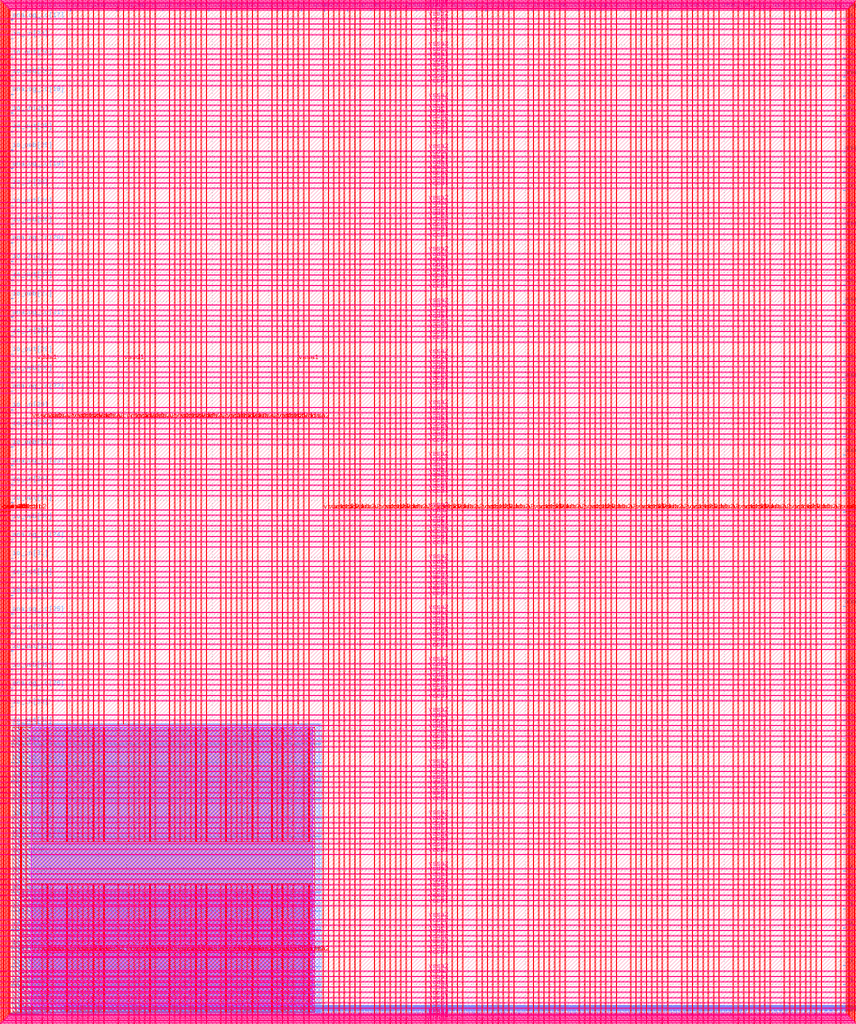
<source format=lef>
VERSION 5.7 ;
  NOWIREEXTENSIONATPIN ON ;
  DIVIDERCHAR "/" ;
  BUSBITCHARS "[]" ;
MACRO user_project_wrapper
  CLASS BLOCK ;
  FOREIGN user_project_wrapper ;
  ORIGIN 0.000 0.000 ;
  SIZE 2920.000 BY 3520.000 ;
  PIN analog_io[0]
    DIRECTION INOUT ;
    USE SIGNAL ;
    PORT
      LAYER met3 ;
        RECT 2917.600 1426.380 2924.800 1427.580 ;
    END
  END analog_io[0]
  PIN analog_io[10]
    DIRECTION INOUT ;
    USE SIGNAL ;
    PORT
      LAYER met2 ;
        RECT 2230.490 3517.600 2231.050 3524.800 ;
    END
  END analog_io[10]
  PIN analog_io[11]
    DIRECTION INOUT ;
    USE SIGNAL ;
    PORT
      LAYER met2 ;
        RECT 1905.730 3517.600 1906.290 3524.800 ;
    END
  END analog_io[11]
  PIN analog_io[12]
    DIRECTION INOUT ;
    USE SIGNAL ;
    PORT
      LAYER met2 ;
        RECT 1581.430 3517.600 1581.990 3524.800 ;
    END
  END analog_io[12]
  PIN analog_io[13]
    DIRECTION INOUT ;
    USE SIGNAL ;
    PORT
      LAYER met2 ;
        RECT 1257.130 3517.600 1257.690 3524.800 ;
    END
  END analog_io[13]
  PIN analog_io[14]
    DIRECTION INOUT ;
    USE SIGNAL ;
    PORT
      LAYER met2 ;
        RECT 932.370 3517.600 932.930 3524.800 ;
    END
  END analog_io[14]
  PIN analog_io[15]
    DIRECTION INOUT ;
    USE SIGNAL ;
    PORT
      LAYER met2 ;
        RECT 608.070 3517.600 608.630 3524.800 ;
    END
  END analog_io[15]
  PIN analog_io[16]
    DIRECTION INOUT ;
    USE SIGNAL ;
    PORT
      LAYER met2 ;
        RECT 283.770 3517.600 284.330 3524.800 ;
    END
  END analog_io[16]
  PIN analog_io[17]
    DIRECTION INOUT ;
    USE SIGNAL ;
    PORT
      LAYER met3 ;
        RECT -4.800 3486.100 2.400 3487.300 ;
    END
  END analog_io[17]
  PIN analog_io[18]
    DIRECTION INOUT ;
    USE SIGNAL ;
    PORT
      LAYER met3 ;
        RECT -4.800 3224.980 2.400 3226.180 ;
    END
  END analog_io[18]
  PIN analog_io[19]
    DIRECTION INOUT ;
    USE SIGNAL ;
    PORT
      LAYER met3 ;
        RECT -4.800 2964.540 2.400 2965.740 ;
    END
  END analog_io[19]
  PIN analog_io[1]
    DIRECTION INOUT ;
    USE SIGNAL ;
    PORT
      LAYER met3 ;
        RECT 2917.600 1692.260 2924.800 1693.460 ;
    END
  END analog_io[1]
  PIN analog_io[20]
    DIRECTION INOUT ;
    USE SIGNAL ;
    PORT
      LAYER met3 ;
        RECT -4.800 2703.420 2.400 2704.620 ;
    END
  END analog_io[20]
  PIN analog_io[21]
    DIRECTION INOUT ;
    USE SIGNAL ;
    PORT
      LAYER met3 ;
        RECT -4.800 2442.980 2.400 2444.180 ;
    END
  END analog_io[21]
  PIN analog_io[22]
    DIRECTION INOUT ;
    USE SIGNAL ;
    PORT
      LAYER met3 ;
        RECT -4.800 2182.540 2.400 2183.740 ;
    END
  END analog_io[22]
  PIN analog_io[23]
    DIRECTION INOUT ;
    USE SIGNAL ;
    PORT
      LAYER met3 ;
        RECT -4.800 1921.420 2.400 1922.620 ;
    END
  END analog_io[23]
  PIN analog_io[24]
    DIRECTION INOUT ;
    USE SIGNAL ;
    PORT
      LAYER met3 ;
        RECT -4.800 1660.980 2.400 1662.180 ;
    END
  END analog_io[24]
  PIN analog_io[25]
    DIRECTION INOUT ;
    USE SIGNAL ;
    PORT
      LAYER met3 ;
        RECT -4.800 1399.860 2.400 1401.060 ;
    END
  END analog_io[25]
  PIN analog_io[26]
    DIRECTION INOUT ;
    USE SIGNAL ;
    PORT
      LAYER met3 ;
        RECT -4.800 1139.420 2.400 1140.620 ;
    END
  END analog_io[26]
  PIN analog_io[27]
    DIRECTION INOUT ;
    USE SIGNAL ;
    PORT
      LAYER met3 ;
        RECT -4.800 878.980 2.400 880.180 ;
    END
  END analog_io[27]
  PIN analog_io[28]
    DIRECTION INOUT ;
    USE SIGNAL ;
    PORT
      LAYER met3 ;
        RECT -4.800 617.860 2.400 619.060 ;
    END
  END analog_io[28]
  PIN analog_io[2]
    DIRECTION INOUT ;
    USE SIGNAL ;
    PORT
      LAYER met3 ;
        RECT 2917.600 1958.140 2924.800 1959.340 ;
    END
  END analog_io[2]
  PIN analog_io[3]
    DIRECTION INOUT ;
    USE SIGNAL ;
    PORT
      LAYER met3 ;
        RECT 2917.600 2223.340 2924.800 2224.540 ;
    END
  END analog_io[3]
  PIN analog_io[4]
    DIRECTION INOUT ;
    USE SIGNAL ;
    PORT
      LAYER met3 ;
        RECT 2917.600 2489.220 2924.800 2490.420 ;
    END
  END analog_io[4]
  PIN analog_io[5]
    DIRECTION INOUT ;
    USE SIGNAL ;
    PORT
      LAYER met3 ;
        RECT 2917.600 2755.100 2924.800 2756.300 ;
    END
  END analog_io[5]
  PIN analog_io[6]
    DIRECTION INOUT ;
    USE SIGNAL ;
    PORT
      LAYER met3 ;
        RECT 2917.600 3020.300 2924.800 3021.500 ;
    END
  END analog_io[6]
  PIN analog_io[7]
    DIRECTION INOUT ;
    USE SIGNAL ;
    PORT
      LAYER met3 ;
        RECT 2917.600 3286.180 2924.800 3287.380 ;
    END
  END analog_io[7]
  PIN analog_io[8]
    DIRECTION INOUT ;
    USE SIGNAL ;
    PORT
      LAYER met2 ;
        RECT 2879.090 3517.600 2879.650 3524.800 ;
    END
  END analog_io[8]
  PIN analog_io[9]
    DIRECTION INOUT ;
    USE SIGNAL ;
    PORT
      LAYER met2 ;
        RECT 2554.790 3517.600 2555.350 3524.800 ;
    END
  END analog_io[9]
  PIN io_in[0]
    DIRECTION INPUT ;
    USE SIGNAL ;
    PORT
      LAYER met3 ;
        RECT 2917.600 32.380 2924.800 33.580 ;
    END
  END io_in[0]
  PIN io_in[10]
    DIRECTION INPUT ;
    USE SIGNAL ;
    PORT
      LAYER met3 ;
        RECT 2917.600 2289.980 2924.800 2291.180 ;
    END
  END io_in[10]
  PIN io_in[11]
    DIRECTION INPUT ;
    USE SIGNAL ;
    PORT
      LAYER met3 ;
        RECT 2917.600 2555.860 2924.800 2557.060 ;
    END
  END io_in[11]
  PIN io_in[12]
    DIRECTION INPUT ;
    USE SIGNAL ;
    PORT
      LAYER met3 ;
        RECT 2917.600 2821.060 2924.800 2822.260 ;
    END
  END io_in[12]
  PIN io_in[13]
    DIRECTION INPUT ;
    USE SIGNAL ;
    PORT
      LAYER met3 ;
        RECT 2917.600 3086.940 2924.800 3088.140 ;
    END
  END io_in[13]
  PIN io_in[14]
    DIRECTION INPUT ;
    USE SIGNAL ;
    PORT
      LAYER met3 ;
        RECT 2917.600 3352.820 2924.800 3354.020 ;
    END
  END io_in[14]
  PIN io_in[15]
    DIRECTION INPUT ;
    USE SIGNAL ;
    PORT
      LAYER met2 ;
        RECT 2798.130 3517.600 2798.690 3524.800 ;
    END
  END io_in[15]
  PIN io_in[16]
    DIRECTION INPUT ;
    USE SIGNAL ;
    PORT
      LAYER met2 ;
        RECT 2473.830 3517.600 2474.390 3524.800 ;
    END
  END io_in[16]
  PIN io_in[17]
    DIRECTION INPUT ;
    USE SIGNAL ;
    PORT
      LAYER met2 ;
        RECT 2149.070 3517.600 2149.630 3524.800 ;
    END
  END io_in[17]
  PIN io_in[18]
    DIRECTION INPUT ;
    USE SIGNAL ;
    PORT
      LAYER met2 ;
        RECT 1824.770 3517.600 1825.330 3524.800 ;
    END
  END io_in[18]
  PIN io_in[19]
    DIRECTION INPUT ;
    USE SIGNAL ;
    PORT
      LAYER met2 ;
        RECT 1500.470 3517.600 1501.030 3524.800 ;
    END
  END io_in[19]
  PIN io_in[1]
    DIRECTION INPUT ;
    USE SIGNAL ;
    PORT
      LAYER met3 ;
        RECT 2917.600 230.940 2924.800 232.140 ;
    END
  END io_in[1]
  PIN io_in[20]
    DIRECTION INPUT ;
    USE SIGNAL ;
    PORT
      LAYER met2 ;
        RECT 1175.710 3517.600 1176.270 3524.800 ;
    END
  END io_in[20]
  PIN io_in[21]
    DIRECTION INPUT ;
    USE SIGNAL ;
    PORT
      LAYER met2 ;
        RECT 851.410 3517.600 851.970 3524.800 ;
    END
  END io_in[21]
  PIN io_in[22]
    DIRECTION INPUT ;
    USE SIGNAL ;
    PORT
      LAYER met2 ;
        RECT 527.110 3517.600 527.670 3524.800 ;
    END
  END io_in[22]
  PIN io_in[23]
    DIRECTION INPUT ;
    USE SIGNAL ;
    PORT
      LAYER met2 ;
        RECT 202.350 3517.600 202.910 3524.800 ;
    END
  END io_in[23]
  PIN io_in[24]
    DIRECTION INPUT ;
    USE SIGNAL ;
    PORT
      LAYER met3 ;
        RECT -4.800 3420.820 2.400 3422.020 ;
    END
  END io_in[24]
  PIN io_in[25]
    DIRECTION INPUT ;
    USE SIGNAL ;
    PORT
      LAYER met3 ;
        RECT -4.800 3159.700 2.400 3160.900 ;
    END
  END io_in[25]
  PIN io_in[26]
    DIRECTION INPUT ;
    USE SIGNAL ;
    PORT
      LAYER met3 ;
        RECT -4.800 2899.260 2.400 2900.460 ;
    END
  END io_in[26]
  PIN io_in[27]
    DIRECTION INPUT ;
    USE SIGNAL ;
    PORT
      LAYER met3 ;
        RECT -4.800 2638.820 2.400 2640.020 ;
    END
  END io_in[27]
  PIN io_in[28]
    DIRECTION INPUT ;
    USE SIGNAL ;
    PORT
      LAYER met3 ;
        RECT -4.800 2377.700 2.400 2378.900 ;
    END
  END io_in[28]
  PIN io_in[29]
    DIRECTION INPUT ;
    USE SIGNAL ;
    PORT
      LAYER met3 ;
        RECT -4.800 2117.260 2.400 2118.460 ;
    END
  END io_in[29]
  PIN io_in[2]
    DIRECTION INPUT ;
    USE SIGNAL ;
    PORT
      LAYER met3 ;
        RECT 2917.600 430.180 2924.800 431.380 ;
    END
  END io_in[2]
  PIN io_in[30]
    DIRECTION INPUT ;
    USE SIGNAL ;
    PORT
      LAYER met3 ;
        RECT -4.800 1856.140 2.400 1857.340 ;
    END
  END io_in[30]
  PIN io_in[31]
    DIRECTION INPUT ;
    USE SIGNAL ;
    PORT
      LAYER met3 ;
        RECT -4.800 1595.700 2.400 1596.900 ;
    END
  END io_in[31]
  PIN io_in[32]
    DIRECTION INPUT ;
    USE SIGNAL ;
    PORT
      LAYER met3 ;
        RECT -4.800 1335.260 2.400 1336.460 ;
    END
  END io_in[32]
  PIN io_in[33]
    DIRECTION INPUT ;
    USE SIGNAL ;
    PORT
      LAYER met3 ;
        RECT -4.800 1074.140 2.400 1075.340 ;
    END
  END io_in[33]
  PIN io_in[34]
    DIRECTION INPUT ;
    USE SIGNAL ;
    PORT
      LAYER met3 ;
        RECT -4.800 813.700 2.400 814.900 ;
    END
  END io_in[34]
  PIN io_in[35]
    DIRECTION INPUT ;
    USE SIGNAL ;
    PORT
      LAYER met3 ;
        RECT -4.800 552.580 2.400 553.780 ;
    END
  END io_in[35]
  PIN io_in[36]
    DIRECTION INPUT ;
    USE SIGNAL ;
    PORT
      LAYER met3 ;
        RECT -4.800 357.420 2.400 358.620 ;
    END
  END io_in[36]
  PIN io_in[37]
    DIRECTION INPUT ;
    USE SIGNAL ;
    PORT
      LAYER met3 ;
        RECT -4.800 161.580 2.400 162.780 ;
    END
  END io_in[37]
  PIN io_in[3]
    DIRECTION INPUT ;
    USE SIGNAL ;
    PORT
      LAYER met3 ;
        RECT 2917.600 629.420 2924.800 630.620 ;
    END
  END io_in[3]
  PIN io_in[4]
    DIRECTION INPUT ;
    USE SIGNAL ;
    PORT
      LAYER met3 ;
        RECT 2917.600 828.660 2924.800 829.860 ;
    END
  END io_in[4]
  PIN io_in[5]
    DIRECTION INPUT ;
    USE SIGNAL ;
    PORT
      LAYER met3 ;
        RECT 2917.600 1027.900 2924.800 1029.100 ;
    END
  END io_in[5]
  PIN io_in[6]
    DIRECTION INPUT ;
    USE SIGNAL ;
    PORT
      LAYER met3 ;
        RECT 2917.600 1227.140 2924.800 1228.340 ;
    END
  END io_in[6]
  PIN io_in[7]
    DIRECTION INPUT ;
    USE SIGNAL ;
    PORT
      LAYER met3 ;
        RECT 2917.600 1493.020 2924.800 1494.220 ;
    END
  END io_in[7]
  PIN io_in[8]
    DIRECTION INPUT ;
    USE SIGNAL ;
    PORT
      LAYER met3 ;
        RECT 2917.600 1758.900 2924.800 1760.100 ;
    END
  END io_in[8]
  PIN io_in[9]
    DIRECTION INPUT ;
    USE SIGNAL ;
    PORT
      LAYER met3 ;
        RECT 2917.600 2024.100 2924.800 2025.300 ;
    END
  END io_in[9]
  PIN io_oeb[0]
    DIRECTION OUTPUT ;
    USE SIGNAL ;
    PORT
      LAYER met3 ;
        RECT 2917.600 164.980 2924.800 166.180 ;
    END
  END io_oeb[0]
  PIN io_oeb[10]
    DIRECTION OUTPUT ;
    USE SIGNAL ;
    PORT
      LAYER met3 ;
        RECT 2917.600 2422.580 2924.800 2423.780 ;
    END
  END io_oeb[10]
  PIN io_oeb[11]
    DIRECTION OUTPUT ;
    USE SIGNAL ;
    PORT
      LAYER met3 ;
        RECT 2917.600 2688.460 2924.800 2689.660 ;
    END
  END io_oeb[11]
  PIN io_oeb[12]
    DIRECTION OUTPUT ;
    USE SIGNAL ;
    PORT
      LAYER met3 ;
        RECT 2917.600 2954.340 2924.800 2955.540 ;
    END
  END io_oeb[12]
  PIN io_oeb[13]
    DIRECTION OUTPUT ;
    USE SIGNAL ;
    PORT
      LAYER met3 ;
        RECT 2917.600 3219.540 2924.800 3220.740 ;
    END
  END io_oeb[13]
  PIN io_oeb[14]
    DIRECTION OUTPUT ;
    USE SIGNAL ;
    PORT
      LAYER met3 ;
        RECT 2917.600 3485.420 2924.800 3486.620 ;
    END
  END io_oeb[14]
  PIN io_oeb[15]
    DIRECTION OUTPUT ;
    USE SIGNAL ;
    PORT
      LAYER met2 ;
        RECT 2635.750 3517.600 2636.310 3524.800 ;
    END
  END io_oeb[15]
  PIN io_oeb[16]
    DIRECTION OUTPUT ;
    USE SIGNAL ;
    PORT
      LAYER met2 ;
        RECT 2311.450 3517.600 2312.010 3524.800 ;
    END
  END io_oeb[16]
  PIN io_oeb[17]
    DIRECTION OUTPUT ;
    USE SIGNAL ;
    PORT
      LAYER met2 ;
        RECT 1987.150 3517.600 1987.710 3524.800 ;
    END
  END io_oeb[17]
  PIN io_oeb[18]
    DIRECTION OUTPUT ;
    USE SIGNAL ;
    PORT
      LAYER met2 ;
        RECT 1662.390 3517.600 1662.950 3524.800 ;
    END
  END io_oeb[18]
  PIN io_oeb[19]
    DIRECTION OUTPUT ;
    USE SIGNAL ;
    PORT
      LAYER met2 ;
        RECT 1338.090 3517.600 1338.650 3524.800 ;
    END
  END io_oeb[19]
  PIN io_oeb[1]
    DIRECTION OUTPUT ;
    USE SIGNAL ;
    PORT
      LAYER met3 ;
        RECT 2917.600 364.220 2924.800 365.420 ;
    END
  END io_oeb[1]
  PIN io_oeb[20]
    DIRECTION OUTPUT ;
    USE SIGNAL ;
    PORT
      LAYER met2 ;
        RECT 1013.790 3517.600 1014.350 3524.800 ;
    END
  END io_oeb[20]
  PIN io_oeb[21]
    DIRECTION OUTPUT ;
    USE SIGNAL ;
    PORT
      LAYER met2 ;
        RECT 689.030 3517.600 689.590 3524.800 ;
    END
  END io_oeb[21]
  PIN io_oeb[22]
    DIRECTION OUTPUT ;
    USE SIGNAL ;
    PORT
      LAYER met2 ;
        RECT 364.730 3517.600 365.290 3524.800 ;
    END
  END io_oeb[22]
  PIN io_oeb[23]
    DIRECTION OUTPUT ;
    USE SIGNAL ;
    PORT
      LAYER met2 ;
        RECT 40.430 3517.600 40.990 3524.800 ;
    END
  END io_oeb[23]
  PIN io_oeb[24]
    DIRECTION OUTPUT ;
    USE SIGNAL ;
    PORT
      LAYER met3 ;
        RECT -4.800 3290.260 2.400 3291.460 ;
    END
  END io_oeb[24]
  PIN io_oeb[25]
    DIRECTION OUTPUT ;
    USE SIGNAL ;
    PORT
      LAYER met3 ;
        RECT -4.800 3029.820 2.400 3031.020 ;
    END
  END io_oeb[25]
  PIN io_oeb[26]
    DIRECTION OUTPUT ;
    USE SIGNAL ;
    PORT
      LAYER met3 ;
        RECT -4.800 2768.700 2.400 2769.900 ;
    END
  END io_oeb[26]
  PIN io_oeb[27]
    DIRECTION OUTPUT ;
    USE SIGNAL ;
    PORT
      LAYER met3 ;
        RECT -4.800 2508.260 2.400 2509.460 ;
    END
  END io_oeb[27]
  PIN io_oeb[28]
    DIRECTION OUTPUT ;
    USE SIGNAL ;
    PORT
      LAYER met3 ;
        RECT -4.800 2247.140 2.400 2248.340 ;
    END
  END io_oeb[28]
  PIN io_oeb[29]
    DIRECTION OUTPUT ;
    USE SIGNAL ;
    PORT
      LAYER met3 ;
        RECT -4.800 1986.700 2.400 1987.900 ;
    END
  END io_oeb[29]
  PIN io_oeb[2]
    DIRECTION OUTPUT ;
    USE SIGNAL ;
    PORT
      LAYER met3 ;
        RECT 2917.600 563.460 2924.800 564.660 ;
    END
  END io_oeb[2]
  PIN io_oeb[30]
    DIRECTION OUTPUT ;
    USE SIGNAL ;
    PORT
      LAYER met3 ;
        RECT -4.800 1726.260 2.400 1727.460 ;
    END
  END io_oeb[30]
  PIN io_oeb[31]
    DIRECTION OUTPUT ;
    USE SIGNAL ;
    PORT
      LAYER met3 ;
        RECT -4.800 1465.140 2.400 1466.340 ;
    END
  END io_oeb[31]
  PIN io_oeb[32]
    DIRECTION OUTPUT ;
    USE SIGNAL ;
    PORT
      LAYER met3 ;
        RECT -4.800 1204.700 2.400 1205.900 ;
    END
  END io_oeb[32]
  PIN io_oeb[33]
    DIRECTION OUTPUT ;
    USE SIGNAL ;
    PORT
      LAYER met3 ;
        RECT -4.800 943.580 2.400 944.780 ;
    END
  END io_oeb[33]
  PIN io_oeb[34]
    DIRECTION OUTPUT ;
    USE SIGNAL ;
    PORT
      LAYER met3 ;
        RECT -4.800 683.140 2.400 684.340 ;
    END
  END io_oeb[34]
  PIN io_oeb[35]
    DIRECTION OUTPUT ;
    USE SIGNAL ;
    PORT
      LAYER met3 ;
        RECT -4.800 422.700 2.400 423.900 ;
    END
  END io_oeb[35]
  PIN io_oeb[36]
    DIRECTION OUTPUT ;
    USE SIGNAL ;
    PORT
      LAYER met3 ;
        RECT -4.800 226.860 2.400 228.060 ;
    END
  END io_oeb[36]
  PIN io_oeb[37]
    DIRECTION OUTPUT ;
    USE SIGNAL ;
    PORT
      LAYER met3 ;
        RECT -4.800 31.700 2.400 32.900 ;
    END
  END io_oeb[37]
  PIN io_oeb[3]
    DIRECTION OUTPUT ;
    USE SIGNAL ;
    PORT
      LAYER met3 ;
        RECT 2917.600 762.700 2924.800 763.900 ;
    END
  END io_oeb[3]
  PIN io_oeb[4]
    DIRECTION OUTPUT ;
    USE SIGNAL ;
    PORT
      LAYER met3 ;
        RECT 2917.600 961.940 2924.800 963.140 ;
    END
  END io_oeb[4]
  PIN io_oeb[5]
    DIRECTION OUTPUT ;
    USE SIGNAL ;
    PORT
      LAYER met3 ;
        RECT 2917.600 1161.180 2924.800 1162.380 ;
    END
  END io_oeb[5]
  PIN io_oeb[6]
    DIRECTION OUTPUT ;
    USE SIGNAL ;
    PORT
      LAYER met3 ;
        RECT 2917.600 1360.420 2924.800 1361.620 ;
    END
  END io_oeb[6]
  PIN io_oeb[7]
    DIRECTION OUTPUT ;
    USE SIGNAL ;
    PORT
      LAYER met3 ;
        RECT 2917.600 1625.620 2924.800 1626.820 ;
    END
  END io_oeb[7]
  PIN io_oeb[8]
    DIRECTION OUTPUT ;
    USE SIGNAL ;
    PORT
      LAYER met3 ;
        RECT 2917.600 1891.500 2924.800 1892.700 ;
    END
  END io_oeb[8]
  PIN io_oeb[9]
    DIRECTION OUTPUT ;
    USE SIGNAL ;
    PORT
      LAYER met3 ;
        RECT 2917.600 2157.380 2924.800 2158.580 ;
    END
  END io_oeb[9]
  PIN io_out[0]
    DIRECTION OUTPUT ;
    USE SIGNAL ;
    PORT
      LAYER met3 ;
        RECT 2917.600 98.340 2924.800 99.540 ;
    END
  END io_out[0]
  PIN io_out[10]
    DIRECTION OUTPUT ;
    USE SIGNAL ;
    PORT
      LAYER met3 ;
        RECT 2917.600 2356.620 2924.800 2357.820 ;
    END
  END io_out[10]
  PIN io_out[11]
    DIRECTION OUTPUT ;
    USE SIGNAL ;
    PORT
      LAYER met3 ;
        RECT 2917.600 2621.820 2924.800 2623.020 ;
    END
  END io_out[11]
  PIN io_out[12]
    DIRECTION OUTPUT ;
    USE SIGNAL ;
    PORT
      LAYER met3 ;
        RECT 2917.600 2887.700 2924.800 2888.900 ;
    END
  END io_out[12]
  PIN io_out[13]
    DIRECTION OUTPUT ;
    USE SIGNAL ;
    PORT
      LAYER met3 ;
        RECT 2917.600 3153.580 2924.800 3154.780 ;
    END
  END io_out[13]
  PIN io_out[14]
    DIRECTION OUTPUT ;
    USE SIGNAL ;
    PORT
      LAYER met3 ;
        RECT 2917.600 3418.780 2924.800 3419.980 ;
    END
  END io_out[14]
  PIN io_out[15]
    DIRECTION OUTPUT ;
    USE SIGNAL ;
    PORT
      LAYER met2 ;
        RECT 2717.170 3517.600 2717.730 3524.800 ;
    END
  END io_out[15]
  PIN io_out[16]
    DIRECTION OUTPUT ;
    USE SIGNAL ;
    PORT
      LAYER met2 ;
        RECT 2392.410 3517.600 2392.970 3524.800 ;
    END
  END io_out[16]
  PIN io_out[17]
    DIRECTION OUTPUT ;
    USE SIGNAL ;
    PORT
      LAYER met2 ;
        RECT 2068.110 3517.600 2068.670 3524.800 ;
    END
  END io_out[17]
  PIN io_out[18]
    DIRECTION OUTPUT ;
    USE SIGNAL ;
    PORT
      LAYER met2 ;
        RECT 1743.810 3517.600 1744.370 3524.800 ;
    END
  END io_out[18]
  PIN io_out[19]
    DIRECTION OUTPUT ;
    USE SIGNAL ;
    PORT
      LAYER met2 ;
        RECT 1419.050 3517.600 1419.610 3524.800 ;
    END
  END io_out[19]
  PIN io_out[1]
    DIRECTION OUTPUT ;
    USE SIGNAL ;
    PORT
      LAYER met3 ;
        RECT 2917.600 297.580 2924.800 298.780 ;
    END
  END io_out[1]
  PIN io_out[20]
    DIRECTION OUTPUT ;
    USE SIGNAL ;
    PORT
      LAYER met2 ;
        RECT 1094.750 3517.600 1095.310 3524.800 ;
    END
  END io_out[20]
  PIN io_out[21]
    DIRECTION OUTPUT ;
    USE SIGNAL ;
    PORT
      LAYER met2 ;
        RECT 770.450 3517.600 771.010 3524.800 ;
    END
  END io_out[21]
  PIN io_out[22]
    DIRECTION OUTPUT ;
    USE SIGNAL ;
    PORT
      LAYER met2 ;
        RECT 445.690 3517.600 446.250 3524.800 ;
    END
  END io_out[22]
  PIN io_out[23]
    DIRECTION OUTPUT ;
    USE SIGNAL ;
    PORT
      LAYER met2 ;
        RECT 121.390 3517.600 121.950 3524.800 ;
    END
  END io_out[23]
  PIN io_out[24]
    DIRECTION OUTPUT ;
    USE SIGNAL ;
    PORT
      LAYER met3 ;
        RECT -4.800 3355.540 2.400 3356.740 ;
    END
  END io_out[24]
  PIN io_out[25]
    DIRECTION OUTPUT ;
    USE SIGNAL ;
    PORT
      LAYER met3 ;
        RECT -4.800 3095.100 2.400 3096.300 ;
    END
  END io_out[25]
  PIN io_out[26]
    DIRECTION OUTPUT ;
    USE SIGNAL ;
    PORT
      LAYER met3 ;
        RECT -4.800 2833.980 2.400 2835.180 ;
    END
  END io_out[26]
  PIN io_out[27]
    DIRECTION OUTPUT ;
    USE SIGNAL ;
    PORT
      LAYER met3 ;
        RECT -4.800 2573.540 2.400 2574.740 ;
    END
  END io_out[27]
  PIN io_out[28]
    DIRECTION OUTPUT ;
    USE SIGNAL ;
    PORT
      LAYER met3 ;
        RECT -4.800 2312.420 2.400 2313.620 ;
    END
  END io_out[28]
  PIN io_out[29]
    DIRECTION OUTPUT ;
    USE SIGNAL ;
    PORT
      LAYER met3 ;
        RECT -4.800 2051.980 2.400 2053.180 ;
    END
  END io_out[29]
  PIN io_out[2]
    DIRECTION OUTPUT ;
    USE SIGNAL ;
    PORT
      LAYER met3 ;
        RECT 2917.600 496.820 2924.800 498.020 ;
    END
  END io_out[2]
  PIN io_out[30]
    DIRECTION OUTPUT ;
    USE SIGNAL ;
    PORT
      LAYER met3 ;
        RECT -4.800 1791.540 2.400 1792.740 ;
    END
  END io_out[30]
  PIN io_out[31]
    DIRECTION OUTPUT ;
    USE SIGNAL ;
    PORT
      LAYER met3 ;
        RECT -4.800 1530.420 2.400 1531.620 ;
    END
  END io_out[31]
  PIN io_out[32]
    DIRECTION OUTPUT ;
    USE SIGNAL ;
    PORT
      LAYER met3 ;
        RECT -4.800 1269.980 2.400 1271.180 ;
    END
  END io_out[32]
  PIN io_out[33]
    DIRECTION OUTPUT ;
    USE SIGNAL ;
    PORT
      LAYER met3 ;
        RECT -4.800 1008.860 2.400 1010.060 ;
    END
  END io_out[33]
  PIN io_out[34]
    DIRECTION OUTPUT ;
    USE SIGNAL ;
    PORT
      LAYER met3 ;
        RECT -4.800 748.420 2.400 749.620 ;
    END
  END io_out[34]
  PIN io_out[35]
    DIRECTION OUTPUT ;
    USE SIGNAL ;
    PORT
      LAYER met3 ;
        RECT -4.800 487.300 2.400 488.500 ;
    END
  END io_out[35]
  PIN io_out[36]
    DIRECTION OUTPUT ;
    USE SIGNAL ;
    PORT
      LAYER met3 ;
        RECT -4.800 292.140 2.400 293.340 ;
    END
  END io_out[36]
  PIN io_out[37]
    DIRECTION OUTPUT ;
    USE SIGNAL ;
    PORT
      LAYER met3 ;
        RECT -4.800 96.300 2.400 97.500 ;
    END
  END io_out[37]
  PIN io_out[3]
    DIRECTION OUTPUT ;
    USE SIGNAL ;
    PORT
      LAYER met3 ;
        RECT 2917.600 696.060 2924.800 697.260 ;
    END
  END io_out[3]
  PIN io_out[4]
    DIRECTION OUTPUT ;
    USE SIGNAL ;
    PORT
      LAYER met3 ;
        RECT 2917.600 895.300 2924.800 896.500 ;
    END
  END io_out[4]
  PIN io_out[5]
    DIRECTION OUTPUT ;
    USE SIGNAL ;
    PORT
      LAYER met3 ;
        RECT 2917.600 1094.540 2924.800 1095.740 ;
    END
  END io_out[5]
  PIN io_out[6]
    DIRECTION OUTPUT ;
    USE SIGNAL ;
    PORT
      LAYER met3 ;
        RECT 2917.600 1293.780 2924.800 1294.980 ;
    END
  END io_out[6]
  PIN io_out[7]
    DIRECTION OUTPUT ;
    USE SIGNAL ;
    PORT
      LAYER met3 ;
        RECT 2917.600 1559.660 2924.800 1560.860 ;
    END
  END io_out[7]
  PIN io_out[8]
    DIRECTION OUTPUT ;
    USE SIGNAL ;
    PORT
      LAYER met3 ;
        RECT 2917.600 1824.860 2924.800 1826.060 ;
    END
  END io_out[8]
  PIN io_out[9]
    DIRECTION OUTPUT ;
    USE SIGNAL ;
    PORT
      LAYER met3 ;
        RECT 2917.600 2090.740 2924.800 2091.940 ;
    END
  END io_out[9]
  PIN la_data_in[0]
    DIRECTION INPUT ;
    USE SIGNAL ;
    PORT
      LAYER met2 ;
        RECT 629.230 -4.800 629.790 2.400 ;
    END
  END la_data_in[0]
  PIN la_data_in[100]
    DIRECTION INPUT ;
    USE SIGNAL ;
    PORT
      LAYER met2 ;
        RECT 2402.530 -4.800 2403.090 2.400 ;
    END
  END la_data_in[100]
  PIN la_data_in[101]
    DIRECTION INPUT ;
    USE SIGNAL ;
    PORT
      LAYER met2 ;
        RECT 2420.010 -4.800 2420.570 2.400 ;
    END
  END la_data_in[101]
  PIN la_data_in[102]
    DIRECTION INPUT ;
    USE SIGNAL ;
    PORT
      LAYER met2 ;
        RECT 2437.950 -4.800 2438.510 2.400 ;
    END
  END la_data_in[102]
  PIN la_data_in[103]
    DIRECTION INPUT ;
    USE SIGNAL ;
    PORT
      LAYER met2 ;
        RECT 2455.430 -4.800 2455.990 2.400 ;
    END
  END la_data_in[103]
  PIN la_data_in[104]
    DIRECTION INPUT ;
    USE SIGNAL ;
    PORT
      LAYER met2 ;
        RECT 2473.370 -4.800 2473.930 2.400 ;
    END
  END la_data_in[104]
  PIN la_data_in[105]
    DIRECTION INPUT ;
    USE SIGNAL ;
    PORT
      LAYER met2 ;
        RECT 2490.850 -4.800 2491.410 2.400 ;
    END
  END la_data_in[105]
  PIN la_data_in[106]
    DIRECTION INPUT ;
    USE SIGNAL ;
    PORT
      LAYER met2 ;
        RECT 2508.790 -4.800 2509.350 2.400 ;
    END
  END la_data_in[106]
  PIN la_data_in[107]
    DIRECTION INPUT ;
    USE SIGNAL ;
    PORT
      LAYER met2 ;
        RECT 2526.730 -4.800 2527.290 2.400 ;
    END
  END la_data_in[107]
  PIN la_data_in[108]
    DIRECTION INPUT ;
    USE SIGNAL ;
    PORT
      LAYER met2 ;
        RECT 2544.210 -4.800 2544.770 2.400 ;
    END
  END la_data_in[108]
  PIN la_data_in[109]
    DIRECTION INPUT ;
    USE SIGNAL ;
    PORT
      LAYER met2 ;
        RECT 2562.150 -4.800 2562.710 2.400 ;
    END
  END la_data_in[109]
  PIN la_data_in[10]
    DIRECTION INPUT ;
    USE SIGNAL ;
    PORT
      LAYER met2 ;
        RECT 806.330 -4.800 806.890 2.400 ;
    END
  END la_data_in[10]
  PIN la_data_in[110]
    DIRECTION INPUT ;
    USE SIGNAL ;
    PORT
      LAYER met2 ;
        RECT 2579.630 -4.800 2580.190 2.400 ;
    END
  END la_data_in[110]
  PIN la_data_in[111]
    DIRECTION INPUT ;
    USE SIGNAL ;
    PORT
      LAYER met2 ;
        RECT 2597.570 -4.800 2598.130 2.400 ;
    END
  END la_data_in[111]
  PIN la_data_in[112]
    DIRECTION INPUT ;
    USE SIGNAL ;
    PORT
      LAYER met2 ;
        RECT 2615.050 -4.800 2615.610 2.400 ;
    END
  END la_data_in[112]
  PIN la_data_in[113]
    DIRECTION INPUT ;
    USE SIGNAL ;
    PORT
      LAYER met2 ;
        RECT 2632.990 -4.800 2633.550 2.400 ;
    END
  END la_data_in[113]
  PIN la_data_in[114]
    DIRECTION INPUT ;
    USE SIGNAL ;
    PORT
      LAYER met2 ;
        RECT 2650.470 -4.800 2651.030 2.400 ;
    END
  END la_data_in[114]
  PIN la_data_in[115]
    DIRECTION INPUT ;
    USE SIGNAL ;
    PORT
      LAYER met2 ;
        RECT 2668.410 -4.800 2668.970 2.400 ;
    END
  END la_data_in[115]
  PIN la_data_in[116]
    DIRECTION INPUT ;
    USE SIGNAL ;
    PORT
      LAYER met2 ;
        RECT 2685.890 -4.800 2686.450 2.400 ;
    END
  END la_data_in[116]
  PIN la_data_in[117]
    DIRECTION INPUT ;
    USE SIGNAL ;
    PORT
      LAYER met2 ;
        RECT 2703.830 -4.800 2704.390 2.400 ;
    END
  END la_data_in[117]
  PIN la_data_in[118]
    DIRECTION INPUT ;
    USE SIGNAL ;
    PORT
      LAYER met2 ;
        RECT 2721.770 -4.800 2722.330 2.400 ;
    END
  END la_data_in[118]
  PIN la_data_in[119]
    DIRECTION INPUT ;
    USE SIGNAL ;
    PORT
      LAYER met2 ;
        RECT 2739.250 -4.800 2739.810 2.400 ;
    END
  END la_data_in[119]
  PIN la_data_in[11]
    DIRECTION INPUT ;
    USE SIGNAL ;
    PORT
      LAYER met2 ;
        RECT 824.270 -4.800 824.830 2.400 ;
    END
  END la_data_in[11]
  PIN la_data_in[120]
    DIRECTION INPUT ;
    USE SIGNAL ;
    PORT
      LAYER met2 ;
        RECT 2757.190 -4.800 2757.750 2.400 ;
    END
  END la_data_in[120]
  PIN la_data_in[121]
    DIRECTION INPUT ;
    USE SIGNAL ;
    PORT
      LAYER met2 ;
        RECT 2774.670 -4.800 2775.230 2.400 ;
    END
  END la_data_in[121]
  PIN la_data_in[122]
    DIRECTION INPUT ;
    USE SIGNAL ;
    PORT
      LAYER met2 ;
        RECT 2792.610 -4.800 2793.170 2.400 ;
    END
  END la_data_in[122]
  PIN la_data_in[123]
    DIRECTION INPUT ;
    USE SIGNAL ;
    PORT
      LAYER met2 ;
        RECT 2810.090 -4.800 2810.650 2.400 ;
    END
  END la_data_in[123]
  PIN la_data_in[124]
    DIRECTION INPUT ;
    USE SIGNAL ;
    PORT
      LAYER met2 ;
        RECT 2828.030 -4.800 2828.590 2.400 ;
    END
  END la_data_in[124]
  PIN la_data_in[125]
    DIRECTION INPUT ;
    USE SIGNAL ;
    PORT
      LAYER met2 ;
        RECT 2845.510 -4.800 2846.070 2.400 ;
    END
  END la_data_in[125]
  PIN la_data_in[126]
    DIRECTION INPUT ;
    USE SIGNAL ;
    PORT
      LAYER met2 ;
        RECT 2863.450 -4.800 2864.010 2.400 ;
    END
  END la_data_in[126]
  PIN la_data_in[127]
    DIRECTION INPUT ;
    USE SIGNAL ;
    PORT
      LAYER met2 ;
        RECT 2881.390 -4.800 2881.950 2.400 ;
    END
  END la_data_in[127]
  PIN la_data_in[12]
    DIRECTION INPUT ;
    USE SIGNAL ;
    PORT
      LAYER met2 ;
        RECT 841.750 -4.800 842.310 2.400 ;
    END
  END la_data_in[12]
  PIN la_data_in[13]
    DIRECTION INPUT ;
    USE SIGNAL ;
    PORT
      LAYER met2 ;
        RECT 859.690 -4.800 860.250 2.400 ;
    END
  END la_data_in[13]
  PIN la_data_in[14]
    DIRECTION INPUT ;
    USE SIGNAL ;
    PORT
      LAYER met2 ;
        RECT 877.170 -4.800 877.730 2.400 ;
    END
  END la_data_in[14]
  PIN la_data_in[15]
    DIRECTION INPUT ;
    USE SIGNAL ;
    PORT
      LAYER met2 ;
        RECT 895.110 -4.800 895.670 2.400 ;
    END
  END la_data_in[15]
  PIN la_data_in[16]
    DIRECTION INPUT ;
    USE SIGNAL ;
    PORT
      LAYER met2 ;
        RECT 912.590 -4.800 913.150 2.400 ;
    END
  END la_data_in[16]
  PIN la_data_in[17]
    DIRECTION INPUT ;
    USE SIGNAL ;
    PORT
      LAYER met2 ;
        RECT 930.530 -4.800 931.090 2.400 ;
    END
  END la_data_in[17]
  PIN la_data_in[18]
    DIRECTION INPUT ;
    USE SIGNAL ;
    PORT
      LAYER met2 ;
        RECT 948.470 -4.800 949.030 2.400 ;
    END
  END la_data_in[18]
  PIN la_data_in[19]
    DIRECTION INPUT ;
    USE SIGNAL ;
    PORT
      LAYER met2 ;
        RECT 965.950 -4.800 966.510 2.400 ;
    END
  END la_data_in[19]
  PIN la_data_in[1]
    DIRECTION INPUT ;
    USE SIGNAL ;
    PORT
      LAYER met2 ;
        RECT 646.710 -4.800 647.270 2.400 ;
    END
  END la_data_in[1]
  PIN la_data_in[20]
    DIRECTION INPUT ;
    USE SIGNAL ;
    PORT
      LAYER met2 ;
        RECT 983.890 -4.800 984.450 2.400 ;
    END
  END la_data_in[20]
  PIN la_data_in[21]
    DIRECTION INPUT ;
    USE SIGNAL ;
    PORT
      LAYER met2 ;
        RECT 1001.370 -4.800 1001.930 2.400 ;
    END
  END la_data_in[21]
  PIN la_data_in[22]
    DIRECTION INPUT ;
    USE SIGNAL ;
    PORT
      LAYER met2 ;
        RECT 1019.310 -4.800 1019.870 2.400 ;
    END
  END la_data_in[22]
  PIN la_data_in[23]
    DIRECTION INPUT ;
    USE SIGNAL ;
    PORT
      LAYER met2 ;
        RECT 1036.790 -4.800 1037.350 2.400 ;
    END
  END la_data_in[23]
  PIN la_data_in[24]
    DIRECTION INPUT ;
    USE SIGNAL ;
    PORT
      LAYER met2 ;
        RECT 1054.730 -4.800 1055.290 2.400 ;
    END
  END la_data_in[24]
  PIN la_data_in[25]
    DIRECTION INPUT ;
    USE SIGNAL ;
    PORT
      LAYER met2 ;
        RECT 1072.210 -4.800 1072.770 2.400 ;
    END
  END la_data_in[25]
  PIN la_data_in[26]
    DIRECTION INPUT ;
    USE SIGNAL ;
    PORT
      LAYER met2 ;
        RECT 1090.150 -4.800 1090.710 2.400 ;
    END
  END la_data_in[26]
  PIN la_data_in[27]
    DIRECTION INPUT ;
    USE SIGNAL ;
    PORT
      LAYER met2 ;
        RECT 1107.630 -4.800 1108.190 2.400 ;
    END
  END la_data_in[27]
  PIN la_data_in[28]
    DIRECTION INPUT ;
    USE SIGNAL ;
    PORT
      LAYER met2 ;
        RECT 1125.570 -4.800 1126.130 2.400 ;
    END
  END la_data_in[28]
  PIN la_data_in[29]
    DIRECTION INPUT ;
    USE SIGNAL ;
    PORT
      LAYER met2 ;
        RECT 1143.510 -4.800 1144.070 2.400 ;
    END
  END la_data_in[29]
  PIN la_data_in[2]
    DIRECTION INPUT ;
    USE SIGNAL ;
    PORT
      LAYER met2 ;
        RECT 664.650 -4.800 665.210 2.400 ;
    END
  END la_data_in[2]
  PIN la_data_in[30]
    DIRECTION INPUT ;
    USE SIGNAL ;
    PORT
      LAYER met2 ;
        RECT 1160.990 -4.800 1161.550 2.400 ;
    END
  END la_data_in[30]
  PIN la_data_in[31]
    DIRECTION INPUT ;
    USE SIGNAL ;
    PORT
      LAYER met2 ;
        RECT 1178.930 -4.800 1179.490 2.400 ;
    END
  END la_data_in[31]
  PIN la_data_in[32]
    DIRECTION INPUT ;
    USE SIGNAL ;
    PORT
      LAYER met2 ;
        RECT 1196.410 -4.800 1196.970 2.400 ;
    END
  END la_data_in[32]
  PIN la_data_in[33]
    DIRECTION INPUT ;
    USE SIGNAL ;
    PORT
      LAYER met2 ;
        RECT 1214.350 -4.800 1214.910 2.400 ;
    END
  END la_data_in[33]
  PIN la_data_in[34]
    DIRECTION INPUT ;
    USE SIGNAL ;
    PORT
      LAYER met2 ;
        RECT 1231.830 -4.800 1232.390 2.400 ;
    END
  END la_data_in[34]
  PIN la_data_in[35]
    DIRECTION INPUT ;
    USE SIGNAL ;
    PORT
      LAYER met2 ;
        RECT 1249.770 -4.800 1250.330 2.400 ;
    END
  END la_data_in[35]
  PIN la_data_in[36]
    DIRECTION INPUT ;
    USE SIGNAL ;
    PORT
      LAYER met2 ;
        RECT 1267.250 -4.800 1267.810 2.400 ;
    END
  END la_data_in[36]
  PIN la_data_in[37]
    DIRECTION INPUT ;
    USE SIGNAL ;
    PORT
      LAYER met2 ;
        RECT 1285.190 -4.800 1285.750 2.400 ;
    END
  END la_data_in[37]
  PIN la_data_in[38]
    DIRECTION INPUT ;
    USE SIGNAL ;
    PORT
      LAYER met2 ;
        RECT 1303.130 -4.800 1303.690 2.400 ;
    END
  END la_data_in[38]
  PIN la_data_in[39]
    DIRECTION INPUT ;
    USE SIGNAL ;
    PORT
      LAYER met2 ;
        RECT 1320.610 -4.800 1321.170 2.400 ;
    END
  END la_data_in[39]
  PIN la_data_in[3]
    DIRECTION INPUT ;
    USE SIGNAL ;
    PORT
      LAYER met2 ;
        RECT 682.130 -4.800 682.690 2.400 ;
    END
  END la_data_in[3]
  PIN la_data_in[40]
    DIRECTION INPUT ;
    USE SIGNAL ;
    PORT
      LAYER met2 ;
        RECT 1338.550 -4.800 1339.110 2.400 ;
    END
  END la_data_in[40]
  PIN la_data_in[41]
    DIRECTION INPUT ;
    USE SIGNAL ;
    PORT
      LAYER met2 ;
        RECT 1356.030 -4.800 1356.590 2.400 ;
    END
  END la_data_in[41]
  PIN la_data_in[42]
    DIRECTION INPUT ;
    USE SIGNAL ;
    PORT
      LAYER met2 ;
        RECT 1373.970 -4.800 1374.530 2.400 ;
    END
  END la_data_in[42]
  PIN la_data_in[43]
    DIRECTION INPUT ;
    USE SIGNAL ;
    PORT
      LAYER met2 ;
        RECT 1391.450 -4.800 1392.010 2.400 ;
    END
  END la_data_in[43]
  PIN la_data_in[44]
    DIRECTION INPUT ;
    USE SIGNAL ;
    PORT
      LAYER met2 ;
        RECT 1409.390 -4.800 1409.950 2.400 ;
    END
  END la_data_in[44]
  PIN la_data_in[45]
    DIRECTION INPUT ;
    USE SIGNAL ;
    PORT
      LAYER met2 ;
        RECT 1426.870 -4.800 1427.430 2.400 ;
    END
  END la_data_in[45]
  PIN la_data_in[46]
    DIRECTION INPUT ;
    USE SIGNAL ;
    PORT
      LAYER met2 ;
        RECT 1444.810 -4.800 1445.370 2.400 ;
    END
  END la_data_in[46]
  PIN la_data_in[47]
    DIRECTION INPUT ;
    USE SIGNAL ;
    PORT
      LAYER met2 ;
        RECT 1462.750 -4.800 1463.310 2.400 ;
    END
  END la_data_in[47]
  PIN la_data_in[48]
    DIRECTION INPUT ;
    USE SIGNAL ;
    PORT
      LAYER met2 ;
        RECT 1480.230 -4.800 1480.790 2.400 ;
    END
  END la_data_in[48]
  PIN la_data_in[49]
    DIRECTION INPUT ;
    USE SIGNAL ;
    PORT
      LAYER met2 ;
        RECT 1498.170 -4.800 1498.730 2.400 ;
    END
  END la_data_in[49]
  PIN la_data_in[4]
    DIRECTION INPUT ;
    USE SIGNAL ;
    PORT
      LAYER met2 ;
        RECT 700.070 -4.800 700.630 2.400 ;
    END
  END la_data_in[4]
  PIN la_data_in[50]
    DIRECTION INPUT ;
    USE SIGNAL ;
    PORT
      LAYER met2 ;
        RECT 1515.650 -4.800 1516.210 2.400 ;
    END
  END la_data_in[50]
  PIN la_data_in[51]
    DIRECTION INPUT ;
    USE SIGNAL ;
    PORT
      LAYER met2 ;
        RECT 1533.590 -4.800 1534.150 2.400 ;
    END
  END la_data_in[51]
  PIN la_data_in[52]
    DIRECTION INPUT ;
    USE SIGNAL ;
    PORT
      LAYER met2 ;
        RECT 1551.070 -4.800 1551.630 2.400 ;
    END
  END la_data_in[52]
  PIN la_data_in[53]
    DIRECTION INPUT ;
    USE SIGNAL ;
    PORT
      LAYER met2 ;
        RECT 1569.010 -4.800 1569.570 2.400 ;
    END
  END la_data_in[53]
  PIN la_data_in[54]
    DIRECTION INPUT ;
    USE SIGNAL ;
    PORT
      LAYER met2 ;
        RECT 1586.490 -4.800 1587.050 2.400 ;
    END
  END la_data_in[54]
  PIN la_data_in[55]
    DIRECTION INPUT ;
    USE SIGNAL ;
    PORT
      LAYER met2 ;
        RECT 1604.430 -4.800 1604.990 2.400 ;
    END
  END la_data_in[55]
  PIN la_data_in[56]
    DIRECTION INPUT ;
    USE SIGNAL ;
    PORT
      LAYER met2 ;
        RECT 1621.910 -4.800 1622.470 2.400 ;
    END
  END la_data_in[56]
  PIN la_data_in[57]
    DIRECTION INPUT ;
    USE SIGNAL ;
    PORT
      LAYER met2 ;
        RECT 1639.850 -4.800 1640.410 2.400 ;
    END
  END la_data_in[57]
  PIN la_data_in[58]
    DIRECTION INPUT ;
    USE SIGNAL ;
    PORT
      LAYER met2 ;
        RECT 1657.790 -4.800 1658.350 2.400 ;
    END
  END la_data_in[58]
  PIN la_data_in[59]
    DIRECTION INPUT ;
    USE SIGNAL ;
    PORT
      LAYER met2 ;
        RECT 1675.270 -4.800 1675.830 2.400 ;
    END
  END la_data_in[59]
  PIN la_data_in[5]
    DIRECTION INPUT ;
    USE SIGNAL ;
    PORT
      LAYER met2 ;
        RECT 717.550 -4.800 718.110 2.400 ;
    END
  END la_data_in[5]
  PIN la_data_in[60]
    DIRECTION INPUT ;
    USE SIGNAL ;
    PORT
      LAYER met2 ;
        RECT 1693.210 -4.800 1693.770 2.400 ;
    END
  END la_data_in[60]
  PIN la_data_in[61]
    DIRECTION INPUT ;
    USE SIGNAL ;
    PORT
      LAYER met2 ;
        RECT 1710.690 -4.800 1711.250 2.400 ;
    END
  END la_data_in[61]
  PIN la_data_in[62]
    DIRECTION INPUT ;
    USE SIGNAL ;
    PORT
      LAYER met2 ;
        RECT 1728.630 -4.800 1729.190 2.400 ;
    END
  END la_data_in[62]
  PIN la_data_in[63]
    DIRECTION INPUT ;
    USE SIGNAL ;
    PORT
      LAYER met2 ;
        RECT 1746.110 -4.800 1746.670 2.400 ;
    END
  END la_data_in[63]
  PIN la_data_in[64]
    DIRECTION INPUT ;
    USE SIGNAL ;
    PORT
      LAYER met2 ;
        RECT 1764.050 -4.800 1764.610 2.400 ;
    END
  END la_data_in[64]
  PIN la_data_in[65]
    DIRECTION INPUT ;
    USE SIGNAL ;
    PORT
      LAYER met2 ;
        RECT 1781.530 -4.800 1782.090 2.400 ;
    END
  END la_data_in[65]
  PIN la_data_in[66]
    DIRECTION INPUT ;
    USE SIGNAL ;
    PORT
      LAYER met2 ;
        RECT 1799.470 -4.800 1800.030 2.400 ;
    END
  END la_data_in[66]
  PIN la_data_in[67]
    DIRECTION INPUT ;
    USE SIGNAL ;
    PORT
      LAYER met2 ;
        RECT 1817.410 -4.800 1817.970 2.400 ;
    END
  END la_data_in[67]
  PIN la_data_in[68]
    DIRECTION INPUT ;
    USE SIGNAL ;
    PORT
      LAYER met2 ;
        RECT 1834.890 -4.800 1835.450 2.400 ;
    END
  END la_data_in[68]
  PIN la_data_in[69]
    DIRECTION INPUT ;
    USE SIGNAL ;
    PORT
      LAYER met2 ;
        RECT 1852.830 -4.800 1853.390 2.400 ;
    END
  END la_data_in[69]
  PIN la_data_in[6]
    DIRECTION INPUT ;
    USE SIGNAL ;
    PORT
      LAYER met2 ;
        RECT 735.490 -4.800 736.050 2.400 ;
    END
  END la_data_in[6]
  PIN la_data_in[70]
    DIRECTION INPUT ;
    USE SIGNAL ;
    PORT
      LAYER met2 ;
        RECT 1870.310 -4.800 1870.870 2.400 ;
    END
  END la_data_in[70]
  PIN la_data_in[71]
    DIRECTION INPUT ;
    USE SIGNAL ;
    PORT
      LAYER met2 ;
        RECT 1888.250 -4.800 1888.810 2.400 ;
    END
  END la_data_in[71]
  PIN la_data_in[72]
    DIRECTION INPUT ;
    USE SIGNAL ;
    PORT
      LAYER met2 ;
        RECT 1905.730 -4.800 1906.290 2.400 ;
    END
  END la_data_in[72]
  PIN la_data_in[73]
    DIRECTION INPUT ;
    USE SIGNAL ;
    PORT
      LAYER met2 ;
        RECT 1923.670 -4.800 1924.230 2.400 ;
    END
  END la_data_in[73]
  PIN la_data_in[74]
    DIRECTION INPUT ;
    USE SIGNAL ;
    PORT
      LAYER met2 ;
        RECT 1941.150 -4.800 1941.710 2.400 ;
    END
  END la_data_in[74]
  PIN la_data_in[75]
    DIRECTION INPUT ;
    USE SIGNAL ;
    PORT
      LAYER met2 ;
        RECT 1959.090 -4.800 1959.650 2.400 ;
    END
  END la_data_in[75]
  PIN la_data_in[76]
    DIRECTION INPUT ;
    USE SIGNAL ;
    PORT
      LAYER met2 ;
        RECT 1976.570 -4.800 1977.130 2.400 ;
    END
  END la_data_in[76]
  PIN la_data_in[77]
    DIRECTION INPUT ;
    USE SIGNAL ;
    PORT
      LAYER met2 ;
        RECT 1994.510 -4.800 1995.070 2.400 ;
    END
  END la_data_in[77]
  PIN la_data_in[78]
    DIRECTION INPUT ;
    USE SIGNAL ;
    PORT
      LAYER met2 ;
        RECT 2012.450 -4.800 2013.010 2.400 ;
    END
  END la_data_in[78]
  PIN la_data_in[79]
    DIRECTION INPUT ;
    USE SIGNAL ;
    PORT
      LAYER met2 ;
        RECT 2029.930 -4.800 2030.490 2.400 ;
    END
  END la_data_in[79]
  PIN la_data_in[7]
    DIRECTION INPUT ;
    USE SIGNAL ;
    PORT
      LAYER met2 ;
        RECT 752.970 -4.800 753.530 2.400 ;
    END
  END la_data_in[7]
  PIN la_data_in[80]
    DIRECTION INPUT ;
    USE SIGNAL ;
    PORT
      LAYER met2 ;
        RECT 2047.870 -4.800 2048.430 2.400 ;
    END
  END la_data_in[80]
  PIN la_data_in[81]
    DIRECTION INPUT ;
    USE SIGNAL ;
    PORT
      LAYER met2 ;
        RECT 2065.350 -4.800 2065.910 2.400 ;
    END
  END la_data_in[81]
  PIN la_data_in[82]
    DIRECTION INPUT ;
    USE SIGNAL ;
    PORT
      LAYER met2 ;
        RECT 2083.290 -4.800 2083.850 2.400 ;
    END
  END la_data_in[82]
  PIN la_data_in[83]
    DIRECTION INPUT ;
    USE SIGNAL ;
    PORT
      LAYER met2 ;
        RECT 2100.770 -4.800 2101.330 2.400 ;
    END
  END la_data_in[83]
  PIN la_data_in[84]
    DIRECTION INPUT ;
    USE SIGNAL ;
    PORT
      LAYER met2 ;
        RECT 2118.710 -4.800 2119.270 2.400 ;
    END
  END la_data_in[84]
  PIN la_data_in[85]
    DIRECTION INPUT ;
    USE SIGNAL ;
    PORT
      LAYER met2 ;
        RECT 2136.190 -4.800 2136.750 2.400 ;
    END
  END la_data_in[85]
  PIN la_data_in[86]
    DIRECTION INPUT ;
    USE SIGNAL ;
    PORT
      LAYER met2 ;
        RECT 2154.130 -4.800 2154.690 2.400 ;
    END
  END la_data_in[86]
  PIN la_data_in[87]
    DIRECTION INPUT ;
    USE SIGNAL ;
    PORT
      LAYER met2 ;
        RECT 2172.070 -4.800 2172.630 2.400 ;
    END
  END la_data_in[87]
  PIN la_data_in[88]
    DIRECTION INPUT ;
    USE SIGNAL ;
    PORT
      LAYER met2 ;
        RECT 2189.550 -4.800 2190.110 2.400 ;
    END
  END la_data_in[88]
  PIN la_data_in[89]
    DIRECTION INPUT ;
    USE SIGNAL ;
    PORT
      LAYER met2 ;
        RECT 2207.490 -4.800 2208.050 2.400 ;
    END
  END la_data_in[89]
  PIN la_data_in[8]
    DIRECTION INPUT ;
    USE SIGNAL ;
    PORT
      LAYER met2 ;
        RECT 770.910 -4.800 771.470 2.400 ;
    END
  END la_data_in[8]
  PIN la_data_in[90]
    DIRECTION INPUT ;
    USE SIGNAL ;
    PORT
      LAYER met2 ;
        RECT 2224.970 -4.800 2225.530 2.400 ;
    END
  END la_data_in[90]
  PIN la_data_in[91]
    DIRECTION INPUT ;
    USE SIGNAL ;
    PORT
      LAYER met2 ;
        RECT 2242.910 -4.800 2243.470 2.400 ;
    END
  END la_data_in[91]
  PIN la_data_in[92]
    DIRECTION INPUT ;
    USE SIGNAL ;
    PORT
      LAYER met2 ;
        RECT 2260.390 -4.800 2260.950 2.400 ;
    END
  END la_data_in[92]
  PIN la_data_in[93]
    DIRECTION INPUT ;
    USE SIGNAL ;
    PORT
      LAYER met2 ;
        RECT 2278.330 -4.800 2278.890 2.400 ;
    END
  END la_data_in[93]
  PIN la_data_in[94]
    DIRECTION INPUT ;
    USE SIGNAL ;
    PORT
      LAYER met2 ;
        RECT 2295.810 -4.800 2296.370 2.400 ;
    END
  END la_data_in[94]
  PIN la_data_in[95]
    DIRECTION INPUT ;
    USE SIGNAL ;
    PORT
      LAYER met2 ;
        RECT 2313.750 -4.800 2314.310 2.400 ;
    END
  END la_data_in[95]
  PIN la_data_in[96]
    DIRECTION INPUT ;
    USE SIGNAL ;
    PORT
      LAYER met2 ;
        RECT 2331.230 -4.800 2331.790 2.400 ;
    END
  END la_data_in[96]
  PIN la_data_in[97]
    DIRECTION INPUT ;
    USE SIGNAL ;
    PORT
      LAYER met2 ;
        RECT 2349.170 -4.800 2349.730 2.400 ;
    END
  END la_data_in[97]
  PIN la_data_in[98]
    DIRECTION INPUT ;
    USE SIGNAL ;
    PORT
      LAYER met2 ;
        RECT 2367.110 -4.800 2367.670 2.400 ;
    END
  END la_data_in[98]
  PIN la_data_in[99]
    DIRECTION INPUT ;
    USE SIGNAL ;
    PORT
      LAYER met2 ;
        RECT 2384.590 -4.800 2385.150 2.400 ;
    END
  END la_data_in[99]
  PIN la_data_in[9]
    DIRECTION INPUT ;
    USE SIGNAL ;
    PORT
      LAYER met2 ;
        RECT 788.850 -4.800 789.410 2.400 ;
    END
  END la_data_in[9]
  PIN la_data_out[0]
    DIRECTION OUTPUT ;
    USE SIGNAL ;
    ANTENNADIFFAREA 2.673000 ;
    PORT
      LAYER met2 ;
        RECT 634.750 -4.800 635.310 2.400 ;
    END
  END la_data_out[0]
  PIN la_data_out[100]
    DIRECTION OUTPUT ;
    USE SIGNAL ;
    PORT
      LAYER met2 ;
        RECT 2408.510 -4.800 2409.070 2.400 ;
    END
  END la_data_out[100]
  PIN la_data_out[101]
    DIRECTION OUTPUT ;
    USE SIGNAL ;
    PORT
      LAYER met2 ;
        RECT 2425.990 -4.800 2426.550 2.400 ;
    END
  END la_data_out[101]
  PIN la_data_out[102]
    DIRECTION OUTPUT ;
    USE SIGNAL ;
    PORT
      LAYER met2 ;
        RECT 2443.930 -4.800 2444.490 2.400 ;
    END
  END la_data_out[102]
  PIN la_data_out[103]
    DIRECTION OUTPUT ;
    USE SIGNAL ;
    PORT
      LAYER met2 ;
        RECT 2461.410 -4.800 2461.970 2.400 ;
    END
  END la_data_out[103]
  PIN la_data_out[104]
    DIRECTION OUTPUT ;
    USE SIGNAL ;
    PORT
      LAYER met2 ;
        RECT 2479.350 -4.800 2479.910 2.400 ;
    END
  END la_data_out[104]
  PIN la_data_out[105]
    DIRECTION OUTPUT ;
    USE SIGNAL ;
    PORT
      LAYER met2 ;
        RECT 2496.830 -4.800 2497.390 2.400 ;
    END
  END la_data_out[105]
  PIN la_data_out[106]
    DIRECTION OUTPUT ;
    USE SIGNAL ;
    PORT
      LAYER met2 ;
        RECT 2514.770 -4.800 2515.330 2.400 ;
    END
  END la_data_out[106]
  PIN la_data_out[107]
    DIRECTION OUTPUT ;
    USE SIGNAL ;
    PORT
      LAYER met2 ;
        RECT 2532.250 -4.800 2532.810 2.400 ;
    END
  END la_data_out[107]
  PIN la_data_out[108]
    DIRECTION OUTPUT ;
    USE SIGNAL ;
    PORT
      LAYER met2 ;
        RECT 2550.190 -4.800 2550.750 2.400 ;
    END
  END la_data_out[108]
  PIN la_data_out[109]
    DIRECTION OUTPUT ;
    USE SIGNAL ;
    PORT
      LAYER met2 ;
        RECT 2567.670 -4.800 2568.230 2.400 ;
    END
  END la_data_out[109]
  PIN la_data_out[10]
    DIRECTION OUTPUT ;
    USE SIGNAL ;
    PORT
      LAYER met2 ;
        RECT 812.310 -4.800 812.870 2.400 ;
    END
  END la_data_out[10]
  PIN la_data_out[110]
    DIRECTION OUTPUT ;
    USE SIGNAL ;
    PORT
      LAYER met2 ;
        RECT 2585.610 -4.800 2586.170 2.400 ;
    END
  END la_data_out[110]
  PIN la_data_out[111]
    DIRECTION OUTPUT ;
    USE SIGNAL ;
    PORT
      LAYER met2 ;
        RECT 2603.550 -4.800 2604.110 2.400 ;
    END
  END la_data_out[111]
  PIN la_data_out[112]
    DIRECTION OUTPUT ;
    USE SIGNAL ;
    PORT
      LAYER met2 ;
        RECT 2621.030 -4.800 2621.590 2.400 ;
    END
  END la_data_out[112]
  PIN la_data_out[113]
    DIRECTION OUTPUT ;
    USE SIGNAL ;
    PORT
      LAYER met2 ;
        RECT 2638.970 -4.800 2639.530 2.400 ;
    END
  END la_data_out[113]
  PIN la_data_out[114]
    DIRECTION OUTPUT ;
    USE SIGNAL ;
    PORT
      LAYER met2 ;
        RECT 2656.450 -4.800 2657.010 2.400 ;
    END
  END la_data_out[114]
  PIN la_data_out[115]
    DIRECTION OUTPUT ;
    USE SIGNAL ;
    PORT
      LAYER met2 ;
        RECT 2674.390 -4.800 2674.950 2.400 ;
    END
  END la_data_out[115]
  PIN la_data_out[116]
    DIRECTION OUTPUT ;
    USE SIGNAL ;
    PORT
      LAYER met2 ;
        RECT 2691.870 -4.800 2692.430 2.400 ;
    END
  END la_data_out[116]
  PIN la_data_out[117]
    DIRECTION OUTPUT ;
    USE SIGNAL ;
    PORT
      LAYER met2 ;
        RECT 2709.810 -4.800 2710.370 2.400 ;
    END
  END la_data_out[117]
  PIN la_data_out[118]
    DIRECTION OUTPUT ;
    USE SIGNAL ;
    PORT
      LAYER met2 ;
        RECT 2727.290 -4.800 2727.850 2.400 ;
    END
  END la_data_out[118]
  PIN la_data_out[119]
    DIRECTION OUTPUT ;
    USE SIGNAL ;
    PORT
      LAYER met2 ;
        RECT 2745.230 -4.800 2745.790 2.400 ;
    END
  END la_data_out[119]
  PIN la_data_out[11]
    DIRECTION OUTPUT ;
    USE SIGNAL ;
    PORT
      LAYER met2 ;
        RECT 830.250 -4.800 830.810 2.400 ;
    END
  END la_data_out[11]
  PIN la_data_out[120]
    DIRECTION OUTPUT ;
    USE SIGNAL ;
    PORT
      LAYER met2 ;
        RECT 2763.170 -4.800 2763.730 2.400 ;
    END
  END la_data_out[120]
  PIN la_data_out[121]
    DIRECTION OUTPUT ;
    USE SIGNAL ;
    PORT
      LAYER met2 ;
        RECT 2780.650 -4.800 2781.210 2.400 ;
    END
  END la_data_out[121]
  PIN la_data_out[122]
    DIRECTION OUTPUT ;
    USE SIGNAL ;
    PORT
      LAYER met2 ;
        RECT 2798.590 -4.800 2799.150 2.400 ;
    END
  END la_data_out[122]
  PIN la_data_out[123]
    DIRECTION OUTPUT ;
    USE SIGNAL ;
    PORT
      LAYER met2 ;
        RECT 2816.070 -4.800 2816.630 2.400 ;
    END
  END la_data_out[123]
  PIN la_data_out[124]
    DIRECTION OUTPUT ;
    USE SIGNAL ;
    PORT
      LAYER met2 ;
        RECT 2834.010 -4.800 2834.570 2.400 ;
    END
  END la_data_out[124]
  PIN la_data_out[125]
    DIRECTION OUTPUT ;
    USE SIGNAL ;
    PORT
      LAYER met2 ;
        RECT 2851.490 -4.800 2852.050 2.400 ;
    END
  END la_data_out[125]
  PIN la_data_out[126]
    DIRECTION OUTPUT ;
    USE SIGNAL ;
    PORT
      LAYER met2 ;
        RECT 2869.430 -4.800 2869.990 2.400 ;
    END
  END la_data_out[126]
  PIN la_data_out[127]
    DIRECTION OUTPUT ;
    USE SIGNAL ;
    PORT
      LAYER met2 ;
        RECT 2886.910 -4.800 2887.470 2.400 ;
    END
  END la_data_out[127]
  PIN la_data_out[12]
    DIRECTION OUTPUT ;
    USE SIGNAL ;
    PORT
      LAYER met2 ;
        RECT 847.730 -4.800 848.290 2.400 ;
    END
  END la_data_out[12]
  PIN la_data_out[13]
    DIRECTION OUTPUT ;
    USE SIGNAL ;
    PORT
      LAYER met2 ;
        RECT 865.670 -4.800 866.230 2.400 ;
    END
  END la_data_out[13]
  PIN la_data_out[14]
    DIRECTION OUTPUT ;
    USE SIGNAL ;
    PORT
      LAYER met2 ;
        RECT 883.150 -4.800 883.710 2.400 ;
    END
  END la_data_out[14]
  PIN la_data_out[15]
    DIRECTION OUTPUT ;
    USE SIGNAL ;
    PORT
      LAYER met2 ;
        RECT 901.090 -4.800 901.650 2.400 ;
    END
  END la_data_out[15]
  PIN la_data_out[16]
    DIRECTION OUTPUT ;
    USE SIGNAL ;
    PORT
      LAYER met2 ;
        RECT 918.570 -4.800 919.130 2.400 ;
    END
  END la_data_out[16]
  PIN la_data_out[17]
    DIRECTION OUTPUT ;
    USE SIGNAL ;
    PORT
      LAYER met2 ;
        RECT 936.510 -4.800 937.070 2.400 ;
    END
  END la_data_out[17]
  PIN la_data_out[18]
    DIRECTION OUTPUT ;
    USE SIGNAL ;
    PORT
      LAYER met2 ;
        RECT 953.990 -4.800 954.550 2.400 ;
    END
  END la_data_out[18]
  PIN la_data_out[19]
    DIRECTION OUTPUT ;
    USE SIGNAL ;
    PORT
      LAYER met2 ;
        RECT 971.930 -4.800 972.490 2.400 ;
    END
  END la_data_out[19]
  PIN la_data_out[1]
    DIRECTION OUTPUT ;
    USE SIGNAL ;
    PORT
      LAYER met2 ;
        RECT 652.690 -4.800 653.250 2.400 ;
    END
  END la_data_out[1]
  PIN la_data_out[20]
    DIRECTION OUTPUT ;
    USE SIGNAL ;
    PORT
      LAYER met2 ;
        RECT 989.410 -4.800 989.970 2.400 ;
    END
  END la_data_out[20]
  PIN la_data_out[21]
    DIRECTION OUTPUT ;
    USE SIGNAL ;
    PORT
      LAYER met2 ;
        RECT 1007.350 -4.800 1007.910 2.400 ;
    END
  END la_data_out[21]
  PIN la_data_out[22]
    DIRECTION OUTPUT ;
    USE SIGNAL ;
    PORT
      LAYER met2 ;
        RECT 1025.290 -4.800 1025.850 2.400 ;
    END
  END la_data_out[22]
  PIN la_data_out[23]
    DIRECTION OUTPUT ;
    USE SIGNAL ;
    PORT
      LAYER met2 ;
        RECT 1042.770 -4.800 1043.330 2.400 ;
    END
  END la_data_out[23]
  PIN la_data_out[24]
    DIRECTION OUTPUT ;
    USE SIGNAL ;
    PORT
      LAYER met2 ;
        RECT 1060.710 -4.800 1061.270 2.400 ;
    END
  END la_data_out[24]
  PIN la_data_out[25]
    DIRECTION OUTPUT ;
    USE SIGNAL ;
    PORT
      LAYER met2 ;
        RECT 1078.190 -4.800 1078.750 2.400 ;
    END
  END la_data_out[25]
  PIN la_data_out[26]
    DIRECTION OUTPUT ;
    USE SIGNAL ;
    PORT
      LAYER met2 ;
        RECT 1096.130 -4.800 1096.690 2.400 ;
    END
  END la_data_out[26]
  PIN la_data_out[27]
    DIRECTION OUTPUT ;
    USE SIGNAL ;
    PORT
      LAYER met2 ;
        RECT 1113.610 -4.800 1114.170 2.400 ;
    END
  END la_data_out[27]
  PIN la_data_out[28]
    DIRECTION OUTPUT ;
    USE SIGNAL ;
    PORT
      LAYER met2 ;
        RECT 1131.550 -4.800 1132.110 2.400 ;
    END
  END la_data_out[28]
  PIN la_data_out[29]
    DIRECTION OUTPUT ;
    USE SIGNAL ;
    PORT
      LAYER met2 ;
        RECT 1149.030 -4.800 1149.590 2.400 ;
    END
  END la_data_out[29]
  PIN la_data_out[2]
    DIRECTION OUTPUT ;
    USE SIGNAL ;
    PORT
      LAYER met2 ;
        RECT 670.630 -4.800 671.190 2.400 ;
    END
  END la_data_out[2]
  PIN la_data_out[30]
    DIRECTION OUTPUT ;
    USE SIGNAL ;
    PORT
      LAYER met2 ;
        RECT 1166.970 -4.800 1167.530 2.400 ;
    END
  END la_data_out[30]
  PIN la_data_out[31]
    DIRECTION OUTPUT ;
    USE SIGNAL ;
    PORT
      LAYER met2 ;
        RECT 1184.910 -4.800 1185.470 2.400 ;
    END
  END la_data_out[31]
  PIN la_data_out[32]
    DIRECTION OUTPUT ;
    USE SIGNAL ;
    PORT
      LAYER met2 ;
        RECT 1202.390 -4.800 1202.950 2.400 ;
    END
  END la_data_out[32]
  PIN la_data_out[33]
    DIRECTION OUTPUT ;
    USE SIGNAL ;
    PORT
      LAYER met2 ;
        RECT 1220.330 -4.800 1220.890 2.400 ;
    END
  END la_data_out[33]
  PIN la_data_out[34]
    DIRECTION OUTPUT ;
    USE SIGNAL ;
    PORT
      LAYER met2 ;
        RECT 1237.810 -4.800 1238.370 2.400 ;
    END
  END la_data_out[34]
  PIN la_data_out[35]
    DIRECTION OUTPUT ;
    USE SIGNAL ;
    PORT
      LAYER met2 ;
        RECT 1255.750 -4.800 1256.310 2.400 ;
    END
  END la_data_out[35]
  PIN la_data_out[36]
    DIRECTION OUTPUT ;
    USE SIGNAL ;
    PORT
      LAYER met2 ;
        RECT 1273.230 -4.800 1273.790 2.400 ;
    END
  END la_data_out[36]
  PIN la_data_out[37]
    DIRECTION OUTPUT ;
    USE SIGNAL ;
    PORT
      LAYER met2 ;
        RECT 1291.170 -4.800 1291.730 2.400 ;
    END
  END la_data_out[37]
  PIN la_data_out[38]
    DIRECTION OUTPUT ;
    USE SIGNAL ;
    PORT
      LAYER met2 ;
        RECT 1308.650 -4.800 1309.210 2.400 ;
    END
  END la_data_out[38]
  PIN la_data_out[39]
    DIRECTION OUTPUT ;
    USE SIGNAL ;
    PORT
      LAYER met2 ;
        RECT 1326.590 -4.800 1327.150 2.400 ;
    END
  END la_data_out[39]
  PIN la_data_out[3]
    DIRECTION OUTPUT ;
    USE SIGNAL ;
    PORT
      LAYER met2 ;
        RECT 688.110 -4.800 688.670 2.400 ;
    END
  END la_data_out[3]
  PIN la_data_out[40]
    DIRECTION OUTPUT ;
    USE SIGNAL ;
    PORT
      LAYER met2 ;
        RECT 1344.070 -4.800 1344.630 2.400 ;
    END
  END la_data_out[40]
  PIN la_data_out[41]
    DIRECTION OUTPUT ;
    USE SIGNAL ;
    PORT
      LAYER met2 ;
        RECT 1362.010 -4.800 1362.570 2.400 ;
    END
  END la_data_out[41]
  PIN la_data_out[42]
    DIRECTION OUTPUT ;
    USE SIGNAL ;
    PORT
      LAYER met2 ;
        RECT 1379.950 -4.800 1380.510 2.400 ;
    END
  END la_data_out[42]
  PIN la_data_out[43]
    DIRECTION OUTPUT ;
    USE SIGNAL ;
    PORT
      LAYER met2 ;
        RECT 1397.430 -4.800 1397.990 2.400 ;
    END
  END la_data_out[43]
  PIN la_data_out[44]
    DIRECTION OUTPUT ;
    USE SIGNAL ;
    PORT
      LAYER met2 ;
        RECT 1415.370 -4.800 1415.930 2.400 ;
    END
  END la_data_out[44]
  PIN la_data_out[45]
    DIRECTION OUTPUT ;
    USE SIGNAL ;
    PORT
      LAYER met2 ;
        RECT 1432.850 -4.800 1433.410 2.400 ;
    END
  END la_data_out[45]
  PIN la_data_out[46]
    DIRECTION OUTPUT ;
    USE SIGNAL ;
    PORT
      LAYER met2 ;
        RECT 1450.790 -4.800 1451.350 2.400 ;
    END
  END la_data_out[46]
  PIN la_data_out[47]
    DIRECTION OUTPUT ;
    USE SIGNAL ;
    PORT
      LAYER met2 ;
        RECT 1468.270 -4.800 1468.830 2.400 ;
    END
  END la_data_out[47]
  PIN la_data_out[48]
    DIRECTION OUTPUT ;
    USE SIGNAL ;
    PORT
      LAYER met2 ;
        RECT 1486.210 -4.800 1486.770 2.400 ;
    END
  END la_data_out[48]
  PIN la_data_out[49]
    DIRECTION OUTPUT ;
    USE SIGNAL ;
    PORT
      LAYER met2 ;
        RECT 1503.690 -4.800 1504.250 2.400 ;
    END
  END la_data_out[49]
  PIN la_data_out[4]
    DIRECTION OUTPUT ;
    USE SIGNAL ;
    PORT
      LAYER met2 ;
        RECT 706.050 -4.800 706.610 2.400 ;
    END
  END la_data_out[4]
  PIN la_data_out[50]
    DIRECTION OUTPUT ;
    USE SIGNAL ;
    PORT
      LAYER met2 ;
        RECT 1521.630 -4.800 1522.190 2.400 ;
    END
  END la_data_out[50]
  PIN la_data_out[51]
    DIRECTION OUTPUT ;
    USE SIGNAL ;
    PORT
      LAYER met2 ;
        RECT 1539.570 -4.800 1540.130 2.400 ;
    END
  END la_data_out[51]
  PIN la_data_out[52]
    DIRECTION OUTPUT ;
    USE SIGNAL ;
    PORT
      LAYER met2 ;
        RECT 1557.050 -4.800 1557.610 2.400 ;
    END
  END la_data_out[52]
  PIN la_data_out[53]
    DIRECTION OUTPUT ;
    USE SIGNAL ;
    PORT
      LAYER met2 ;
        RECT 1574.990 -4.800 1575.550 2.400 ;
    END
  END la_data_out[53]
  PIN la_data_out[54]
    DIRECTION OUTPUT ;
    USE SIGNAL ;
    PORT
      LAYER met2 ;
        RECT 1592.470 -4.800 1593.030 2.400 ;
    END
  END la_data_out[54]
  PIN la_data_out[55]
    DIRECTION OUTPUT ;
    USE SIGNAL ;
    PORT
      LAYER met2 ;
        RECT 1610.410 -4.800 1610.970 2.400 ;
    END
  END la_data_out[55]
  PIN la_data_out[56]
    DIRECTION OUTPUT ;
    USE SIGNAL ;
    PORT
      LAYER met2 ;
        RECT 1627.890 -4.800 1628.450 2.400 ;
    END
  END la_data_out[56]
  PIN la_data_out[57]
    DIRECTION OUTPUT ;
    USE SIGNAL ;
    PORT
      LAYER met2 ;
        RECT 1645.830 -4.800 1646.390 2.400 ;
    END
  END la_data_out[57]
  PIN la_data_out[58]
    DIRECTION OUTPUT ;
    USE SIGNAL ;
    PORT
      LAYER met2 ;
        RECT 1663.310 -4.800 1663.870 2.400 ;
    END
  END la_data_out[58]
  PIN la_data_out[59]
    DIRECTION OUTPUT ;
    USE SIGNAL ;
    PORT
      LAYER met2 ;
        RECT 1681.250 -4.800 1681.810 2.400 ;
    END
  END la_data_out[59]
  PIN la_data_out[5]
    DIRECTION OUTPUT ;
    USE SIGNAL ;
    PORT
      LAYER met2 ;
        RECT 723.530 -4.800 724.090 2.400 ;
    END
  END la_data_out[5]
  PIN la_data_out[60]
    DIRECTION OUTPUT ;
    USE SIGNAL ;
    PORT
      LAYER met2 ;
        RECT 1699.190 -4.800 1699.750 2.400 ;
    END
  END la_data_out[60]
  PIN la_data_out[61]
    DIRECTION OUTPUT ;
    USE SIGNAL ;
    PORT
      LAYER met2 ;
        RECT 1716.670 -4.800 1717.230 2.400 ;
    END
  END la_data_out[61]
  PIN la_data_out[62]
    DIRECTION OUTPUT ;
    USE SIGNAL ;
    PORT
      LAYER met2 ;
        RECT 1734.610 -4.800 1735.170 2.400 ;
    END
  END la_data_out[62]
  PIN la_data_out[63]
    DIRECTION OUTPUT ;
    USE SIGNAL ;
    PORT
      LAYER met2 ;
        RECT 1752.090 -4.800 1752.650 2.400 ;
    END
  END la_data_out[63]
  PIN la_data_out[64]
    DIRECTION OUTPUT ;
    USE SIGNAL ;
    PORT
      LAYER met2 ;
        RECT 1770.030 -4.800 1770.590 2.400 ;
    END
  END la_data_out[64]
  PIN la_data_out[65]
    DIRECTION OUTPUT ;
    USE SIGNAL ;
    PORT
      LAYER met2 ;
        RECT 1787.510 -4.800 1788.070 2.400 ;
    END
  END la_data_out[65]
  PIN la_data_out[66]
    DIRECTION OUTPUT ;
    USE SIGNAL ;
    PORT
      LAYER met2 ;
        RECT 1805.450 -4.800 1806.010 2.400 ;
    END
  END la_data_out[66]
  PIN la_data_out[67]
    DIRECTION OUTPUT ;
    USE SIGNAL ;
    PORT
      LAYER met2 ;
        RECT 1822.930 -4.800 1823.490 2.400 ;
    END
  END la_data_out[67]
  PIN la_data_out[68]
    DIRECTION OUTPUT ;
    USE SIGNAL ;
    PORT
      LAYER met2 ;
        RECT 1840.870 -4.800 1841.430 2.400 ;
    END
  END la_data_out[68]
  PIN la_data_out[69]
    DIRECTION OUTPUT ;
    USE SIGNAL ;
    PORT
      LAYER met2 ;
        RECT 1858.350 -4.800 1858.910 2.400 ;
    END
  END la_data_out[69]
  PIN la_data_out[6]
    DIRECTION OUTPUT ;
    USE SIGNAL ;
    PORT
      LAYER met2 ;
        RECT 741.470 -4.800 742.030 2.400 ;
    END
  END la_data_out[6]
  PIN la_data_out[70]
    DIRECTION OUTPUT ;
    USE SIGNAL ;
    PORT
      LAYER met2 ;
        RECT 1876.290 -4.800 1876.850 2.400 ;
    END
  END la_data_out[70]
  PIN la_data_out[71]
    DIRECTION OUTPUT ;
    USE SIGNAL ;
    PORT
      LAYER met2 ;
        RECT 1894.230 -4.800 1894.790 2.400 ;
    END
  END la_data_out[71]
  PIN la_data_out[72]
    DIRECTION OUTPUT ;
    USE SIGNAL ;
    PORT
      LAYER met2 ;
        RECT 1911.710 -4.800 1912.270 2.400 ;
    END
  END la_data_out[72]
  PIN la_data_out[73]
    DIRECTION OUTPUT ;
    USE SIGNAL ;
    PORT
      LAYER met2 ;
        RECT 1929.650 -4.800 1930.210 2.400 ;
    END
  END la_data_out[73]
  PIN la_data_out[74]
    DIRECTION OUTPUT ;
    USE SIGNAL ;
    PORT
      LAYER met2 ;
        RECT 1947.130 -4.800 1947.690 2.400 ;
    END
  END la_data_out[74]
  PIN la_data_out[75]
    DIRECTION OUTPUT ;
    USE SIGNAL ;
    PORT
      LAYER met2 ;
        RECT 1965.070 -4.800 1965.630 2.400 ;
    END
  END la_data_out[75]
  PIN la_data_out[76]
    DIRECTION OUTPUT ;
    USE SIGNAL ;
    PORT
      LAYER met2 ;
        RECT 1982.550 -4.800 1983.110 2.400 ;
    END
  END la_data_out[76]
  PIN la_data_out[77]
    DIRECTION OUTPUT ;
    USE SIGNAL ;
    PORT
      LAYER met2 ;
        RECT 2000.490 -4.800 2001.050 2.400 ;
    END
  END la_data_out[77]
  PIN la_data_out[78]
    DIRECTION OUTPUT ;
    USE SIGNAL ;
    PORT
      LAYER met2 ;
        RECT 2017.970 -4.800 2018.530 2.400 ;
    END
  END la_data_out[78]
  PIN la_data_out[79]
    DIRECTION OUTPUT ;
    USE SIGNAL ;
    PORT
      LAYER met2 ;
        RECT 2035.910 -4.800 2036.470 2.400 ;
    END
  END la_data_out[79]
  PIN la_data_out[7]
    DIRECTION OUTPUT ;
    USE SIGNAL ;
    PORT
      LAYER met2 ;
        RECT 758.950 -4.800 759.510 2.400 ;
    END
  END la_data_out[7]
  PIN la_data_out[80]
    DIRECTION OUTPUT ;
    USE SIGNAL ;
    PORT
      LAYER met2 ;
        RECT 2053.850 -4.800 2054.410 2.400 ;
    END
  END la_data_out[80]
  PIN la_data_out[81]
    DIRECTION OUTPUT ;
    USE SIGNAL ;
    PORT
      LAYER met2 ;
        RECT 2071.330 -4.800 2071.890 2.400 ;
    END
  END la_data_out[81]
  PIN la_data_out[82]
    DIRECTION OUTPUT ;
    USE SIGNAL ;
    PORT
      LAYER met2 ;
        RECT 2089.270 -4.800 2089.830 2.400 ;
    END
  END la_data_out[82]
  PIN la_data_out[83]
    DIRECTION OUTPUT ;
    USE SIGNAL ;
    PORT
      LAYER met2 ;
        RECT 2106.750 -4.800 2107.310 2.400 ;
    END
  END la_data_out[83]
  PIN la_data_out[84]
    DIRECTION OUTPUT ;
    USE SIGNAL ;
    PORT
      LAYER met2 ;
        RECT 2124.690 -4.800 2125.250 2.400 ;
    END
  END la_data_out[84]
  PIN la_data_out[85]
    DIRECTION OUTPUT ;
    USE SIGNAL ;
    PORT
      LAYER met2 ;
        RECT 2142.170 -4.800 2142.730 2.400 ;
    END
  END la_data_out[85]
  PIN la_data_out[86]
    DIRECTION OUTPUT ;
    USE SIGNAL ;
    PORT
      LAYER met2 ;
        RECT 2160.110 -4.800 2160.670 2.400 ;
    END
  END la_data_out[86]
  PIN la_data_out[87]
    DIRECTION OUTPUT ;
    USE SIGNAL ;
    PORT
      LAYER met2 ;
        RECT 2177.590 -4.800 2178.150 2.400 ;
    END
  END la_data_out[87]
  PIN la_data_out[88]
    DIRECTION OUTPUT ;
    USE SIGNAL ;
    PORT
      LAYER met2 ;
        RECT 2195.530 -4.800 2196.090 2.400 ;
    END
  END la_data_out[88]
  PIN la_data_out[89]
    DIRECTION OUTPUT ;
    USE SIGNAL ;
    PORT
      LAYER met2 ;
        RECT 2213.010 -4.800 2213.570 2.400 ;
    END
  END la_data_out[89]
  PIN la_data_out[8]
    DIRECTION OUTPUT ;
    USE SIGNAL ;
    PORT
      LAYER met2 ;
        RECT 776.890 -4.800 777.450 2.400 ;
    END
  END la_data_out[8]
  PIN la_data_out[90]
    DIRECTION OUTPUT ;
    USE SIGNAL ;
    PORT
      LAYER met2 ;
        RECT 2230.950 -4.800 2231.510 2.400 ;
    END
  END la_data_out[90]
  PIN la_data_out[91]
    DIRECTION OUTPUT ;
    USE SIGNAL ;
    PORT
      LAYER met2 ;
        RECT 2248.890 -4.800 2249.450 2.400 ;
    END
  END la_data_out[91]
  PIN la_data_out[92]
    DIRECTION OUTPUT ;
    USE SIGNAL ;
    PORT
      LAYER met2 ;
        RECT 2266.370 -4.800 2266.930 2.400 ;
    END
  END la_data_out[92]
  PIN la_data_out[93]
    DIRECTION OUTPUT ;
    USE SIGNAL ;
    PORT
      LAYER met2 ;
        RECT 2284.310 -4.800 2284.870 2.400 ;
    END
  END la_data_out[93]
  PIN la_data_out[94]
    DIRECTION OUTPUT ;
    USE SIGNAL ;
    PORT
      LAYER met2 ;
        RECT 2301.790 -4.800 2302.350 2.400 ;
    END
  END la_data_out[94]
  PIN la_data_out[95]
    DIRECTION OUTPUT ;
    USE SIGNAL ;
    PORT
      LAYER met2 ;
        RECT 2319.730 -4.800 2320.290 2.400 ;
    END
  END la_data_out[95]
  PIN la_data_out[96]
    DIRECTION OUTPUT ;
    USE SIGNAL ;
    PORT
      LAYER met2 ;
        RECT 2337.210 -4.800 2337.770 2.400 ;
    END
  END la_data_out[96]
  PIN la_data_out[97]
    DIRECTION OUTPUT ;
    USE SIGNAL ;
    PORT
      LAYER met2 ;
        RECT 2355.150 -4.800 2355.710 2.400 ;
    END
  END la_data_out[97]
  PIN la_data_out[98]
    DIRECTION OUTPUT ;
    USE SIGNAL ;
    PORT
      LAYER met2 ;
        RECT 2372.630 -4.800 2373.190 2.400 ;
    END
  END la_data_out[98]
  PIN la_data_out[99]
    DIRECTION OUTPUT ;
    USE SIGNAL ;
    PORT
      LAYER met2 ;
        RECT 2390.570 -4.800 2391.130 2.400 ;
    END
  END la_data_out[99]
  PIN la_data_out[9]
    DIRECTION OUTPUT ;
    USE SIGNAL ;
    PORT
      LAYER met2 ;
        RECT 794.370 -4.800 794.930 2.400 ;
    END
  END la_data_out[9]
  PIN la_oenb[0]
    DIRECTION INPUT ;
    USE SIGNAL ;
    PORT
      LAYER met2 ;
        RECT 640.730 -4.800 641.290 2.400 ;
    END
  END la_oenb[0]
  PIN la_oenb[100]
    DIRECTION INPUT ;
    USE SIGNAL ;
    PORT
      LAYER met2 ;
        RECT 2414.030 -4.800 2414.590 2.400 ;
    END
  END la_oenb[100]
  PIN la_oenb[101]
    DIRECTION INPUT ;
    USE SIGNAL ;
    PORT
      LAYER met2 ;
        RECT 2431.970 -4.800 2432.530 2.400 ;
    END
  END la_oenb[101]
  PIN la_oenb[102]
    DIRECTION INPUT ;
    USE SIGNAL ;
    PORT
      LAYER met2 ;
        RECT 2449.450 -4.800 2450.010 2.400 ;
    END
  END la_oenb[102]
  PIN la_oenb[103]
    DIRECTION INPUT ;
    USE SIGNAL ;
    PORT
      LAYER met2 ;
        RECT 2467.390 -4.800 2467.950 2.400 ;
    END
  END la_oenb[103]
  PIN la_oenb[104]
    DIRECTION INPUT ;
    USE SIGNAL ;
    PORT
      LAYER met2 ;
        RECT 2485.330 -4.800 2485.890 2.400 ;
    END
  END la_oenb[104]
  PIN la_oenb[105]
    DIRECTION INPUT ;
    USE SIGNAL ;
    PORT
      LAYER met2 ;
        RECT 2502.810 -4.800 2503.370 2.400 ;
    END
  END la_oenb[105]
  PIN la_oenb[106]
    DIRECTION INPUT ;
    USE SIGNAL ;
    PORT
      LAYER met2 ;
        RECT 2520.750 -4.800 2521.310 2.400 ;
    END
  END la_oenb[106]
  PIN la_oenb[107]
    DIRECTION INPUT ;
    USE SIGNAL ;
    PORT
      LAYER met2 ;
        RECT 2538.230 -4.800 2538.790 2.400 ;
    END
  END la_oenb[107]
  PIN la_oenb[108]
    DIRECTION INPUT ;
    USE SIGNAL ;
    PORT
      LAYER met2 ;
        RECT 2556.170 -4.800 2556.730 2.400 ;
    END
  END la_oenb[108]
  PIN la_oenb[109]
    DIRECTION INPUT ;
    USE SIGNAL ;
    PORT
      LAYER met2 ;
        RECT 2573.650 -4.800 2574.210 2.400 ;
    END
  END la_oenb[109]
  PIN la_oenb[10]
    DIRECTION INPUT ;
    USE SIGNAL ;
    PORT
      LAYER met2 ;
        RECT 818.290 -4.800 818.850 2.400 ;
    END
  END la_oenb[10]
  PIN la_oenb[110]
    DIRECTION INPUT ;
    USE SIGNAL ;
    PORT
      LAYER met2 ;
        RECT 2591.590 -4.800 2592.150 2.400 ;
    END
  END la_oenb[110]
  PIN la_oenb[111]
    DIRECTION INPUT ;
    USE SIGNAL ;
    PORT
      LAYER met2 ;
        RECT 2609.070 -4.800 2609.630 2.400 ;
    END
  END la_oenb[111]
  PIN la_oenb[112]
    DIRECTION INPUT ;
    USE SIGNAL ;
    PORT
      LAYER met2 ;
        RECT 2627.010 -4.800 2627.570 2.400 ;
    END
  END la_oenb[112]
  PIN la_oenb[113]
    DIRECTION INPUT ;
    USE SIGNAL ;
    PORT
      LAYER met2 ;
        RECT 2644.950 -4.800 2645.510 2.400 ;
    END
  END la_oenb[113]
  PIN la_oenb[114]
    DIRECTION INPUT ;
    USE SIGNAL ;
    PORT
      LAYER met2 ;
        RECT 2662.430 -4.800 2662.990 2.400 ;
    END
  END la_oenb[114]
  PIN la_oenb[115]
    DIRECTION INPUT ;
    USE SIGNAL ;
    PORT
      LAYER met2 ;
        RECT 2680.370 -4.800 2680.930 2.400 ;
    END
  END la_oenb[115]
  PIN la_oenb[116]
    DIRECTION INPUT ;
    USE SIGNAL ;
    PORT
      LAYER met2 ;
        RECT 2697.850 -4.800 2698.410 2.400 ;
    END
  END la_oenb[116]
  PIN la_oenb[117]
    DIRECTION INPUT ;
    USE SIGNAL ;
    PORT
      LAYER met2 ;
        RECT 2715.790 -4.800 2716.350 2.400 ;
    END
  END la_oenb[117]
  PIN la_oenb[118]
    DIRECTION INPUT ;
    USE SIGNAL ;
    PORT
      LAYER met2 ;
        RECT 2733.270 -4.800 2733.830 2.400 ;
    END
  END la_oenb[118]
  PIN la_oenb[119]
    DIRECTION INPUT ;
    USE SIGNAL ;
    PORT
      LAYER met2 ;
        RECT 2751.210 -4.800 2751.770 2.400 ;
    END
  END la_oenb[119]
  PIN la_oenb[11]
    DIRECTION INPUT ;
    USE SIGNAL ;
    PORT
      LAYER met2 ;
        RECT 835.770 -4.800 836.330 2.400 ;
    END
  END la_oenb[11]
  PIN la_oenb[120]
    DIRECTION INPUT ;
    USE SIGNAL ;
    PORT
      LAYER met2 ;
        RECT 2768.690 -4.800 2769.250 2.400 ;
    END
  END la_oenb[120]
  PIN la_oenb[121]
    DIRECTION INPUT ;
    USE SIGNAL ;
    PORT
      LAYER met2 ;
        RECT 2786.630 -4.800 2787.190 2.400 ;
    END
  END la_oenb[121]
  PIN la_oenb[122]
    DIRECTION INPUT ;
    USE SIGNAL ;
    PORT
      LAYER met2 ;
        RECT 2804.110 -4.800 2804.670 2.400 ;
    END
  END la_oenb[122]
  PIN la_oenb[123]
    DIRECTION INPUT ;
    USE SIGNAL ;
    PORT
      LAYER met2 ;
        RECT 2822.050 -4.800 2822.610 2.400 ;
    END
  END la_oenb[123]
  PIN la_oenb[124]
    DIRECTION INPUT ;
    USE SIGNAL ;
    PORT
      LAYER met2 ;
        RECT 2839.990 -4.800 2840.550 2.400 ;
    END
  END la_oenb[124]
  PIN la_oenb[125]
    DIRECTION INPUT ;
    USE SIGNAL ;
    PORT
      LAYER met2 ;
        RECT 2857.470 -4.800 2858.030 2.400 ;
    END
  END la_oenb[125]
  PIN la_oenb[126]
    DIRECTION INPUT ;
    USE SIGNAL ;
    PORT
      LAYER met2 ;
        RECT 2875.410 -4.800 2875.970 2.400 ;
    END
  END la_oenb[126]
  PIN la_oenb[127]
    DIRECTION INPUT ;
    USE SIGNAL ;
    PORT
      LAYER met2 ;
        RECT 2892.890 -4.800 2893.450 2.400 ;
    END
  END la_oenb[127]
  PIN la_oenb[12]
    DIRECTION INPUT ;
    USE SIGNAL ;
    PORT
      LAYER met2 ;
        RECT 853.710 -4.800 854.270 2.400 ;
    END
  END la_oenb[12]
  PIN la_oenb[13]
    DIRECTION INPUT ;
    USE SIGNAL ;
    PORT
      LAYER met2 ;
        RECT 871.190 -4.800 871.750 2.400 ;
    END
  END la_oenb[13]
  PIN la_oenb[14]
    DIRECTION INPUT ;
    USE SIGNAL ;
    PORT
      LAYER met2 ;
        RECT 889.130 -4.800 889.690 2.400 ;
    END
  END la_oenb[14]
  PIN la_oenb[15]
    DIRECTION INPUT ;
    USE SIGNAL ;
    PORT
      LAYER met2 ;
        RECT 907.070 -4.800 907.630 2.400 ;
    END
  END la_oenb[15]
  PIN la_oenb[16]
    DIRECTION INPUT ;
    USE SIGNAL ;
    PORT
      LAYER met2 ;
        RECT 924.550 -4.800 925.110 2.400 ;
    END
  END la_oenb[16]
  PIN la_oenb[17]
    DIRECTION INPUT ;
    USE SIGNAL ;
    PORT
      LAYER met2 ;
        RECT 942.490 -4.800 943.050 2.400 ;
    END
  END la_oenb[17]
  PIN la_oenb[18]
    DIRECTION INPUT ;
    USE SIGNAL ;
    PORT
      LAYER met2 ;
        RECT 959.970 -4.800 960.530 2.400 ;
    END
  END la_oenb[18]
  PIN la_oenb[19]
    DIRECTION INPUT ;
    USE SIGNAL ;
    PORT
      LAYER met2 ;
        RECT 977.910 -4.800 978.470 2.400 ;
    END
  END la_oenb[19]
  PIN la_oenb[1]
    DIRECTION INPUT ;
    USE SIGNAL ;
    PORT
      LAYER met2 ;
        RECT 658.670 -4.800 659.230 2.400 ;
    END
  END la_oenb[1]
  PIN la_oenb[20]
    DIRECTION INPUT ;
    USE SIGNAL ;
    PORT
      LAYER met2 ;
        RECT 995.390 -4.800 995.950 2.400 ;
    END
  END la_oenb[20]
  PIN la_oenb[21]
    DIRECTION INPUT ;
    USE SIGNAL ;
    PORT
      LAYER met2 ;
        RECT 1013.330 -4.800 1013.890 2.400 ;
    END
  END la_oenb[21]
  PIN la_oenb[22]
    DIRECTION INPUT ;
    USE SIGNAL ;
    PORT
      LAYER met2 ;
        RECT 1030.810 -4.800 1031.370 2.400 ;
    END
  END la_oenb[22]
  PIN la_oenb[23]
    DIRECTION INPUT ;
    USE SIGNAL ;
    PORT
      LAYER met2 ;
        RECT 1048.750 -4.800 1049.310 2.400 ;
    END
  END la_oenb[23]
  PIN la_oenb[24]
    DIRECTION INPUT ;
    USE SIGNAL ;
    PORT
      LAYER met2 ;
        RECT 1066.690 -4.800 1067.250 2.400 ;
    END
  END la_oenb[24]
  PIN la_oenb[25]
    DIRECTION INPUT ;
    USE SIGNAL ;
    PORT
      LAYER met2 ;
        RECT 1084.170 -4.800 1084.730 2.400 ;
    END
  END la_oenb[25]
  PIN la_oenb[26]
    DIRECTION INPUT ;
    USE SIGNAL ;
    PORT
      LAYER met2 ;
        RECT 1102.110 -4.800 1102.670 2.400 ;
    END
  END la_oenb[26]
  PIN la_oenb[27]
    DIRECTION INPUT ;
    USE SIGNAL ;
    PORT
      LAYER met2 ;
        RECT 1119.590 -4.800 1120.150 2.400 ;
    END
  END la_oenb[27]
  PIN la_oenb[28]
    DIRECTION INPUT ;
    USE SIGNAL ;
    PORT
      LAYER met2 ;
        RECT 1137.530 -4.800 1138.090 2.400 ;
    END
  END la_oenb[28]
  PIN la_oenb[29]
    DIRECTION INPUT ;
    USE SIGNAL ;
    PORT
      LAYER met2 ;
        RECT 1155.010 -4.800 1155.570 2.400 ;
    END
  END la_oenb[29]
  PIN la_oenb[2]
    DIRECTION INPUT ;
    USE SIGNAL ;
    PORT
      LAYER met2 ;
        RECT 676.150 -4.800 676.710 2.400 ;
    END
  END la_oenb[2]
  PIN la_oenb[30]
    DIRECTION INPUT ;
    USE SIGNAL ;
    PORT
      LAYER met2 ;
        RECT 1172.950 -4.800 1173.510 2.400 ;
    END
  END la_oenb[30]
  PIN la_oenb[31]
    DIRECTION INPUT ;
    USE SIGNAL ;
    PORT
      LAYER met2 ;
        RECT 1190.430 -4.800 1190.990 2.400 ;
    END
  END la_oenb[31]
  PIN la_oenb[32]
    DIRECTION INPUT ;
    USE SIGNAL ;
    PORT
      LAYER met2 ;
        RECT 1208.370 -4.800 1208.930 2.400 ;
    END
  END la_oenb[32]
  PIN la_oenb[33]
    DIRECTION INPUT ;
    USE SIGNAL ;
    PORT
      LAYER met2 ;
        RECT 1225.850 -4.800 1226.410 2.400 ;
    END
  END la_oenb[33]
  PIN la_oenb[34]
    DIRECTION INPUT ;
    USE SIGNAL ;
    PORT
      LAYER met2 ;
        RECT 1243.790 -4.800 1244.350 2.400 ;
    END
  END la_oenb[34]
  PIN la_oenb[35]
    DIRECTION INPUT ;
    USE SIGNAL ;
    PORT
      LAYER met2 ;
        RECT 1261.730 -4.800 1262.290 2.400 ;
    END
  END la_oenb[35]
  PIN la_oenb[36]
    DIRECTION INPUT ;
    USE SIGNAL ;
    PORT
      LAYER met2 ;
        RECT 1279.210 -4.800 1279.770 2.400 ;
    END
  END la_oenb[36]
  PIN la_oenb[37]
    DIRECTION INPUT ;
    USE SIGNAL ;
    PORT
      LAYER met2 ;
        RECT 1297.150 -4.800 1297.710 2.400 ;
    END
  END la_oenb[37]
  PIN la_oenb[38]
    DIRECTION INPUT ;
    USE SIGNAL ;
    PORT
      LAYER met2 ;
        RECT 1314.630 -4.800 1315.190 2.400 ;
    END
  END la_oenb[38]
  PIN la_oenb[39]
    DIRECTION INPUT ;
    USE SIGNAL ;
    PORT
      LAYER met2 ;
        RECT 1332.570 -4.800 1333.130 2.400 ;
    END
  END la_oenb[39]
  PIN la_oenb[3]
    DIRECTION INPUT ;
    USE SIGNAL ;
    PORT
      LAYER met2 ;
        RECT 694.090 -4.800 694.650 2.400 ;
    END
  END la_oenb[3]
  PIN la_oenb[40]
    DIRECTION INPUT ;
    USE SIGNAL ;
    PORT
      LAYER met2 ;
        RECT 1350.050 -4.800 1350.610 2.400 ;
    END
  END la_oenb[40]
  PIN la_oenb[41]
    DIRECTION INPUT ;
    USE SIGNAL ;
    PORT
      LAYER met2 ;
        RECT 1367.990 -4.800 1368.550 2.400 ;
    END
  END la_oenb[41]
  PIN la_oenb[42]
    DIRECTION INPUT ;
    USE SIGNAL ;
    PORT
      LAYER met2 ;
        RECT 1385.470 -4.800 1386.030 2.400 ;
    END
  END la_oenb[42]
  PIN la_oenb[43]
    DIRECTION INPUT ;
    USE SIGNAL ;
    PORT
      LAYER met2 ;
        RECT 1403.410 -4.800 1403.970 2.400 ;
    END
  END la_oenb[43]
  PIN la_oenb[44]
    DIRECTION INPUT ;
    USE SIGNAL ;
    PORT
      LAYER met2 ;
        RECT 1421.350 -4.800 1421.910 2.400 ;
    END
  END la_oenb[44]
  PIN la_oenb[45]
    DIRECTION INPUT ;
    USE SIGNAL ;
    PORT
      LAYER met2 ;
        RECT 1438.830 -4.800 1439.390 2.400 ;
    END
  END la_oenb[45]
  PIN la_oenb[46]
    DIRECTION INPUT ;
    USE SIGNAL ;
    PORT
      LAYER met2 ;
        RECT 1456.770 -4.800 1457.330 2.400 ;
    END
  END la_oenb[46]
  PIN la_oenb[47]
    DIRECTION INPUT ;
    USE SIGNAL ;
    PORT
      LAYER met2 ;
        RECT 1474.250 -4.800 1474.810 2.400 ;
    END
  END la_oenb[47]
  PIN la_oenb[48]
    DIRECTION INPUT ;
    USE SIGNAL ;
    PORT
      LAYER met2 ;
        RECT 1492.190 -4.800 1492.750 2.400 ;
    END
  END la_oenb[48]
  PIN la_oenb[49]
    DIRECTION INPUT ;
    USE SIGNAL ;
    PORT
      LAYER met2 ;
        RECT 1509.670 -4.800 1510.230 2.400 ;
    END
  END la_oenb[49]
  PIN la_oenb[4]
    DIRECTION INPUT ;
    USE SIGNAL ;
    PORT
      LAYER met2 ;
        RECT 712.030 -4.800 712.590 2.400 ;
    END
  END la_oenb[4]
  PIN la_oenb[50]
    DIRECTION INPUT ;
    USE SIGNAL ;
    PORT
      LAYER met2 ;
        RECT 1527.610 -4.800 1528.170 2.400 ;
    END
  END la_oenb[50]
  PIN la_oenb[51]
    DIRECTION INPUT ;
    USE SIGNAL ;
    PORT
      LAYER met2 ;
        RECT 1545.090 -4.800 1545.650 2.400 ;
    END
  END la_oenb[51]
  PIN la_oenb[52]
    DIRECTION INPUT ;
    USE SIGNAL ;
    PORT
      LAYER met2 ;
        RECT 1563.030 -4.800 1563.590 2.400 ;
    END
  END la_oenb[52]
  PIN la_oenb[53]
    DIRECTION INPUT ;
    USE SIGNAL ;
    PORT
      LAYER met2 ;
        RECT 1580.970 -4.800 1581.530 2.400 ;
    END
  END la_oenb[53]
  PIN la_oenb[54]
    DIRECTION INPUT ;
    USE SIGNAL ;
    PORT
      LAYER met2 ;
        RECT 1598.450 -4.800 1599.010 2.400 ;
    END
  END la_oenb[54]
  PIN la_oenb[55]
    DIRECTION INPUT ;
    USE SIGNAL ;
    PORT
      LAYER met2 ;
        RECT 1616.390 -4.800 1616.950 2.400 ;
    END
  END la_oenb[55]
  PIN la_oenb[56]
    DIRECTION INPUT ;
    USE SIGNAL ;
    PORT
      LAYER met2 ;
        RECT 1633.870 -4.800 1634.430 2.400 ;
    END
  END la_oenb[56]
  PIN la_oenb[57]
    DIRECTION INPUT ;
    USE SIGNAL ;
    PORT
      LAYER met2 ;
        RECT 1651.810 -4.800 1652.370 2.400 ;
    END
  END la_oenb[57]
  PIN la_oenb[58]
    DIRECTION INPUT ;
    USE SIGNAL ;
    PORT
      LAYER met2 ;
        RECT 1669.290 -4.800 1669.850 2.400 ;
    END
  END la_oenb[58]
  PIN la_oenb[59]
    DIRECTION INPUT ;
    USE SIGNAL ;
    PORT
      LAYER met2 ;
        RECT 1687.230 -4.800 1687.790 2.400 ;
    END
  END la_oenb[59]
  PIN la_oenb[5]
    DIRECTION INPUT ;
    USE SIGNAL ;
    PORT
      LAYER met2 ;
        RECT 729.510 -4.800 730.070 2.400 ;
    END
  END la_oenb[5]
  PIN la_oenb[60]
    DIRECTION INPUT ;
    USE SIGNAL ;
    PORT
      LAYER met2 ;
        RECT 1704.710 -4.800 1705.270 2.400 ;
    END
  END la_oenb[60]
  PIN la_oenb[61]
    DIRECTION INPUT ;
    USE SIGNAL ;
    PORT
      LAYER met2 ;
        RECT 1722.650 -4.800 1723.210 2.400 ;
    END
  END la_oenb[61]
  PIN la_oenb[62]
    DIRECTION INPUT ;
    USE SIGNAL ;
    PORT
      LAYER met2 ;
        RECT 1740.130 -4.800 1740.690 2.400 ;
    END
  END la_oenb[62]
  PIN la_oenb[63]
    DIRECTION INPUT ;
    USE SIGNAL ;
    PORT
      LAYER met2 ;
        RECT 1758.070 -4.800 1758.630 2.400 ;
    END
  END la_oenb[63]
  PIN la_oenb[64]
    DIRECTION INPUT ;
    USE SIGNAL ;
    PORT
      LAYER met2 ;
        RECT 1776.010 -4.800 1776.570 2.400 ;
    END
  END la_oenb[64]
  PIN la_oenb[65]
    DIRECTION INPUT ;
    USE SIGNAL ;
    PORT
      LAYER met2 ;
        RECT 1793.490 -4.800 1794.050 2.400 ;
    END
  END la_oenb[65]
  PIN la_oenb[66]
    DIRECTION INPUT ;
    USE SIGNAL ;
    PORT
      LAYER met2 ;
        RECT 1811.430 -4.800 1811.990 2.400 ;
    END
  END la_oenb[66]
  PIN la_oenb[67]
    DIRECTION INPUT ;
    USE SIGNAL ;
    PORT
      LAYER met2 ;
        RECT 1828.910 -4.800 1829.470 2.400 ;
    END
  END la_oenb[67]
  PIN la_oenb[68]
    DIRECTION INPUT ;
    USE SIGNAL ;
    PORT
      LAYER met2 ;
        RECT 1846.850 -4.800 1847.410 2.400 ;
    END
  END la_oenb[68]
  PIN la_oenb[69]
    DIRECTION INPUT ;
    USE SIGNAL ;
    PORT
      LAYER met2 ;
        RECT 1864.330 -4.800 1864.890 2.400 ;
    END
  END la_oenb[69]
  PIN la_oenb[6]
    DIRECTION INPUT ;
    USE SIGNAL ;
    PORT
      LAYER met2 ;
        RECT 747.450 -4.800 748.010 2.400 ;
    END
  END la_oenb[6]
  PIN la_oenb[70]
    DIRECTION INPUT ;
    USE SIGNAL ;
    PORT
      LAYER met2 ;
        RECT 1882.270 -4.800 1882.830 2.400 ;
    END
  END la_oenb[70]
  PIN la_oenb[71]
    DIRECTION INPUT ;
    USE SIGNAL ;
    PORT
      LAYER met2 ;
        RECT 1899.750 -4.800 1900.310 2.400 ;
    END
  END la_oenb[71]
  PIN la_oenb[72]
    DIRECTION INPUT ;
    USE SIGNAL ;
    PORT
      LAYER met2 ;
        RECT 1917.690 -4.800 1918.250 2.400 ;
    END
  END la_oenb[72]
  PIN la_oenb[73]
    DIRECTION INPUT ;
    USE SIGNAL ;
    PORT
      LAYER met2 ;
        RECT 1935.630 -4.800 1936.190 2.400 ;
    END
  END la_oenb[73]
  PIN la_oenb[74]
    DIRECTION INPUT ;
    USE SIGNAL ;
    PORT
      LAYER met2 ;
        RECT 1953.110 -4.800 1953.670 2.400 ;
    END
  END la_oenb[74]
  PIN la_oenb[75]
    DIRECTION INPUT ;
    USE SIGNAL ;
    PORT
      LAYER met2 ;
        RECT 1971.050 -4.800 1971.610 2.400 ;
    END
  END la_oenb[75]
  PIN la_oenb[76]
    DIRECTION INPUT ;
    USE SIGNAL ;
    PORT
      LAYER met2 ;
        RECT 1988.530 -4.800 1989.090 2.400 ;
    END
  END la_oenb[76]
  PIN la_oenb[77]
    DIRECTION INPUT ;
    USE SIGNAL ;
    PORT
      LAYER met2 ;
        RECT 2006.470 -4.800 2007.030 2.400 ;
    END
  END la_oenb[77]
  PIN la_oenb[78]
    DIRECTION INPUT ;
    USE SIGNAL ;
    PORT
      LAYER met2 ;
        RECT 2023.950 -4.800 2024.510 2.400 ;
    END
  END la_oenb[78]
  PIN la_oenb[79]
    DIRECTION INPUT ;
    USE SIGNAL ;
    PORT
      LAYER met2 ;
        RECT 2041.890 -4.800 2042.450 2.400 ;
    END
  END la_oenb[79]
  PIN la_oenb[7]
    DIRECTION INPUT ;
    USE SIGNAL ;
    PORT
      LAYER met2 ;
        RECT 764.930 -4.800 765.490 2.400 ;
    END
  END la_oenb[7]
  PIN la_oenb[80]
    DIRECTION INPUT ;
    USE SIGNAL ;
    PORT
      LAYER met2 ;
        RECT 2059.370 -4.800 2059.930 2.400 ;
    END
  END la_oenb[80]
  PIN la_oenb[81]
    DIRECTION INPUT ;
    USE SIGNAL ;
    PORT
      LAYER met2 ;
        RECT 2077.310 -4.800 2077.870 2.400 ;
    END
  END la_oenb[81]
  PIN la_oenb[82]
    DIRECTION INPUT ;
    USE SIGNAL ;
    PORT
      LAYER met2 ;
        RECT 2094.790 -4.800 2095.350 2.400 ;
    END
  END la_oenb[82]
  PIN la_oenb[83]
    DIRECTION INPUT ;
    USE SIGNAL ;
    PORT
      LAYER met2 ;
        RECT 2112.730 -4.800 2113.290 2.400 ;
    END
  END la_oenb[83]
  PIN la_oenb[84]
    DIRECTION INPUT ;
    USE SIGNAL ;
    PORT
      LAYER met2 ;
        RECT 2130.670 -4.800 2131.230 2.400 ;
    END
  END la_oenb[84]
  PIN la_oenb[85]
    DIRECTION INPUT ;
    USE SIGNAL ;
    PORT
      LAYER met2 ;
        RECT 2148.150 -4.800 2148.710 2.400 ;
    END
  END la_oenb[85]
  PIN la_oenb[86]
    DIRECTION INPUT ;
    USE SIGNAL ;
    PORT
      LAYER met2 ;
        RECT 2166.090 -4.800 2166.650 2.400 ;
    END
  END la_oenb[86]
  PIN la_oenb[87]
    DIRECTION INPUT ;
    USE SIGNAL ;
    PORT
      LAYER met2 ;
        RECT 2183.570 -4.800 2184.130 2.400 ;
    END
  END la_oenb[87]
  PIN la_oenb[88]
    DIRECTION INPUT ;
    USE SIGNAL ;
    PORT
      LAYER met2 ;
        RECT 2201.510 -4.800 2202.070 2.400 ;
    END
  END la_oenb[88]
  PIN la_oenb[89]
    DIRECTION INPUT ;
    USE SIGNAL ;
    PORT
      LAYER met2 ;
        RECT 2218.990 -4.800 2219.550 2.400 ;
    END
  END la_oenb[89]
  PIN la_oenb[8]
    DIRECTION INPUT ;
    USE SIGNAL ;
    PORT
      LAYER met2 ;
        RECT 782.870 -4.800 783.430 2.400 ;
    END
  END la_oenb[8]
  PIN la_oenb[90]
    DIRECTION INPUT ;
    USE SIGNAL ;
    PORT
      LAYER met2 ;
        RECT 2236.930 -4.800 2237.490 2.400 ;
    END
  END la_oenb[90]
  PIN la_oenb[91]
    DIRECTION INPUT ;
    USE SIGNAL ;
    PORT
      LAYER met2 ;
        RECT 2254.410 -4.800 2254.970 2.400 ;
    END
  END la_oenb[91]
  PIN la_oenb[92]
    DIRECTION INPUT ;
    USE SIGNAL ;
    PORT
      LAYER met2 ;
        RECT 2272.350 -4.800 2272.910 2.400 ;
    END
  END la_oenb[92]
  PIN la_oenb[93]
    DIRECTION INPUT ;
    USE SIGNAL ;
    PORT
      LAYER met2 ;
        RECT 2290.290 -4.800 2290.850 2.400 ;
    END
  END la_oenb[93]
  PIN la_oenb[94]
    DIRECTION INPUT ;
    USE SIGNAL ;
    PORT
      LAYER met2 ;
        RECT 2307.770 -4.800 2308.330 2.400 ;
    END
  END la_oenb[94]
  PIN la_oenb[95]
    DIRECTION INPUT ;
    USE SIGNAL ;
    PORT
      LAYER met2 ;
        RECT 2325.710 -4.800 2326.270 2.400 ;
    END
  END la_oenb[95]
  PIN la_oenb[96]
    DIRECTION INPUT ;
    USE SIGNAL ;
    PORT
      LAYER met2 ;
        RECT 2343.190 -4.800 2343.750 2.400 ;
    END
  END la_oenb[96]
  PIN la_oenb[97]
    DIRECTION INPUT ;
    USE SIGNAL ;
    PORT
      LAYER met2 ;
        RECT 2361.130 -4.800 2361.690 2.400 ;
    END
  END la_oenb[97]
  PIN la_oenb[98]
    DIRECTION INPUT ;
    USE SIGNAL ;
    PORT
      LAYER met2 ;
        RECT 2378.610 -4.800 2379.170 2.400 ;
    END
  END la_oenb[98]
  PIN la_oenb[99]
    DIRECTION INPUT ;
    USE SIGNAL ;
    PORT
      LAYER met2 ;
        RECT 2396.550 -4.800 2397.110 2.400 ;
    END
  END la_oenb[99]
  PIN la_oenb[9]
    DIRECTION INPUT ;
    USE SIGNAL ;
    PORT
      LAYER met2 ;
        RECT 800.350 -4.800 800.910 2.400 ;
    END
  END la_oenb[9]
  PIN user_clock2
    DIRECTION INPUT ;
    USE SIGNAL ;
    PORT
      LAYER met2 ;
        RECT 2898.870 -4.800 2899.430 2.400 ;
    END
  END user_clock2
  PIN user_irq[0]
    DIRECTION OUTPUT ;
    USE SIGNAL ;
    PORT
      LAYER met2 ;
        RECT 2904.850 -4.800 2905.410 2.400 ;
    END
  END user_irq[0]
  PIN user_irq[1]
    DIRECTION OUTPUT ;
    USE SIGNAL ;
    PORT
      LAYER met2 ;
        RECT 2910.830 -4.800 2911.390 2.400 ;
    END
  END user_irq[1]
  PIN user_irq[2]
    DIRECTION OUTPUT ;
    USE SIGNAL ;
    PORT
      LAYER met2 ;
        RECT 2916.810 -4.800 2917.370 2.400 ;
    END
  END user_irq[2]
  PIN vccd1
    DIRECTION INOUT ;
    USE POWER ;
    PORT
      LAYER met4 ;
        RECT -10.030 -4.670 -6.930 3524.350 ;
    END
    PORT
      LAYER met5 ;
        RECT -10.030 -4.670 2929.650 -1.570 ;
    END
    PORT
      LAYER met5 ;
        RECT -10.030 3521.250 2929.650 3524.350 ;
    END
    PORT
      LAYER met4 ;
        RECT 2926.550 -4.670 2929.650 3524.350 ;
    END
    PORT
      LAYER met4 ;
        RECT 8.970 -38.270 12.070 3557.950 ;
    END
    PORT
      LAYER met4 ;
        RECT 188.970 -38.270 192.070 452.895 ;
    END
    PORT
      LAYER met4 ;
        RECT 188.970 601.185 192.070 3557.950 ;
    END
    PORT
      LAYER met4 ;
        RECT 368.970 -38.270 372.070 452.895 ;
    END
    PORT
      LAYER met4 ;
        RECT 368.970 601.185 372.070 3557.950 ;
    END
    PORT
      LAYER met4 ;
        RECT 548.970 -38.270 552.070 452.895 ;
    END
    PORT
      LAYER met4 ;
        RECT 548.970 601.185 552.070 3557.950 ;
    END
    PORT
      LAYER met4 ;
        RECT 728.970 -38.270 732.070 452.895 ;
    END
    PORT
      LAYER met4 ;
        RECT 728.970 601.185 732.070 3557.950 ;
    END
    PORT
      LAYER met4 ;
        RECT 908.970 -38.270 912.070 452.895 ;
    END
    PORT
      LAYER met4 ;
        RECT 908.970 601.185 912.070 3557.950 ;
    END
    PORT
      LAYER met4 ;
        RECT 1088.970 -38.270 1092.070 3557.950 ;
    END
    PORT
      LAYER met4 ;
        RECT 1268.970 -38.270 1272.070 3557.950 ;
    END
    PORT
      LAYER met4 ;
        RECT 1448.970 -38.270 1452.070 3557.950 ;
    END
    PORT
      LAYER met4 ;
        RECT 1628.970 -38.270 1632.070 3557.950 ;
    END
    PORT
      LAYER met4 ;
        RECT 1808.970 -38.270 1812.070 3557.950 ;
    END
    PORT
      LAYER met4 ;
        RECT 1988.970 -38.270 1992.070 3557.950 ;
    END
    PORT
      LAYER met4 ;
        RECT 2168.970 -38.270 2172.070 3557.950 ;
    END
    PORT
      LAYER met4 ;
        RECT 2348.970 -38.270 2352.070 3557.950 ;
    END
    PORT
      LAYER met4 ;
        RECT 2528.970 -38.270 2532.070 3557.950 ;
    END
    PORT
      LAYER met4 ;
        RECT 2708.970 -38.270 2712.070 3557.950 ;
    END
    PORT
      LAYER met4 ;
        RECT 2888.970 -38.270 2892.070 3557.950 ;
    END
    PORT
      LAYER met5 ;
        RECT -43.630 14.330 2963.250 17.430 ;
    END
    PORT
      LAYER met5 ;
        RECT -43.630 194.330 2963.250 197.430 ;
    END
    PORT
      LAYER met5 ;
        RECT -43.630 374.330 2963.250 377.430 ;
    END
    PORT
      LAYER met5 ;
        RECT -43.630 554.330 2963.250 557.430 ;
    END
    PORT
      LAYER met5 ;
        RECT -43.630 734.330 2963.250 737.430 ;
    END
    PORT
      LAYER met5 ;
        RECT -43.630 914.330 2963.250 917.430 ;
    END
    PORT
      LAYER met5 ;
        RECT -43.630 1094.330 2963.250 1097.430 ;
    END
    PORT
      LAYER met5 ;
        RECT -43.630 1274.330 2963.250 1277.430 ;
    END
    PORT
      LAYER met5 ;
        RECT -43.630 1454.330 2963.250 1457.430 ;
    END
    PORT
      LAYER met5 ;
        RECT -43.630 1634.330 2963.250 1637.430 ;
    END
    PORT
      LAYER met5 ;
        RECT -43.630 1814.330 2963.250 1817.430 ;
    END
    PORT
      LAYER met5 ;
        RECT -43.630 1994.330 2963.250 1997.430 ;
    END
    PORT
      LAYER met5 ;
        RECT -43.630 2174.330 2963.250 2177.430 ;
    END
    PORT
      LAYER met5 ;
        RECT -43.630 2354.330 2963.250 2357.430 ;
    END
    PORT
      LAYER met5 ;
        RECT -43.630 2534.330 2963.250 2537.430 ;
    END
    PORT
      LAYER met5 ;
        RECT -43.630 2714.330 2963.250 2717.430 ;
    END
    PORT
      LAYER met5 ;
        RECT -43.630 2894.330 2963.250 2897.430 ;
    END
    PORT
      LAYER met5 ;
        RECT -43.630 3074.330 2963.250 3077.430 ;
    END
    PORT
      LAYER met5 ;
        RECT -43.630 3254.330 2963.250 3257.430 ;
    END
    PORT
      LAYER met5 ;
        RECT -43.630 3434.330 2963.250 3437.430 ;
    END
  END vccd1
  PIN vccd2
    DIRECTION INOUT ;
    USE POWER ;
    PORT
      LAYER met4 ;
        RECT -19.630 -14.270 -16.530 3533.950 ;
    END
    PORT
      LAYER met5 ;
        RECT -19.630 -14.270 2939.250 -11.170 ;
    END
    PORT
      LAYER met5 ;
        RECT -19.630 3530.850 2939.250 3533.950 ;
    END
    PORT
      LAYER met4 ;
        RECT 2936.150 -14.270 2939.250 3533.950 ;
    END
    PORT
      LAYER met4 ;
        RECT 46.170 -38.270 49.270 3557.950 ;
    END
    PORT
      LAYER met4 ;
        RECT 226.170 -38.270 229.270 452.895 ;
    END
    PORT
      LAYER met4 ;
        RECT 226.170 601.185 229.270 3557.950 ;
    END
    PORT
      LAYER met4 ;
        RECT 406.170 -38.270 409.270 452.895 ;
    END
    PORT
      LAYER met4 ;
        RECT 406.170 601.185 409.270 3557.950 ;
    END
    PORT
      LAYER met4 ;
        RECT 586.170 -38.270 589.270 452.895 ;
    END
    PORT
      LAYER met4 ;
        RECT 586.170 601.185 589.270 3557.950 ;
    END
    PORT
      LAYER met4 ;
        RECT 766.170 -38.270 769.270 452.895 ;
    END
    PORT
      LAYER met4 ;
        RECT 766.170 601.185 769.270 3557.950 ;
    END
    PORT
      LAYER met4 ;
        RECT 946.170 -38.270 949.270 452.895 ;
    END
    PORT
      LAYER met4 ;
        RECT 946.170 601.185 949.270 3557.950 ;
    END
    PORT
      LAYER met4 ;
        RECT 1126.170 -38.270 1129.270 3557.950 ;
    END
    PORT
      LAYER met4 ;
        RECT 1306.170 -38.270 1309.270 3557.950 ;
    END
    PORT
      LAYER met4 ;
        RECT 1486.170 -38.270 1489.270 3557.950 ;
    END
    PORT
      LAYER met4 ;
        RECT 1666.170 -38.270 1669.270 3557.950 ;
    END
    PORT
      LAYER met4 ;
        RECT 1846.170 -38.270 1849.270 3557.950 ;
    END
    PORT
      LAYER met4 ;
        RECT 2026.170 -38.270 2029.270 3557.950 ;
    END
    PORT
      LAYER met4 ;
        RECT 2206.170 -38.270 2209.270 3557.950 ;
    END
    PORT
      LAYER met4 ;
        RECT 2386.170 -38.270 2389.270 3557.950 ;
    END
    PORT
      LAYER met4 ;
        RECT 2566.170 -38.270 2569.270 3557.950 ;
    END
    PORT
      LAYER met4 ;
        RECT 2746.170 -38.270 2749.270 3557.950 ;
    END
    PORT
      LAYER met5 ;
        RECT -43.630 51.530 2963.250 54.630 ;
    END
    PORT
      LAYER met5 ;
        RECT -43.630 231.530 2963.250 234.630 ;
    END
    PORT
      LAYER met5 ;
        RECT -43.630 411.530 2963.250 414.630 ;
    END
    PORT
      LAYER met5 ;
        RECT -43.630 591.530 2963.250 594.630 ;
    END
    PORT
      LAYER met5 ;
        RECT -43.630 771.530 2963.250 774.630 ;
    END
    PORT
      LAYER met5 ;
        RECT -43.630 951.530 2963.250 954.630 ;
    END
    PORT
      LAYER met5 ;
        RECT -43.630 1131.530 2963.250 1134.630 ;
    END
    PORT
      LAYER met5 ;
        RECT -43.630 1311.530 2963.250 1314.630 ;
    END
    PORT
      LAYER met5 ;
        RECT -43.630 1491.530 2963.250 1494.630 ;
    END
    PORT
      LAYER met5 ;
        RECT -43.630 1671.530 2963.250 1674.630 ;
    END
    PORT
      LAYER met5 ;
        RECT -43.630 1851.530 2963.250 1854.630 ;
    END
    PORT
      LAYER met5 ;
        RECT -43.630 2031.530 2963.250 2034.630 ;
    END
    PORT
      LAYER met5 ;
        RECT -43.630 2211.530 2963.250 2214.630 ;
    END
    PORT
      LAYER met5 ;
        RECT -43.630 2391.530 2963.250 2394.630 ;
    END
    PORT
      LAYER met5 ;
        RECT -43.630 2571.530 2963.250 2574.630 ;
    END
    PORT
      LAYER met5 ;
        RECT -43.630 2751.530 2963.250 2754.630 ;
    END
    PORT
      LAYER met5 ;
        RECT -43.630 2931.530 2963.250 2934.630 ;
    END
    PORT
      LAYER met5 ;
        RECT -43.630 3111.530 2963.250 3114.630 ;
    END
    PORT
      LAYER met5 ;
        RECT -43.630 3291.530 2963.250 3294.630 ;
    END
    PORT
      LAYER met5 ;
        RECT -43.630 3471.530 2963.250 3474.630 ;
    END
  END vccd2
  PIN vdda1
    DIRECTION INOUT ;
    USE POWER ;
    PORT
      LAYER met4 ;
        RECT -29.230 -23.870 -26.130 3543.550 ;
    END
    PORT
      LAYER met5 ;
        RECT -29.230 -23.870 2948.850 -20.770 ;
    END
    PORT
      LAYER met5 ;
        RECT -29.230 3540.450 2948.850 3543.550 ;
    END
    PORT
      LAYER met4 ;
        RECT 2945.750 -23.870 2948.850 3543.550 ;
    END
    PORT
      LAYER met4 ;
        RECT 83.370 1013.300 86.470 3557.950 ;
    END
    PORT
      LAYER met4 ;
        RECT 263.370 -38.270 266.470 452.895 ;
    END
    PORT
      LAYER met4 ;
        RECT 263.370 601.185 266.470 3557.950 ;
    END
    PORT
      LAYER met4 ;
        RECT 443.370 -38.270 446.470 452.895 ;
    END
    PORT
      LAYER met4 ;
        RECT 443.370 601.185 446.470 3557.950 ;
    END
    PORT
      LAYER met4 ;
        RECT 623.370 -38.270 626.470 452.895 ;
    END
    PORT
      LAYER met4 ;
        RECT 623.370 601.185 626.470 3557.950 ;
    END
    PORT
      LAYER met4 ;
        RECT 803.370 -38.270 806.470 452.895 ;
    END
    PORT
      LAYER met4 ;
        RECT 803.370 601.185 806.470 3557.950 ;
    END
    PORT
      LAYER met4 ;
        RECT 983.370 -38.270 986.470 452.895 ;
    END
    PORT
      LAYER met4 ;
        RECT 983.370 601.185 986.470 3557.950 ;
    END
    PORT
      LAYER met4 ;
        RECT 1163.370 -38.270 1166.470 3557.950 ;
    END
    PORT
      LAYER met4 ;
        RECT 1343.370 -38.270 1346.470 3557.950 ;
    END
    PORT
      LAYER met4 ;
        RECT 1523.370 -38.270 1526.470 3557.950 ;
    END
    PORT
      LAYER met4 ;
        RECT 1703.370 -38.270 1706.470 3557.950 ;
    END
    PORT
      LAYER met4 ;
        RECT 1883.370 -38.270 1886.470 3557.950 ;
    END
    PORT
      LAYER met4 ;
        RECT 2063.370 -38.270 2066.470 3557.950 ;
    END
    PORT
      LAYER met4 ;
        RECT 2243.370 -38.270 2246.470 3557.950 ;
    END
    PORT
      LAYER met4 ;
        RECT 2423.370 -38.270 2426.470 3557.950 ;
    END
    PORT
      LAYER met4 ;
        RECT 2603.370 -38.270 2606.470 3557.950 ;
    END
    PORT
      LAYER met4 ;
        RECT 2783.370 -38.270 2786.470 3557.950 ;
    END
    PORT
      LAYER met5 ;
        RECT -43.630 88.730 2963.250 91.830 ;
    END
    PORT
      LAYER met5 ;
        RECT -43.630 268.730 2963.250 271.830 ;
    END
    PORT
      LAYER met5 ;
        RECT -43.630 448.730 2963.250 451.830 ;
    END
    PORT
      LAYER met5 ;
        RECT -43.630 628.730 2963.250 631.830 ;
    END
    PORT
      LAYER met5 ;
        RECT -43.630 808.730 2963.250 811.830 ;
    END
    PORT
      LAYER met5 ;
        RECT -43.630 988.730 2963.250 991.830 ;
    END
    PORT
      LAYER met5 ;
        RECT -43.630 1168.730 2963.250 1171.830 ;
    END
    PORT
      LAYER met5 ;
        RECT -43.630 1348.730 2963.250 1351.830 ;
    END
    PORT
      LAYER met5 ;
        RECT -43.630 1528.730 2963.250 1531.830 ;
    END
    PORT
      LAYER met5 ;
        RECT -43.630 1708.730 2963.250 1711.830 ;
    END
    PORT
      LAYER met5 ;
        RECT -43.630 1888.730 2963.250 1891.830 ;
    END
    PORT
      LAYER met5 ;
        RECT -43.630 2068.730 2963.250 2071.830 ;
    END
    PORT
      LAYER met5 ;
        RECT -43.630 2248.730 2963.250 2251.830 ;
    END
    PORT
      LAYER met5 ;
        RECT -43.630 2428.730 2963.250 2431.830 ;
    END
    PORT
      LAYER met5 ;
        RECT -43.630 2608.730 2963.250 2611.830 ;
    END
    PORT
      LAYER met5 ;
        RECT -43.630 2788.730 2963.250 2791.830 ;
    END
    PORT
      LAYER met5 ;
        RECT -43.630 2968.730 2963.250 2971.830 ;
    END
    PORT
      LAYER met5 ;
        RECT -43.630 3148.730 2963.250 3151.830 ;
    END
    PORT
      LAYER met5 ;
        RECT -43.630 3328.730 2963.250 3331.830 ;
    END
  END vdda1
  PIN vdda2
    DIRECTION INOUT ;
    USE POWER ;
    PORT
      LAYER met4 ;
        RECT -38.830 -33.470 -35.730 3553.150 ;
    END
    PORT
      LAYER met5 ;
        RECT -38.830 -33.470 2958.450 -30.370 ;
    END
    PORT
      LAYER met5 ;
        RECT -38.830 3550.050 2958.450 3553.150 ;
    END
    PORT
      LAYER met4 ;
        RECT 2955.350 -33.470 2958.450 3553.150 ;
    END
    PORT
      LAYER met4 ;
        RECT 120.570 -38.270 123.670 452.895 ;
    END
    PORT
      LAYER met4 ;
        RECT 120.570 601.185 123.670 3557.950 ;
    END
    PORT
      LAYER met4 ;
        RECT 300.570 -38.270 303.670 452.895 ;
    END
    PORT
      LAYER met4 ;
        RECT 300.570 601.185 303.670 3557.950 ;
    END
    PORT
      LAYER met4 ;
        RECT 480.570 -38.270 483.670 452.895 ;
    END
    PORT
      LAYER met4 ;
        RECT 480.570 601.185 483.670 3557.950 ;
    END
    PORT
      LAYER met4 ;
        RECT 660.570 -38.270 663.670 452.895 ;
    END
    PORT
      LAYER met4 ;
        RECT 660.570 601.185 663.670 3557.950 ;
    END
    PORT
      LAYER met4 ;
        RECT 840.570 -38.270 843.670 452.895 ;
    END
    PORT
      LAYER met4 ;
        RECT 840.570 601.185 843.670 3557.950 ;
    END
    PORT
      LAYER met4 ;
        RECT 1020.570 -38.270 1023.670 452.895 ;
    END
    PORT
      LAYER met4 ;
        RECT 1020.570 601.185 1023.670 3557.950 ;
    END
    PORT
      LAYER met4 ;
        RECT 1200.570 -38.270 1203.670 3557.950 ;
    END
    PORT
      LAYER met4 ;
        RECT 1380.570 -38.270 1383.670 3557.950 ;
    END
    PORT
      LAYER met4 ;
        RECT 1560.570 -38.270 1563.670 3557.950 ;
    END
    PORT
      LAYER met4 ;
        RECT 1740.570 -38.270 1743.670 3557.950 ;
    END
    PORT
      LAYER met4 ;
        RECT 1920.570 -38.270 1923.670 3557.950 ;
    END
    PORT
      LAYER met4 ;
        RECT 2100.570 -38.270 2103.670 3557.950 ;
    END
    PORT
      LAYER met4 ;
        RECT 2280.570 -38.270 2283.670 3557.950 ;
    END
    PORT
      LAYER met4 ;
        RECT 2460.570 -38.270 2463.670 3557.950 ;
    END
    PORT
      LAYER met4 ;
        RECT 2640.570 -38.270 2643.670 3557.950 ;
    END
    PORT
      LAYER met4 ;
        RECT 2820.570 -38.270 2823.670 3557.950 ;
    END
    PORT
      LAYER met5 ;
        RECT -43.630 125.930 2963.250 129.030 ;
    END
    PORT
      LAYER met5 ;
        RECT -43.630 305.930 2963.250 309.030 ;
    END
    PORT
      LAYER met5 ;
        RECT -43.630 485.930 2963.250 489.030 ;
    END
    PORT
      LAYER met5 ;
        RECT -43.630 665.930 2963.250 669.030 ;
    END
    PORT
      LAYER met5 ;
        RECT -43.630 845.930 2963.250 849.030 ;
    END
    PORT
      LAYER met5 ;
        RECT -43.630 1025.930 2963.250 1029.030 ;
    END
    PORT
      LAYER met5 ;
        RECT -43.630 1205.930 2963.250 1209.030 ;
    END
    PORT
      LAYER met5 ;
        RECT -43.630 1385.930 2963.250 1389.030 ;
    END
    PORT
      LAYER met5 ;
        RECT -43.630 1565.930 2963.250 1569.030 ;
    END
    PORT
      LAYER met5 ;
        RECT -43.630 1745.930 2963.250 1749.030 ;
    END
    PORT
      LAYER met5 ;
        RECT -43.630 1925.930 2963.250 1929.030 ;
    END
    PORT
      LAYER met5 ;
        RECT -43.630 2105.930 2963.250 2109.030 ;
    END
    PORT
      LAYER met5 ;
        RECT -43.630 2285.930 2963.250 2289.030 ;
    END
    PORT
      LAYER met5 ;
        RECT -43.630 2465.930 2963.250 2469.030 ;
    END
    PORT
      LAYER met5 ;
        RECT -43.630 2645.930 2963.250 2649.030 ;
    END
    PORT
      LAYER met5 ;
        RECT -43.630 2825.930 2963.250 2829.030 ;
    END
    PORT
      LAYER met5 ;
        RECT -43.630 3005.930 2963.250 3009.030 ;
    END
    PORT
      LAYER met5 ;
        RECT -43.630 3185.930 2963.250 3189.030 ;
    END
    PORT
      LAYER met5 ;
        RECT -43.630 3365.930 2963.250 3369.030 ;
    END
  END vdda2
  PIN vssa1
    DIRECTION INOUT ;
    USE GROUND ;
    PORT
      LAYER met4 ;
        RECT -34.030 -28.670 -30.930 3548.350 ;
    END
    PORT
      LAYER met5 ;
        RECT -34.030 -28.670 2953.650 -25.570 ;
    END
    PORT
      LAYER met5 ;
        RECT -34.030 3545.250 2953.650 3548.350 ;
    END
    PORT
      LAYER met4 ;
        RECT 2950.550 -28.670 2953.650 3548.350 ;
    END
    PORT
      LAYER met4 ;
        RECT 101.970 -38.270 105.070 452.895 ;
    END
    PORT
      LAYER met4 ;
        RECT 101.970 601.185 105.070 3557.950 ;
    END
    PORT
      LAYER met4 ;
        RECT 281.970 -38.270 285.070 452.895 ;
    END
    PORT
      LAYER met4 ;
        RECT 281.970 601.185 285.070 3557.950 ;
    END
    PORT
      LAYER met4 ;
        RECT 461.970 -38.270 465.070 452.895 ;
    END
    PORT
      LAYER met4 ;
        RECT 461.970 601.185 465.070 3557.950 ;
    END
    PORT
      LAYER met4 ;
        RECT 641.970 -38.270 645.070 452.895 ;
    END
    PORT
      LAYER met4 ;
        RECT 641.970 601.185 645.070 3557.950 ;
    END
    PORT
      LAYER met4 ;
        RECT 821.970 -38.270 825.070 452.895 ;
    END
    PORT
      LAYER met4 ;
        RECT 821.970 601.185 825.070 3557.950 ;
    END
    PORT
      LAYER met4 ;
        RECT 1001.970 1013.300 1005.070 3557.950 ;
    END
    PORT
      LAYER met4 ;
        RECT 1181.970 -38.270 1185.070 3557.950 ;
    END
    PORT
      LAYER met4 ;
        RECT 1361.970 -38.270 1365.070 3557.950 ;
    END
    PORT
      LAYER met4 ;
        RECT 1541.970 -38.270 1545.070 3557.950 ;
    END
    PORT
      LAYER met4 ;
        RECT 1721.970 -38.270 1725.070 3557.950 ;
    END
    PORT
      LAYER met4 ;
        RECT 1901.970 -38.270 1905.070 3557.950 ;
    END
    PORT
      LAYER met4 ;
        RECT 2081.970 -38.270 2085.070 3557.950 ;
    END
    PORT
      LAYER met4 ;
        RECT 2261.970 -38.270 2265.070 3557.950 ;
    END
    PORT
      LAYER met4 ;
        RECT 2441.970 -38.270 2445.070 3557.950 ;
    END
    PORT
      LAYER met4 ;
        RECT 2621.970 -38.270 2625.070 3557.950 ;
    END
    PORT
      LAYER met4 ;
        RECT 2801.970 -38.270 2805.070 3557.950 ;
    END
    PORT
      LAYER met5 ;
        RECT -43.630 107.330 2963.250 110.430 ;
    END
    PORT
      LAYER met5 ;
        RECT -43.630 287.330 2963.250 290.430 ;
    END
    PORT
      LAYER met5 ;
        RECT -43.630 467.330 2963.250 470.430 ;
    END
    PORT
      LAYER met5 ;
        RECT -43.630 647.330 2963.250 650.430 ;
    END
    PORT
      LAYER met5 ;
        RECT -43.630 827.330 2963.250 830.430 ;
    END
    PORT
      LAYER met5 ;
        RECT -43.630 1007.330 2963.250 1010.430 ;
    END
    PORT
      LAYER met5 ;
        RECT -43.630 1187.330 2963.250 1190.430 ;
    END
    PORT
      LAYER met5 ;
        RECT -43.630 1367.330 2963.250 1370.430 ;
    END
    PORT
      LAYER met5 ;
        RECT -43.630 1547.330 2963.250 1550.430 ;
    END
    PORT
      LAYER met5 ;
        RECT -43.630 1727.330 2963.250 1730.430 ;
    END
    PORT
      LAYER met5 ;
        RECT -43.630 1907.330 2963.250 1910.430 ;
    END
    PORT
      LAYER met5 ;
        RECT -43.630 2087.330 2963.250 2090.430 ;
    END
    PORT
      LAYER met5 ;
        RECT -43.630 2267.330 2963.250 2270.430 ;
    END
    PORT
      LAYER met5 ;
        RECT -43.630 2447.330 2963.250 2450.430 ;
    END
    PORT
      LAYER met5 ;
        RECT -43.630 2627.330 2963.250 2630.430 ;
    END
    PORT
      LAYER met5 ;
        RECT -43.630 2807.330 2963.250 2810.430 ;
    END
    PORT
      LAYER met5 ;
        RECT -43.630 2987.330 2963.250 2990.430 ;
    END
    PORT
      LAYER met5 ;
        RECT -43.630 3167.330 2963.250 3170.430 ;
    END
    PORT
      LAYER met5 ;
        RECT -43.630 3347.330 2963.250 3350.430 ;
    END
  END vssa1
  PIN vssa2
    DIRECTION INOUT ;
    USE GROUND ;
    PORT
      LAYER met4 ;
        RECT -43.630 -38.270 -40.530 3557.950 ;
    END
    PORT
      LAYER met5 ;
        RECT -43.630 -38.270 2963.250 -35.170 ;
    END
    PORT
      LAYER met5 ;
        RECT -43.630 3554.850 2963.250 3557.950 ;
    END
    PORT
      LAYER met4 ;
        RECT 2960.150 -38.270 2963.250 3557.950 ;
    END
    PORT
      LAYER met4 ;
        RECT 139.170 -38.270 142.270 452.895 ;
    END
    PORT
      LAYER met4 ;
        RECT 139.170 601.185 142.270 3557.950 ;
    END
    PORT
      LAYER met4 ;
        RECT 319.170 -38.270 322.270 452.895 ;
    END
    PORT
      LAYER met4 ;
        RECT 319.170 601.185 322.270 3557.950 ;
    END
    PORT
      LAYER met4 ;
        RECT 499.170 -38.270 502.270 452.895 ;
    END
    PORT
      LAYER met4 ;
        RECT 499.170 601.185 502.270 3557.950 ;
    END
    PORT
      LAYER met4 ;
        RECT 679.170 -38.270 682.270 452.895 ;
    END
    PORT
      LAYER met4 ;
        RECT 679.170 601.185 682.270 3557.950 ;
    END
    PORT
      LAYER met4 ;
        RECT 859.170 -38.270 862.270 452.895 ;
    END
    PORT
      LAYER met4 ;
        RECT 859.170 601.185 862.270 3557.950 ;
    END
    PORT
      LAYER met4 ;
        RECT 1039.170 -38.270 1042.270 452.895 ;
    END
    PORT
      LAYER met4 ;
        RECT 1039.170 601.185 1042.270 3557.950 ;
    END
    PORT
      LAYER met4 ;
        RECT 1219.170 -38.270 1222.270 3557.950 ;
    END
    PORT
      LAYER met4 ;
        RECT 1399.170 -38.270 1402.270 3557.950 ;
    END
    PORT
      LAYER met4 ;
        RECT 1579.170 -38.270 1582.270 3557.950 ;
    END
    PORT
      LAYER met4 ;
        RECT 1759.170 -38.270 1762.270 3557.950 ;
    END
    PORT
      LAYER met4 ;
        RECT 1939.170 -38.270 1942.270 3557.950 ;
    END
    PORT
      LAYER met4 ;
        RECT 2119.170 -38.270 2122.270 3557.950 ;
    END
    PORT
      LAYER met4 ;
        RECT 2299.170 -38.270 2302.270 3557.950 ;
    END
    PORT
      LAYER met4 ;
        RECT 2479.170 -38.270 2482.270 3557.950 ;
    END
    PORT
      LAYER met4 ;
        RECT 2659.170 -38.270 2662.270 3557.950 ;
    END
    PORT
      LAYER met4 ;
        RECT 2839.170 -38.270 2842.270 3557.950 ;
    END
    PORT
      LAYER met5 ;
        RECT -43.630 144.530 2963.250 147.630 ;
    END
    PORT
      LAYER met5 ;
        RECT -43.630 324.530 2963.250 327.630 ;
    END
    PORT
      LAYER met5 ;
        RECT -43.630 504.530 2963.250 507.630 ;
    END
    PORT
      LAYER met5 ;
        RECT -43.630 684.530 2963.250 687.630 ;
    END
    PORT
      LAYER met5 ;
        RECT -43.630 864.530 2963.250 867.630 ;
    END
    PORT
      LAYER met5 ;
        RECT -43.630 1044.530 2963.250 1047.630 ;
    END
    PORT
      LAYER met5 ;
        RECT -43.630 1224.530 2963.250 1227.630 ;
    END
    PORT
      LAYER met5 ;
        RECT -43.630 1404.530 2963.250 1407.630 ;
    END
    PORT
      LAYER met5 ;
        RECT -43.630 1584.530 2963.250 1587.630 ;
    END
    PORT
      LAYER met5 ;
        RECT -43.630 1764.530 2963.250 1767.630 ;
    END
    PORT
      LAYER met5 ;
        RECT -43.630 1944.530 2963.250 1947.630 ;
    END
    PORT
      LAYER met5 ;
        RECT -43.630 2124.530 2963.250 2127.630 ;
    END
    PORT
      LAYER met5 ;
        RECT -43.630 2304.530 2963.250 2307.630 ;
    END
    PORT
      LAYER met5 ;
        RECT -43.630 2484.530 2963.250 2487.630 ;
    END
    PORT
      LAYER met5 ;
        RECT -43.630 2664.530 2963.250 2667.630 ;
    END
    PORT
      LAYER met5 ;
        RECT -43.630 2844.530 2963.250 2847.630 ;
    END
    PORT
      LAYER met5 ;
        RECT -43.630 3024.530 2963.250 3027.630 ;
    END
    PORT
      LAYER met5 ;
        RECT -43.630 3204.530 2963.250 3207.630 ;
    END
    PORT
      LAYER met5 ;
        RECT -43.630 3384.530 2963.250 3387.630 ;
    END
  END vssa2
  PIN vssd1
    DIRECTION INOUT ;
    USE GROUND ;
    PORT
      LAYER met4 ;
        RECT -14.830 -9.470 -11.730 3529.150 ;
    END
    PORT
      LAYER met5 ;
        RECT -14.830 -9.470 2934.450 -6.370 ;
    END
    PORT
      LAYER met5 ;
        RECT -14.830 3526.050 2934.450 3529.150 ;
    END
    PORT
      LAYER met4 ;
        RECT 2931.350 -9.470 2934.450 3529.150 ;
    END
    PORT
      LAYER met4 ;
        RECT 27.570 -38.270 30.670 3557.950 ;
    END
    PORT
      LAYER met4 ;
        RECT 207.570 -38.270 210.670 452.895 ;
    END
    PORT
      LAYER met4 ;
        RECT 207.570 601.185 210.670 3557.950 ;
    END
    PORT
      LAYER met4 ;
        RECT 387.570 1013.300 390.670 3557.950 ;
    END
    PORT
      LAYER met4 ;
        RECT 567.570 -38.270 570.670 452.895 ;
    END
    PORT
      LAYER met4 ;
        RECT 567.570 601.185 570.670 3557.950 ;
    END
    PORT
      LAYER met4 ;
        RECT 747.570 -38.270 750.670 452.895 ;
    END
    PORT
      LAYER met4 ;
        RECT 747.570 601.185 750.670 3557.950 ;
    END
    PORT
      LAYER met4 ;
        RECT 927.570 -38.270 930.670 452.895 ;
    END
    PORT
      LAYER met4 ;
        RECT 927.570 601.185 930.670 3557.950 ;
    END
    PORT
      LAYER met4 ;
        RECT 1107.570 -38.270 1110.670 3557.950 ;
    END
    PORT
      LAYER met4 ;
        RECT 1287.570 -38.270 1290.670 3557.950 ;
    END
    PORT
      LAYER met4 ;
        RECT 1467.570 -38.270 1470.670 3557.950 ;
    END
    PORT
      LAYER met4 ;
        RECT 1647.570 -38.270 1650.670 3557.950 ;
    END
    PORT
      LAYER met4 ;
        RECT 1827.570 -38.270 1830.670 3557.950 ;
    END
    PORT
      LAYER met4 ;
        RECT 2007.570 -38.270 2010.670 3557.950 ;
    END
    PORT
      LAYER met4 ;
        RECT 2187.570 -38.270 2190.670 3557.950 ;
    END
    PORT
      LAYER met4 ;
        RECT 2367.570 -38.270 2370.670 3557.950 ;
    END
    PORT
      LAYER met4 ;
        RECT 2547.570 -38.270 2550.670 3557.950 ;
    END
    PORT
      LAYER met4 ;
        RECT 2727.570 -38.270 2730.670 3557.950 ;
    END
    PORT
      LAYER met4 ;
        RECT 2907.570 -38.270 2910.670 3557.950 ;
    END
    PORT
      LAYER met5 ;
        RECT -43.630 32.930 2963.250 36.030 ;
    END
    PORT
      LAYER met5 ;
        RECT -43.630 212.930 2963.250 216.030 ;
    END
    PORT
      LAYER met5 ;
        RECT -43.630 392.930 2963.250 396.030 ;
    END
    PORT
      LAYER met5 ;
        RECT -43.630 572.930 2963.250 576.030 ;
    END
    PORT
      LAYER met5 ;
        RECT -43.630 752.930 2963.250 756.030 ;
    END
    PORT
      LAYER met5 ;
        RECT -43.630 932.930 2963.250 936.030 ;
    END
    PORT
      LAYER met5 ;
        RECT -43.630 1112.930 2963.250 1116.030 ;
    END
    PORT
      LAYER met5 ;
        RECT -43.630 1292.930 2963.250 1296.030 ;
    END
    PORT
      LAYER met5 ;
        RECT -43.630 1472.930 2963.250 1476.030 ;
    END
    PORT
      LAYER met5 ;
        RECT -43.630 1652.930 2963.250 1656.030 ;
    END
    PORT
      LAYER met5 ;
        RECT -43.630 1832.930 2963.250 1836.030 ;
    END
    PORT
      LAYER met5 ;
        RECT -43.630 2012.930 2963.250 2016.030 ;
    END
    PORT
      LAYER met5 ;
        RECT -43.630 2192.930 2963.250 2196.030 ;
    END
    PORT
      LAYER met5 ;
        RECT -43.630 2372.930 2963.250 2376.030 ;
    END
    PORT
      LAYER met5 ;
        RECT -43.630 2552.930 2963.250 2556.030 ;
    END
    PORT
      LAYER met5 ;
        RECT -43.630 2732.930 2963.250 2736.030 ;
    END
    PORT
      LAYER met5 ;
        RECT -43.630 2912.930 2963.250 2916.030 ;
    END
    PORT
      LAYER met5 ;
        RECT -43.630 3092.930 2963.250 3096.030 ;
    END
    PORT
      LAYER met5 ;
        RECT -43.630 3272.930 2963.250 3276.030 ;
    END
    PORT
      LAYER met5 ;
        RECT -43.630 3452.930 2963.250 3456.030 ;
    END
  END vssd1
  PIN vssd2
    DIRECTION INOUT ;
    USE GROUND ;
    PORT
      LAYER met4 ;
        RECT -24.430 -19.070 -21.330 3538.750 ;
    END
    PORT
      LAYER met5 ;
        RECT -24.430 -19.070 2944.050 -15.970 ;
    END
    PORT
      LAYER met5 ;
        RECT -24.430 3535.650 2944.050 3538.750 ;
    END
    PORT
      LAYER met4 ;
        RECT 2940.950 -19.070 2944.050 3538.750 ;
    END
    PORT
      LAYER met4 ;
        RECT 64.770 -38.270 67.870 452.895 ;
    END
    PORT
      LAYER met4 ;
        RECT 64.770 601.185 67.870 3557.950 ;
    END
    PORT
      LAYER met4 ;
        RECT 244.770 -38.270 247.870 452.895 ;
    END
    PORT
      LAYER met4 ;
        RECT 244.770 601.185 247.870 3557.950 ;
    END
    PORT
      LAYER met4 ;
        RECT 424.770 -38.270 427.870 452.895 ;
    END
    PORT
      LAYER met4 ;
        RECT 424.770 601.185 427.870 3557.950 ;
    END
    PORT
      LAYER met4 ;
        RECT 604.770 -38.270 607.870 452.895 ;
    END
    PORT
      LAYER met4 ;
        RECT 604.770 601.185 607.870 3557.950 ;
    END
    PORT
      LAYER met4 ;
        RECT 784.770 -38.270 787.870 452.895 ;
    END
    PORT
      LAYER met4 ;
        RECT 784.770 601.185 787.870 3557.950 ;
    END
    PORT
      LAYER met4 ;
        RECT 964.770 -38.270 967.870 452.895 ;
    END
    PORT
      LAYER met4 ;
        RECT 964.770 601.185 967.870 3557.950 ;
    END
    PORT
      LAYER met4 ;
        RECT 1144.770 -38.270 1147.870 3557.950 ;
    END
    PORT
      LAYER met4 ;
        RECT 1324.770 -38.270 1327.870 3557.950 ;
    END
    PORT
      LAYER met4 ;
        RECT 1504.770 -38.270 1507.870 3557.950 ;
    END
    PORT
      LAYER met4 ;
        RECT 1684.770 -38.270 1687.870 3557.950 ;
    END
    PORT
      LAYER met4 ;
        RECT 1864.770 -38.270 1867.870 3557.950 ;
    END
    PORT
      LAYER met4 ;
        RECT 2044.770 -38.270 2047.870 3557.950 ;
    END
    PORT
      LAYER met4 ;
        RECT 2224.770 -38.270 2227.870 3557.950 ;
    END
    PORT
      LAYER met4 ;
        RECT 2404.770 -38.270 2407.870 3557.950 ;
    END
    PORT
      LAYER met4 ;
        RECT 2584.770 -38.270 2587.870 3557.950 ;
    END
    PORT
      LAYER met4 ;
        RECT 2764.770 -38.270 2767.870 3557.950 ;
    END
    PORT
      LAYER met5 ;
        RECT -43.630 70.130 2963.250 73.230 ;
    END
    PORT
      LAYER met5 ;
        RECT -43.630 250.130 2963.250 253.230 ;
    END
    PORT
      LAYER met5 ;
        RECT -43.630 430.130 2963.250 433.230 ;
    END
    PORT
      LAYER met5 ;
        RECT -43.630 610.130 2963.250 613.230 ;
    END
    PORT
      LAYER met5 ;
        RECT -43.630 790.130 2963.250 793.230 ;
    END
    PORT
      LAYER met5 ;
        RECT -43.630 970.130 2963.250 973.230 ;
    END
    PORT
      LAYER met5 ;
        RECT -43.630 1150.130 2963.250 1153.230 ;
    END
    PORT
      LAYER met5 ;
        RECT -43.630 1330.130 2963.250 1333.230 ;
    END
    PORT
      LAYER met5 ;
        RECT -43.630 1510.130 2963.250 1513.230 ;
    END
    PORT
      LAYER met5 ;
        RECT -43.630 1690.130 2963.250 1693.230 ;
    END
    PORT
      LAYER met5 ;
        RECT -43.630 1870.130 2963.250 1873.230 ;
    END
    PORT
      LAYER met5 ;
        RECT -43.630 2050.130 2963.250 2053.230 ;
    END
    PORT
      LAYER met5 ;
        RECT -43.630 2230.130 2963.250 2233.230 ;
    END
    PORT
      LAYER met5 ;
        RECT -43.630 2410.130 2963.250 2413.230 ;
    END
    PORT
      LAYER met5 ;
        RECT -43.630 2590.130 2963.250 2593.230 ;
    END
    PORT
      LAYER met5 ;
        RECT -43.630 2770.130 2963.250 2773.230 ;
    END
    PORT
      LAYER met5 ;
        RECT -43.630 2950.130 2963.250 2953.230 ;
    END
    PORT
      LAYER met5 ;
        RECT -43.630 3130.130 2963.250 3133.230 ;
    END
    PORT
      LAYER met5 ;
        RECT -43.630 3310.130 2963.250 3313.230 ;
    END
    PORT
      LAYER met5 ;
        RECT -43.630 3490.130 2963.250 3493.230 ;
    END
  END vssd2
  PIN wb_clk_i
    DIRECTION INPUT ;
    USE SIGNAL ;
    ANTENNAGATEAREA 1.286700 ;
    ANTENNADIFFAREA 0.434700 ;
    PORT
      LAYER met2 ;
        RECT 2.710 -4.800 3.270 2.400 ;
    END
  END wb_clk_i
  PIN wb_rst_i
    DIRECTION INPUT ;
    USE SIGNAL ;
    ANTENNAGATEAREA 1.177200 ;
    ANTENNADIFFAREA 0.434700 ;
    PORT
      LAYER met2 ;
        RECT 8.230 -4.800 8.790 2.400 ;
    END
  END wb_rst_i
  PIN wbs_ack_o
    DIRECTION OUTPUT ;
    USE SIGNAL ;
    ANTENNADIFFAREA 2.673000 ;
    PORT
      LAYER met2 ;
        RECT 14.210 -4.800 14.770 2.400 ;
    END
  END wbs_ack_o
  PIN wbs_adr_i[0]
    DIRECTION INPUT ;
    USE SIGNAL ;
    ANTENNAGATEAREA 0.560700 ;
    ANTENNADIFFAREA 0.434700 ;
    PORT
      LAYER met2 ;
        RECT 38.130 -4.800 38.690 2.400 ;
    END
  END wbs_adr_i[0]
  PIN wbs_adr_i[10]
    DIRECTION INPUT ;
    USE SIGNAL ;
    ANTENNAGATEAREA 0.631200 ;
    ANTENNADIFFAREA 0.434700 ;
    PORT
      LAYER met2 ;
        RECT 239.150 -4.800 239.710 2.400 ;
    END
  END wbs_adr_i[10]
  PIN wbs_adr_i[11]
    DIRECTION INPUT ;
    USE SIGNAL ;
    ANTENNAGATEAREA 0.560700 ;
    ANTENNADIFFAREA 0.434700 ;
    PORT
      LAYER met2 ;
        RECT 256.630 -4.800 257.190 2.400 ;
    END
  END wbs_adr_i[11]
  PIN wbs_adr_i[12]
    DIRECTION INPUT ;
    USE SIGNAL ;
    ANTENNAGATEAREA 0.631200 ;
    ANTENNADIFFAREA 0.434700 ;
    PORT
      LAYER met2 ;
        RECT 274.570 -4.800 275.130 2.400 ;
    END
  END wbs_adr_i[12]
  PIN wbs_adr_i[13]
    DIRECTION INPUT ;
    USE SIGNAL ;
    ANTENNAGATEAREA 0.631200 ;
    ANTENNADIFFAREA 0.434700 ;
    PORT
      LAYER met2 ;
        RECT 292.050 -4.800 292.610 2.400 ;
    END
  END wbs_adr_i[13]
  PIN wbs_adr_i[14]
    DIRECTION INPUT ;
    USE SIGNAL ;
    ANTENNAGATEAREA 0.560700 ;
    ANTENNADIFFAREA 0.434700 ;
    PORT
      LAYER met2 ;
        RECT 309.990 -4.800 310.550 2.400 ;
    END
  END wbs_adr_i[14]
  PIN wbs_adr_i[15]
    DIRECTION INPUT ;
    USE SIGNAL ;
    ANTENNAGATEAREA 0.631200 ;
    ANTENNADIFFAREA 0.434700 ;
    PORT
      LAYER met2 ;
        RECT 327.470 -4.800 328.030 2.400 ;
    END
  END wbs_adr_i[15]
  PIN wbs_adr_i[16]
    DIRECTION INPUT ;
    USE SIGNAL ;
    PORT
      LAYER met2 ;
        RECT 345.410 -4.800 345.970 2.400 ;
    END
  END wbs_adr_i[16]
  PIN wbs_adr_i[17]
    DIRECTION INPUT ;
    USE SIGNAL ;
    PORT
      LAYER met2 ;
        RECT 362.890 -4.800 363.450 2.400 ;
    END
  END wbs_adr_i[17]
  PIN wbs_adr_i[18]
    DIRECTION INPUT ;
    USE SIGNAL ;
    PORT
      LAYER met2 ;
        RECT 380.830 -4.800 381.390 2.400 ;
    END
  END wbs_adr_i[18]
  PIN wbs_adr_i[19]
    DIRECTION INPUT ;
    USE SIGNAL ;
    PORT
      LAYER met2 ;
        RECT 398.310 -4.800 398.870 2.400 ;
    END
  END wbs_adr_i[19]
  PIN wbs_adr_i[1]
    DIRECTION INPUT ;
    USE SIGNAL ;
    ANTENNAGATEAREA 0.560700 ;
    ANTENNADIFFAREA 0.434700 ;
    PORT
      LAYER met2 ;
        RECT 61.590 -4.800 62.150 2.400 ;
    END
  END wbs_adr_i[1]
  PIN wbs_adr_i[20]
    DIRECTION INPUT ;
    USE SIGNAL ;
    PORT
      LAYER met2 ;
        RECT 416.250 -4.800 416.810 2.400 ;
    END
  END wbs_adr_i[20]
  PIN wbs_adr_i[21]
    DIRECTION INPUT ;
    USE SIGNAL ;
    PORT
      LAYER met2 ;
        RECT 434.190 -4.800 434.750 2.400 ;
    END
  END wbs_adr_i[21]
  PIN wbs_adr_i[22]
    DIRECTION INPUT ;
    USE SIGNAL ;
    PORT
      LAYER met2 ;
        RECT 451.670 -4.800 452.230 2.400 ;
    END
  END wbs_adr_i[22]
  PIN wbs_adr_i[23]
    DIRECTION INPUT ;
    USE SIGNAL ;
    PORT
      LAYER met2 ;
        RECT 469.610 -4.800 470.170 2.400 ;
    END
  END wbs_adr_i[23]
  PIN wbs_adr_i[24]
    DIRECTION INPUT ;
    USE SIGNAL ;
    PORT
      LAYER met2 ;
        RECT 487.090 -4.800 487.650 2.400 ;
    END
  END wbs_adr_i[24]
  PIN wbs_adr_i[25]
    DIRECTION INPUT ;
    USE SIGNAL ;
    PORT
      LAYER met2 ;
        RECT 505.030 -4.800 505.590 2.400 ;
    END
  END wbs_adr_i[25]
  PIN wbs_adr_i[26]
    DIRECTION INPUT ;
    USE SIGNAL ;
    PORT
      LAYER met2 ;
        RECT 522.510 -4.800 523.070 2.400 ;
    END
  END wbs_adr_i[26]
  PIN wbs_adr_i[27]
    DIRECTION INPUT ;
    USE SIGNAL ;
    PORT
      LAYER met2 ;
        RECT 540.450 -4.800 541.010 2.400 ;
    END
  END wbs_adr_i[27]
  PIN wbs_adr_i[28]
    DIRECTION INPUT ;
    USE SIGNAL ;
    PORT
      LAYER met2 ;
        RECT 557.930 -4.800 558.490 2.400 ;
    END
  END wbs_adr_i[28]
  PIN wbs_adr_i[29]
    DIRECTION INPUT ;
    USE SIGNAL ;
    PORT
      LAYER met2 ;
        RECT 575.870 -4.800 576.430 2.400 ;
    END
  END wbs_adr_i[29]
  PIN wbs_adr_i[2]
    DIRECTION INPUT ;
    USE SIGNAL ;
    ANTENNAGATEAREA 0.560700 ;
    ANTENNADIFFAREA 0.434700 ;
    PORT
      LAYER met2 ;
        RECT 85.050 -4.800 85.610 2.400 ;
    END
  END wbs_adr_i[2]
  PIN wbs_adr_i[30]
    DIRECTION INPUT ;
    USE SIGNAL ;
    PORT
      LAYER met2 ;
        RECT 593.810 -4.800 594.370 2.400 ;
    END
  END wbs_adr_i[30]
  PIN wbs_adr_i[31]
    DIRECTION INPUT ;
    USE SIGNAL ;
    PORT
      LAYER met2 ;
        RECT 611.290 -4.800 611.850 2.400 ;
    END
  END wbs_adr_i[31]
  PIN wbs_adr_i[3]
    DIRECTION INPUT ;
    USE SIGNAL ;
    ANTENNAGATEAREA 0.560700 ;
    ANTENNADIFFAREA 0.434700 ;
    PORT
      LAYER met2 ;
        RECT 108.970 -4.800 109.530 2.400 ;
    END
  END wbs_adr_i[3]
  PIN wbs_adr_i[4]
    DIRECTION INPUT ;
    USE SIGNAL ;
    ANTENNAGATEAREA 0.631200 ;
    ANTENNADIFFAREA 0.434700 ;
    PORT
      LAYER met2 ;
        RECT 132.430 -4.800 132.990 2.400 ;
    END
  END wbs_adr_i[4]
  PIN wbs_adr_i[5]
    DIRECTION INPUT ;
    USE SIGNAL ;
    ANTENNAGATEAREA 0.631200 ;
    ANTENNADIFFAREA 0.434700 ;
    PORT
      LAYER met2 ;
        RECT 150.370 -4.800 150.930 2.400 ;
    END
  END wbs_adr_i[5]
  PIN wbs_adr_i[6]
    DIRECTION INPUT ;
    USE SIGNAL ;
    ANTENNAGATEAREA 0.560700 ;
    ANTENNADIFFAREA 0.434700 ;
    PORT
      LAYER met2 ;
        RECT 167.850 -4.800 168.410 2.400 ;
    END
  END wbs_adr_i[6]
  PIN wbs_adr_i[7]
    DIRECTION INPUT ;
    USE SIGNAL ;
    ANTENNAGATEAREA 0.631200 ;
    ANTENNADIFFAREA 0.434700 ;
    PORT
      LAYER met2 ;
        RECT 185.790 -4.800 186.350 2.400 ;
    END
  END wbs_adr_i[7]
  PIN wbs_adr_i[8]
    DIRECTION INPUT ;
    USE SIGNAL ;
    ANTENNAGATEAREA 0.560700 ;
    ANTENNADIFFAREA 0.434700 ;
    PORT
      LAYER met2 ;
        RECT 203.270 -4.800 203.830 2.400 ;
    END
  END wbs_adr_i[8]
  PIN wbs_adr_i[9]
    DIRECTION INPUT ;
    USE SIGNAL ;
    ANTENNAGATEAREA 0.560700 ;
    ANTENNADIFFAREA 0.434700 ;
    PORT
      LAYER met2 ;
        RECT 221.210 -4.800 221.770 2.400 ;
    END
  END wbs_adr_i[9]
  PIN wbs_cyc_i
    DIRECTION INPUT ;
    USE SIGNAL ;
    ANTENNAGATEAREA 0.560700 ;
    ANTENNADIFFAREA 0.434700 ;
    PORT
      LAYER met2 ;
        RECT 20.190 -4.800 20.750 2.400 ;
    END
  END wbs_cyc_i
  PIN wbs_dat_i[0]
    DIRECTION INPUT ;
    USE SIGNAL ;
    ANTENNAGATEAREA 0.560700 ;
    ANTENNADIFFAREA 0.434700 ;
    PORT
      LAYER met2 ;
        RECT 43.650 -4.800 44.210 2.400 ;
    END
  END wbs_dat_i[0]
  PIN wbs_dat_i[10]
    DIRECTION INPUT ;
    USE SIGNAL ;
    ANTENNAGATEAREA 0.560700 ;
    ANTENNADIFFAREA 0.434700 ;
    PORT
      LAYER met2 ;
        RECT 244.670 -4.800 245.230 2.400 ;
    END
  END wbs_dat_i[10]
  PIN wbs_dat_i[11]
    DIRECTION INPUT ;
    USE SIGNAL ;
    ANTENNAGATEAREA 0.560700 ;
    ANTENNADIFFAREA 0.434700 ;
    PORT
      LAYER met2 ;
        RECT 262.610 -4.800 263.170 2.400 ;
    END
  END wbs_dat_i[11]
  PIN wbs_dat_i[12]
    DIRECTION INPUT ;
    USE SIGNAL ;
    ANTENNAGATEAREA 0.560700 ;
    ANTENNADIFFAREA 0.434700 ;
    PORT
      LAYER met2 ;
        RECT 280.090 -4.800 280.650 2.400 ;
    END
  END wbs_dat_i[12]
  PIN wbs_dat_i[13]
    DIRECTION INPUT ;
    USE SIGNAL ;
    ANTENNAGATEAREA 0.560700 ;
    ANTENNADIFFAREA 0.434700 ;
    PORT
      LAYER met2 ;
        RECT 298.030 -4.800 298.590 2.400 ;
    END
  END wbs_dat_i[13]
  PIN wbs_dat_i[14]
    DIRECTION INPUT ;
    USE SIGNAL ;
    ANTENNAGATEAREA 0.560700 ;
    ANTENNADIFFAREA 0.434700 ;
    PORT
      LAYER met2 ;
        RECT 315.970 -4.800 316.530 2.400 ;
    END
  END wbs_dat_i[14]
  PIN wbs_dat_i[15]
    DIRECTION INPUT ;
    USE SIGNAL ;
    ANTENNAGATEAREA 0.560700 ;
    ANTENNADIFFAREA 0.434700 ;
    PORT
      LAYER met2 ;
        RECT 333.450 -4.800 334.010 2.400 ;
    END
  END wbs_dat_i[15]
  PIN wbs_dat_i[16]
    DIRECTION INPUT ;
    USE SIGNAL ;
    ANTENNAGATEAREA 0.560700 ;
    ANTENNADIFFAREA 0.434700 ;
    PORT
      LAYER met2 ;
        RECT 351.390 -4.800 351.950 2.400 ;
    END
  END wbs_dat_i[16]
  PIN wbs_dat_i[17]
    DIRECTION INPUT ;
    USE SIGNAL ;
    ANTENNAGATEAREA 0.560700 ;
    ANTENNADIFFAREA 0.434700 ;
    PORT
      LAYER met2 ;
        RECT 368.870 -4.800 369.430 2.400 ;
    END
  END wbs_dat_i[17]
  PIN wbs_dat_i[18]
    DIRECTION INPUT ;
    USE SIGNAL ;
    ANTENNAGATEAREA 0.560700 ;
    ANTENNADIFFAREA 0.434700 ;
    PORT
      LAYER met2 ;
        RECT 386.810 -4.800 387.370 2.400 ;
    END
  END wbs_dat_i[18]
  PIN wbs_dat_i[19]
    DIRECTION INPUT ;
    USE SIGNAL ;
    ANTENNAGATEAREA 0.560700 ;
    ANTENNADIFFAREA 0.434700 ;
    PORT
      LAYER met2 ;
        RECT 404.290 -4.800 404.850 2.400 ;
    END
  END wbs_dat_i[19]
  PIN wbs_dat_i[1]
    DIRECTION INPUT ;
    USE SIGNAL ;
    ANTENNAGATEAREA 0.560700 ;
    ANTENNADIFFAREA 0.434700 ;
    PORT
      LAYER met2 ;
        RECT 67.570 -4.800 68.130 2.400 ;
    END
  END wbs_dat_i[1]
  PIN wbs_dat_i[20]
    DIRECTION INPUT ;
    USE SIGNAL ;
    ANTENNAGATEAREA 0.560700 ;
    ANTENNADIFFAREA 0.434700 ;
    PORT
      LAYER met2 ;
        RECT 422.230 -4.800 422.790 2.400 ;
    END
  END wbs_dat_i[20]
  PIN wbs_dat_i[21]
    DIRECTION INPUT ;
    USE SIGNAL ;
    ANTENNAGATEAREA 0.560700 ;
    ANTENNADIFFAREA 0.434700 ;
    PORT
      LAYER met2 ;
        RECT 439.710 -4.800 440.270 2.400 ;
    END
  END wbs_dat_i[21]
  PIN wbs_dat_i[22]
    DIRECTION INPUT ;
    USE SIGNAL ;
    ANTENNAGATEAREA 0.560700 ;
    ANTENNADIFFAREA 0.434700 ;
    PORT
      LAYER met2 ;
        RECT 457.650 -4.800 458.210 2.400 ;
    END
  END wbs_dat_i[22]
  PIN wbs_dat_i[23]
    DIRECTION INPUT ;
    USE SIGNAL ;
    ANTENNAGATEAREA 0.560700 ;
    ANTENNADIFFAREA 0.434700 ;
    PORT
      LAYER met2 ;
        RECT 475.590 -4.800 476.150 2.400 ;
    END
  END wbs_dat_i[23]
  PIN wbs_dat_i[24]
    DIRECTION INPUT ;
    USE SIGNAL ;
    ANTENNAGATEAREA 0.560700 ;
    ANTENNADIFFAREA 0.434700 ;
    PORT
      LAYER met2 ;
        RECT 493.070 -4.800 493.630 2.400 ;
    END
  END wbs_dat_i[24]
  PIN wbs_dat_i[25]
    DIRECTION INPUT ;
    USE SIGNAL ;
    ANTENNAGATEAREA 0.560700 ;
    ANTENNADIFFAREA 0.434700 ;
    PORT
      LAYER met2 ;
        RECT 511.010 -4.800 511.570 2.400 ;
    END
  END wbs_dat_i[25]
  PIN wbs_dat_i[26]
    DIRECTION INPUT ;
    USE SIGNAL ;
    ANTENNAGATEAREA 0.560700 ;
    ANTENNADIFFAREA 0.434700 ;
    PORT
      LAYER met2 ;
        RECT 528.490 -4.800 529.050 2.400 ;
    END
  END wbs_dat_i[26]
  PIN wbs_dat_i[27]
    DIRECTION INPUT ;
    USE SIGNAL ;
    ANTENNAGATEAREA 0.560700 ;
    ANTENNADIFFAREA 0.434700 ;
    PORT
      LAYER met2 ;
        RECT 546.430 -4.800 546.990 2.400 ;
    END
  END wbs_dat_i[27]
  PIN wbs_dat_i[28]
    DIRECTION INPUT ;
    USE SIGNAL ;
    ANTENNAGATEAREA 0.560700 ;
    ANTENNADIFFAREA 0.434700 ;
    PORT
      LAYER met2 ;
        RECT 563.910 -4.800 564.470 2.400 ;
    END
  END wbs_dat_i[28]
  PIN wbs_dat_i[29]
    DIRECTION INPUT ;
    USE SIGNAL ;
    ANTENNAGATEAREA 0.560700 ;
    ANTENNADIFFAREA 0.434700 ;
    PORT
      LAYER met2 ;
        RECT 581.850 -4.800 582.410 2.400 ;
    END
  END wbs_dat_i[29]
  PIN wbs_dat_i[2]
    DIRECTION INPUT ;
    USE SIGNAL ;
    ANTENNAGATEAREA 0.560700 ;
    ANTENNADIFFAREA 0.434700 ;
    PORT
      LAYER met2 ;
        RECT 91.030 -4.800 91.590 2.400 ;
    END
  END wbs_dat_i[2]
  PIN wbs_dat_i[30]
    DIRECTION INPUT ;
    USE SIGNAL ;
    ANTENNAGATEAREA 0.560700 ;
    ANTENNADIFFAREA 0.434700 ;
    PORT
      LAYER met2 ;
        RECT 599.330 -4.800 599.890 2.400 ;
    END
  END wbs_dat_i[30]
  PIN wbs_dat_i[31]
    DIRECTION INPUT ;
    USE SIGNAL ;
    ANTENNAGATEAREA 0.560700 ;
    ANTENNADIFFAREA 0.434700 ;
    PORT
      LAYER met2 ;
        RECT 617.270 -4.800 617.830 2.400 ;
    END
  END wbs_dat_i[31]
  PIN wbs_dat_i[3]
    DIRECTION INPUT ;
    USE SIGNAL ;
    ANTENNAGATEAREA 0.560700 ;
    ANTENNADIFFAREA 0.434700 ;
    PORT
      LAYER met2 ;
        RECT 114.950 -4.800 115.510 2.400 ;
    END
  END wbs_dat_i[3]
  PIN wbs_dat_i[4]
    DIRECTION INPUT ;
    USE SIGNAL ;
    ANTENNAGATEAREA 0.560700 ;
    ANTENNADIFFAREA 0.434700 ;
    PORT
      LAYER met2 ;
        RECT 138.410 -4.800 138.970 2.400 ;
    END
  END wbs_dat_i[4]
  PIN wbs_dat_i[5]
    DIRECTION INPUT ;
    USE SIGNAL ;
    ANTENNAGATEAREA 0.560700 ;
    ANTENNADIFFAREA 0.434700 ;
    PORT
      LAYER met2 ;
        RECT 156.350 -4.800 156.910 2.400 ;
    END
  END wbs_dat_i[5]
  PIN wbs_dat_i[6]
    DIRECTION INPUT ;
    USE SIGNAL ;
    ANTENNAGATEAREA 0.560700 ;
    ANTENNADIFFAREA 0.434700 ;
    PORT
      LAYER met2 ;
        RECT 173.830 -4.800 174.390 2.400 ;
    END
  END wbs_dat_i[6]
  PIN wbs_dat_i[7]
    DIRECTION INPUT ;
    USE SIGNAL ;
    ANTENNAGATEAREA 0.560700 ;
    ANTENNADIFFAREA 0.434700 ;
    PORT
      LAYER met2 ;
        RECT 191.770 -4.800 192.330 2.400 ;
    END
  END wbs_dat_i[7]
  PIN wbs_dat_i[8]
    DIRECTION INPUT ;
    USE SIGNAL ;
    ANTENNAGATEAREA 0.560700 ;
    ANTENNADIFFAREA 0.434700 ;
    PORT
      LAYER met2 ;
        RECT 209.250 -4.800 209.810 2.400 ;
    END
  END wbs_dat_i[8]
  PIN wbs_dat_i[9]
    DIRECTION INPUT ;
    USE SIGNAL ;
    ANTENNAGATEAREA 0.560700 ;
    ANTENNADIFFAREA 0.434700 ;
    PORT
      LAYER met2 ;
        RECT 227.190 -4.800 227.750 2.400 ;
    END
  END wbs_dat_i[9]
  PIN wbs_dat_o[0]
    DIRECTION OUTPUT ;
    USE SIGNAL ;
    ANTENNADIFFAREA 2.673000 ;
    PORT
      LAYER met2 ;
        RECT 49.630 -4.800 50.190 2.400 ;
    END
  END wbs_dat_o[0]
  PIN wbs_dat_o[10]
    DIRECTION OUTPUT ;
    USE SIGNAL ;
    ANTENNADIFFAREA 2.673000 ;
    PORT
      LAYER met2 ;
        RECT 250.650 -4.800 251.210 2.400 ;
    END
  END wbs_dat_o[10]
  PIN wbs_dat_o[11]
    DIRECTION OUTPUT ;
    USE SIGNAL ;
    ANTENNADIFFAREA 2.673000 ;
    PORT
      LAYER met2 ;
        RECT 268.590 -4.800 269.150 2.400 ;
    END
  END wbs_dat_o[11]
  PIN wbs_dat_o[12]
    DIRECTION OUTPUT ;
    USE SIGNAL ;
    ANTENNADIFFAREA 2.673000 ;
    PORT
      LAYER met2 ;
        RECT 286.070 -4.800 286.630 2.400 ;
    END
  END wbs_dat_o[12]
  PIN wbs_dat_o[13]
    DIRECTION OUTPUT ;
    USE SIGNAL ;
    ANTENNADIFFAREA 2.673000 ;
    PORT
      LAYER met2 ;
        RECT 304.010 -4.800 304.570 2.400 ;
    END
  END wbs_dat_o[13]
  PIN wbs_dat_o[14]
    DIRECTION OUTPUT ;
    USE SIGNAL ;
    ANTENNADIFFAREA 2.673000 ;
    PORT
      LAYER met2 ;
        RECT 321.490 -4.800 322.050 2.400 ;
    END
  END wbs_dat_o[14]
  PIN wbs_dat_o[15]
    DIRECTION OUTPUT ;
    USE SIGNAL ;
    ANTENNADIFFAREA 2.673000 ;
    PORT
      LAYER met2 ;
        RECT 339.430 -4.800 339.990 2.400 ;
    END
  END wbs_dat_o[15]
  PIN wbs_dat_o[16]
    DIRECTION OUTPUT ;
    USE SIGNAL ;
    ANTENNADIFFAREA 2.673000 ;
    PORT
      LAYER met2 ;
        RECT 357.370 -4.800 357.930 2.400 ;
    END
  END wbs_dat_o[16]
  PIN wbs_dat_o[17]
    DIRECTION OUTPUT ;
    USE SIGNAL ;
    ANTENNADIFFAREA 2.673000 ;
    PORT
      LAYER met2 ;
        RECT 374.850 -4.800 375.410 2.400 ;
    END
  END wbs_dat_o[17]
  PIN wbs_dat_o[18]
    DIRECTION OUTPUT ;
    USE SIGNAL ;
    ANTENNADIFFAREA 2.673000 ;
    PORT
      LAYER met2 ;
        RECT 392.790 -4.800 393.350 2.400 ;
    END
  END wbs_dat_o[18]
  PIN wbs_dat_o[19]
    DIRECTION OUTPUT ;
    USE SIGNAL ;
    ANTENNADIFFAREA 2.673000 ;
    PORT
      LAYER met2 ;
        RECT 410.270 -4.800 410.830 2.400 ;
    END
  END wbs_dat_o[19]
  PIN wbs_dat_o[1]
    DIRECTION OUTPUT ;
    USE SIGNAL ;
    ANTENNADIFFAREA 2.673000 ;
    PORT
      LAYER met2 ;
        RECT 73.550 -4.800 74.110 2.400 ;
    END
  END wbs_dat_o[1]
  PIN wbs_dat_o[20]
    DIRECTION OUTPUT ;
    USE SIGNAL ;
    ANTENNADIFFAREA 2.673000 ;
    PORT
      LAYER met2 ;
        RECT 428.210 -4.800 428.770 2.400 ;
    END
  END wbs_dat_o[20]
  PIN wbs_dat_o[21]
    DIRECTION OUTPUT ;
    USE SIGNAL ;
    ANTENNADIFFAREA 2.673000 ;
    PORT
      LAYER met2 ;
        RECT 445.690 -4.800 446.250 2.400 ;
    END
  END wbs_dat_o[21]
  PIN wbs_dat_o[22]
    DIRECTION OUTPUT ;
    USE SIGNAL ;
    ANTENNADIFFAREA 2.673000 ;
    PORT
      LAYER met2 ;
        RECT 463.630 -4.800 464.190 2.400 ;
    END
  END wbs_dat_o[22]
  PIN wbs_dat_o[23]
    DIRECTION OUTPUT ;
    USE SIGNAL ;
    ANTENNADIFFAREA 2.673000 ;
    PORT
      LAYER met2 ;
        RECT 481.110 -4.800 481.670 2.400 ;
    END
  END wbs_dat_o[23]
  PIN wbs_dat_o[24]
    DIRECTION OUTPUT ;
    USE SIGNAL ;
    ANTENNADIFFAREA 2.673000 ;
    PORT
      LAYER met2 ;
        RECT 499.050 -4.800 499.610 2.400 ;
    END
  END wbs_dat_o[24]
  PIN wbs_dat_o[25]
    DIRECTION OUTPUT ;
    USE SIGNAL ;
    ANTENNADIFFAREA 2.673000 ;
    PORT
      LAYER met2 ;
        RECT 516.530 -4.800 517.090 2.400 ;
    END
  END wbs_dat_o[25]
  PIN wbs_dat_o[26]
    DIRECTION OUTPUT ;
    USE SIGNAL ;
    ANTENNADIFFAREA 2.673000 ;
    PORT
      LAYER met2 ;
        RECT 534.470 -4.800 535.030 2.400 ;
    END
  END wbs_dat_o[26]
  PIN wbs_dat_o[27]
    DIRECTION OUTPUT ;
    USE SIGNAL ;
    ANTENNADIFFAREA 2.673000 ;
    PORT
      LAYER met2 ;
        RECT 552.410 -4.800 552.970 2.400 ;
    END
  END wbs_dat_o[27]
  PIN wbs_dat_o[28]
    DIRECTION OUTPUT ;
    USE SIGNAL ;
    ANTENNADIFFAREA 2.673000 ;
    PORT
      LAYER met2 ;
        RECT 569.890 -4.800 570.450 2.400 ;
    END
  END wbs_dat_o[28]
  PIN wbs_dat_o[29]
    DIRECTION OUTPUT ;
    USE SIGNAL ;
    ANTENNADIFFAREA 2.673000 ;
    PORT
      LAYER met2 ;
        RECT 587.830 -4.800 588.390 2.400 ;
    END
  END wbs_dat_o[29]
  PIN wbs_dat_o[2]
    DIRECTION OUTPUT ;
    USE SIGNAL ;
    ANTENNADIFFAREA 2.673000 ;
    PORT
      LAYER met2 ;
        RECT 97.010 -4.800 97.570 2.400 ;
    END
  END wbs_dat_o[2]
  PIN wbs_dat_o[30]
    DIRECTION OUTPUT ;
    USE SIGNAL ;
    ANTENNADIFFAREA 2.673000 ;
    PORT
      LAYER met2 ;
        RECT 605.310 -4.800 605.870 2.400 ;
    END
  END wbs_dat_o[30]
  PIN wbs_dat_o[31]
    DIRECTION OUTPUT ;
    USE SIGNAL ;
    ANTENNADIFFAREA 2.673000 ;
    PORT
      LAYER met2 ;
        RECT 623.250 -4.800 623.810 2.400 ;
    END
  END wbs_dat_o[31]
  PIN wbs_dat_o[3]
    DIRECTION OUTPUT ;
    USE SIGNAL ;
    ANTENNADIFFAREA 2.673000 ;
    PORT
      LAYER met2 ;
        RECT 120.930 -4.800 121.490 2.400 ;
    END
  END wbs_dat_o[3]
  PIN wbs_dat_o[4]
    DIRECTION OUTPUT ;
    USE SIGNAL ;
    ANTENNADIFFAREA 2.673000 ;
    PORT
      LAYER met2 ;
        RECT 144.390 -4.800 144.950 2.400 ;
    END
  END wbs_dat_o[4]
  PIN wbs_dat_o[5]
    DIRECTION OUTPUT ;
    USE SIGNAL ;
    ANTENNADIFFAREA 2.673000 ;
    PORT
      LAYER met2 ;
        RECT 161.870 -4.800 162.430 2.400 ;
    END
  END wbs_dat_o[5]
  PIN wbs_dat_o[6]
    DIRECTION OUTPUT ;
    USE SIGNAL ;
    ANTENNADIFFAREA 2.673000 ;
    PORT
      LAYER met2 ;
        RECT 179.810 -4.800 180.370 2.400 ;
    END
  END wbs_dat_o[6]
  PIN wbs_dat_o[7]
    DIRECTION OUTPUT ;
    USE SIGNAL ;
    ANTENNADIFFAREA 2.673000 ;
    PORT
      LAYER met2 ;
        RECT 197.750 -4.800 198.310 2.400 ;
    END
  END wbs_dat_o[7]
  PIN wbs_dat_o[8]
    DIRECTION OUTPUT ;
    USE SIGNAL ;
    ANTENNADIFFAREA 2.673000 ;
    PORT
      LAYER met2 ;
        RECT 215.230 -4.800 215.790 2.400 ;
    END
  END wbs_dat_o[8]
  PIN wbs_dat_o[9]
    DIRECTION OUTPUT ;
    USE SIGNAL ;
    ANTENNADIFFAREA 2.673000 ;
    PORT
      LAYER met2 ;
        RECT 233.170 -4.800 233.730 2.400 ;
    END
  END wbs_dat_o[9]
  PIN wbs_sel_i[0]
    DIRECTION INPUT ;
    USE SIGNAL ;
    PORT
      LAYER met2 ;
        RECT 55.610 -4.800 56.170 2.400 ;
    END
  END wbs_sel_i[0]
  PIN wbs_sel_i[1]
    DIRECTION INPUT ;
    USE SIGNAL ;
    PORT
      LAYER met2 ;
        RECT 79.530 -4.800 80.090 2.400 ;
    END
  END wbs_sel_i[1]
  PIN wbs_sel_i[2]
    DIRECTION INPUT ;
    USE SIGNAL ;
    PORT
      LAYER met2 ;
        RECT 102.990 -4.800 103.550 2.400 ;
    END
  END wbs_sel_i[2]
  PIN wbs_sel_i[3]
    DIRECTION INPUT ;
    USE SIGNAL ;
    PORT
      LAYER met2 ;
        RECT 126.450 -4.800 127.010 2.400 ;
    END
  END wbs_sel_i[3]
  PIN wbs_stb_i
    DIRECTION INPUT ;
    USE SIGNAL ;
    ANTENNAGATEAREA 0.631200 ;
    ANTENNADIFFAREA 0.434700 ;
    PORT
      LAYER met2 ;
        RECT 26.170 -4.800 26.730 2.400 ;
    END
  END wbs_stb_i
  PIN wbs_we_i
    DIRECTION INPUT ;
    USE SIGNAL ;
    ANTENNAGATEAREA 0.631200 ;
    ANTENNADIFFAREA 0.434700 ;
    PORT
      LAYER met2 ;
        RECT 32.150 -4.800 32.710 2.400 ;
    END
  END wbs_we_i
  OBS
      LAYER nwell ;
        RECT 65.330 25.795 1054.250 1002.550 ;
      LAYER li1 ;
        RECT 65.520 25.795 1054.060 1002.445 ;
      LAYER met1 ;
        RECT 20.310 0.040 1077.250 1013.160 ;
      LAYER met2 ;
        RECT 0.550 2.680 1084.130 1015.765 ;
        RECT 0.550 0.010 2.430 2.680 ;
        RECT 3.550 0.010 7.950 2.680 ;
        RECT 9.070 0.010 13.930 2.680 ;
        RECT 15.050 0.010 19.910 2.680 ;
        RECT 21.030 0.010 25.890 2.680 ;
        RECT 27.010 0.010 31.870 2.680 ;
        RECT 32.990 0.010 37.850 2.680 ;
        RECT 38.970 0.010 43.370 2.680 ;
        RECT 44.490 0.010 49.350 2.680 ;
        RECT 50.470 0.010 55.330 2.680 ;
        RECT 56.450 0.010 61.310 2.680 ;
        RECT 62.430 0.010 67.290 2.680 ;
        RECT 68.410 0.010 73.270 2.680 ;
        RECT 74.390 0.010 79.250 2.680 ;
        RECT 80.370 0.010 84.770 2.680 ;
        RECT 85.890 0.010 90.750 2.680 ;
        RECT 91.870 0.010 96.730 2.680 ;
        RECT 97.850 0.010 102.710 2.680 ;
        RECT 103.830 0.010 108.690 2.680 ;
        RECT 109.810 0.010 114.670 2.680 ;
        RECT 115.790 0.010 120.650 2.680 ;
        RECT 121.770 0.010 126.170 2.680 ;
        RECT 127.290 0.010 132.150 2.680 ;
        RECT 133.270 0.010 138.130 2.680 ;
        RECT 139.250 0.010 144.110 2.680 ;
        RECT 145.230 0.010 150.090 2.680 ;
        RECT 151.210 0.010 156.070 2.680 ;
        RECT 157.190 0.010 161.590 2.680 ;
        RECT 162.710 0.010 167.570 2.680 ;
        RECT 168.690 0.010 173.550 2.680 ;
        RECT 174.670 0.010 179.530 2.680 ;
        RECT 180.650 0.010 185.510 2.680 ;
        RECT 186.630 0.010 191.490 2.680 ;
        RECT 192.610 0.010 197.470 2.680 ;
        RECT 198.590 0.010 202.990 2.680 ;
        RECT 204.110 0.010 208.970 2.680 ;
        RECT 210.090 0.010 214.950 2.680 ;
        RECT 216.070 0.010 220.930 2.680 ;
        RECT 222.050 0.010 226.910 2.680 ;
        RECT 228.030 0.010 232.890 2.680 ;
        RECT 234.010 0.010 238.870 2.680 ;
        RECT 239.990 0.010 244.390 2.680 ;
        RECT 245.510 0.010 250.370 2.680 ;
        RECT 251.490 0.010 256.350 2.680 ;
        RECT 257.470 0.010 262.330 2.680 ;
        RECT 263.450 0.010 268.310 2.680 ;
        RECT 269.430 0.010 274.290 2.680 ;
        RECT 275.410 0.010 279.810 2.680 ;
        RECT 280.930 0.010 285.790 2.680 ;
        RECT 286.910 0.010 291.770 2.680 ;
        RECT 292.890 0.010 297.750 2.680 ;
        RECT 298.870 0.010 303.730 2.680 ;
        RECT 304.850 0.010 309.710 2.680 ;
        RECT 310.830 0.010 315.690 2.680 ;
        RECT 316.810 0.010 321.210 2.680 ;
        RECT 322.330 0.010 327.190 2.680 ;
        RECT 328.310 0.010 333.170 2.680 ;
        RECT 334.290 0.010 339.150 2.680 ;
        RECT 340.270 0.010 345.130 2.680 ;
        RECT 346.250 0.010 351.110 2.680 ;
        RECT 352.230 0.010 357.090 2.680 ;
        RECT 358.210 0.010 362.610 2.680 ;
        RECT 363.730 0.010 368.590 2.680 ;
        RECT 369.710 0.010 374.570 2.680 ;
        RECT 375.690 0.010 380.550 2.680 ;
        RECT 381.670 0.010 386.530 2.680 ;
        RECT 387.650 0.010 392.510 2.680 ;
        RECT 393.630 0.010 398.030 2.680 ;
        RECT 399.150 0.010 404.010 2.680 ;
        RECT 405.130 0.010 409.990 2.680 ;
        RECT 411.110 0.010 415.970 2.680 ;
        RECT 417.090 0.010 421.950 2.680 ;
        RECT 423.070 0.010 427.930 2.680 ;
        RECT 429.050 0.010 433.910 2.680 ;
        RECT 435.030 0.010 439.430 2.680 ;
        RECT 440.550 0.010 445.410 2.680 ;
        RECT 446.530 0.010 451.390 2.680 ;
        RECT 452.510 0.010 457.370 2.680 ;
        RECT 458.490 0.010 463.350 2.680 ;
        RECT 464.470 0.010 469.330 2.680 ;
        RECT 470.450 0.010 475.310 2.680 ;
        RECT 476.430 0.010 480.830 2.680 ;
        RECT 481.950 0.010 486.810 2.680 ;
        RECT 487.930 0.010 492.790 2.680 ;
        RECT 493.910 0.010 498.770 2.680 ;
        RECT 499.890 0.010 504.750 2.680 ;
        RECT 505.870 0.010 510.730 2.680 ;
        RECT 511.850 0.010 516.250 2.680 ;
        RECT 517.370 0.010 522.230 2.680 ;
        RECT 523.350 0.010 528.210 2.680 ;
        RECT 529.330 0.010 534.190 2.680 ;
        RECT 535.310 0.010 540.170 2.680 ;
        RECT 541.290 0.010 546.150 2.680 ;
        RECT 547.270 0.010 552.130 2.680 ;
        RECT 553.250 0.010 557.650 2.680 ;
        RECT 558.770 0.010 563.630 2.680 ;
        RECT 564.750 0.010 569.610 2.680 ;
        RECT 570.730 0.010 575.590 2.680 ;
        RECT 576.710 0.010 581.570 2.680 ;
        RECT 582.690 0.010 587.550 2.680 ;
        RECT 588.670 0.010 593.530 2.680 ;
        RECT 594.650 0.010 599.050 2.680 ;
        RECT 600.170 0.010 605.030 2.680 ;
        RECT 606.150 0.010 611.010 2.680 ;
        RECT 612.130 0.010 616.990 2.680 ;
        RECT 618.110 0.010 622.970 2.680 ;
        RECT 624.090 0.010 628.950 2.680 ;
        RECT 630.070 0.010 634.470 2.680 ;
        RECT 635.590 0.010 640.450 2.680 ;
        RECT 641.570 0.010 646.430 2.680 ;
        RECT 647.550 0.010 652.410 2.680 ;
        RECT 653.530 0.010 658.390 2.680 ;
        RECT 659.510 0.010 664.370 2.680 ;
        RECT 665.490 0.010 670.350 2.680 ;
        RECT 671.470 0.010 675.870 2.680 ;
        RECT 676.990 0.010 681.850 2.680 ;
        RECT 682.970 0.010 687.830 2.680 ;
        RECT 688.950 0.010 693.810 2.680 ;
        RECT 694.930 0.010 699.790 2.680 ;
        RECT 700.910 0.010 705.770 2.680 ;
        RECT 706.890 0.010 711.750 2.680 ;
        RECT 712.870 0.010 717.270 2.680 ;
        RECT 718.390 0.010 723.250 2.680 ;
        RECT 724.370 0.010 729.230 2.680 ;
        RECT 730.350 0.010 735.210 2.680 ;
        RECT 736.330 0.010 741.190 2.680 ;
        RECT 742.310 0.010 747.170 2.680 ;
        RECT 748.290 0.010 752.690 2.680 ;
        RECT 753.810 0.010 758.670 2.680 ;
        RECT 759.790 0.010 764.650 2.680 ;
        RECT 765.770 0.010 770.630 2.680 ;
        RECT 771.750 0.010 776.610 2.680 ;
        RECT 777.730 0.010 782.590 2.680 ;
        RECT 783.710 0.010 788.570 2.680 ;
        RECT 789.690 0.010 794.090 2.680 ;
        RECT 795.210 0.010 800.070 2.680 ;
        RECT 801.190 0.010 806.050 2.680 ;
        RECT 807.170 0.010 812.030 2.680 ;
        RECT 813.150 0.010 818.010 2.680 ;
        RECT 819.130 0.010 823.990 2.680 ;
        RECT 825.110 0.010 829.970 2.680 ;
        RECT 831.090 0.010 835.490 2.680 ;
        RECT 836.610 0.010 841.470 2.680 ;
        RECT 842.590 0.010 847.450 2.680 ;
        RECT 848.570 0.010 853.430 2.680 ;
        RECT 854.550 0.010 859.410 2.680 ;
        RECT 860.530 0.010 865.390 2.680 ;
        RECT 866.510 0.010 870.910 2.680 ;
        RECT 872.030 0.010 876.890 2.680 ;
        RECT 878.010 0.010 882.870 2.680 ;
        RECT 883.990 0.010 888.850 2.680 ;
        RECT 889.970 0.010 894.830 2.680 ;
        RECT 895.950 0.010 900.810 2.680 ;
        RECT 901.930 0.010 906.790 2.680 ;
        RECT 907.910 0.010 912.310 2.680 ;
        RECT 913.430 0.010 918.290 2.680 ;
        RECT 919.410 0.010 924.270 2.680 ;
        RECT 925.390 0.010 930.250 2.680 ;
        RECT 931.370 0.010 936.230 2.680 ;
        RECT 937.350 0.010 942.210 2.680 ;
        RECT 943.330 0.010 948.190 2.680 ;
        RECT 949.310 0.010 953.710 2.680 ;
        RECT 954.830 0.010 959.690 2.680 ;
        RECT 960.810 0.010 965.670 2.680 ;
        RECT 966.790 0.010 971.650 2.680 ;
        RECT 972.770 0.010 977.630 2.680 ;
        RECT 978.750 0.010 983.610 2.680 ;
        RECT 984.730 0.010 989.130 2.680 ;
        RECT 990.250 0.010 995.110 2.680 ;
        RECT 996.230 0.010 1001.090 2.680 ;
        RECT 1002.210 0.010 1007.070 2.680 ;
        RECT 1008.190 0.010 1013.050 2.680 ;
        RECT 1014.170 0.010 1019.030 2.680 ;
        RECT 1020.150 0.010 1025.010 2.680 ;
        RECT 1026.130 0.010 1030.530 2.680 ;
        RECT 1031.650 0.010 1036.510 2.680 ;
        RECT 1037.630 0.010 1042.490 2.680 ;
        RECT 1043.610 0.010 1048.470 2.680 ;
        RECT 1049.590 0.010 1054.450 2.680 ;
        RECT 1055.570 0.010 1060.430 2.680 ;
        RECT 1061.550 0.010 1066.410 2.680 ;
        RECT 1067.530 0.010 1071.930 2.680 ;
        RECT 1073.050 0.010 1077.910 2.680 ;
        RECT 1079.030 0.010 1083.890 2.680 ;
      LAYER met3 ;
        RECT 0.270 1010.460 1084.155 1015.745 ;
        RECT 2.800 1008.460 1084.155 1010.460 ;
        RECT 0.270 945.180 1084.155 1008.460 ;
        RECT 2.800 943.180 1084.155 945.180 ;
        RECT 0.270 880.580 1084.155 943.180 ;
        RECT 2.800 878.580 1084.155 880.580 ;
        RECT 0.270 815.300 1084.155 878.580 ;
        RECT 2.800 813.300 1084.155 815.300 ;
        RECT 0.270 750.020 1084.155 813.300 ;
        RECT 2.800 748.020 1084.155 750.020 ;
        RECT 0.270 684.740 1084.155 748.020 ;
        RECT 2.800 682.740 1084.155 684.740 ;
        RECT 0.270 619.460 1084.155 682.740 ;
        RECT 2.800 617.460 1084.155 619.460 ;
        RECT 0.270 554.180 1084.155 617.460 ;
        RECT 2.800 552.180 1084.155 554.180 ;
        RECT 0.270 488.900 1084.155 552.180 ;
        RECT 2.800 486.900 1084.155 488.900 ;
        RECT 0.270 424.300 1084.155 486.900 ;
        RECT 2.800 422.300 1084.155 424.300 ;
        RECT 0.270 359.020 1084.155 422.300 ;
        RECT 2.800 357.020 1084.155 359.020 ;
        RECT 0.270 293.740 1084.155 357.020 ;
        RECT 2.800 291.740 1084.155 293.740 ;
        RECT 0.270 228.460 1084.155 291.740 ;
        RECT 2.800 226.460 1084.155 228.460 ;
        RECT 0.270 163.180 1084.155 226.460 ;
        RECT 2.800 161.180 1084.155 163.180 ;
        RECT 0.270 97.900 1084.155 161.180 ;
        RECT 2.800 95.900 1084.155 97.900 ;
        RECT 0.270 33.300 1084.155 95.900 ;
        RECT 2.800 31.300 1084.155 33.300 ;
        RECT 0.270 0.175 1084.155 31.300 ;
      LAYER met4 ;
        RECT 0.295 1.110 8.570 1002.600 ;
        RECT 12.470 1.110 27.170 1002.600 ;
        RECT 31.070 1.110 45.770 1002.600 ;
        RECT 49.670 600.785 64.370 1002.600 ;
        RECT 68.270 600.785 101.570 1002.600 ;
        RECT 105.470 600.785 120.170 1002.600 ;
        RECT 124.070 600.785 138.770 1002.600 ;
        RECT 142.670 600.785 188.570 1002.600 ;
        RECT 192.470 600.785 207.170 1002.600 ;
        RECT 211.070 600.785 225.770 1002.600 ;
        RECT 229.670 600.785 244.370 1002.600 ;
        RECT 248.270 600.785 262.970 1002.600 ;
        RECT 266.870 600.785 281.570 1002.600 ;
        RECT 285.470 600.785 300.170 1002.600 ;
        RECT 304.070 600.785 318.770 1002.600 ;
        RECT 322.670 600.785 368.570 1002.600 ;
        RECT 372.470 600.785 405.770 1002.600 ;
        RECT 409.670 600.785 424.370 1002.600 ;
        RECT 428.270 600.785 442.970 1002.600 ;
        RECT 446.870 600.785 461.570 1002.600 ;
        RECT 465.470 600.785 480.170 1002.600 ;
        RECT 484.070 600.785 498.770 1002.600 ;
        RECT 502.670 600.785 548.570 1002.600 ;
        RECT 552.470 600.785 567.170 1002.600 ;
        RECT 571.070 600.785 585.770 1002.600 ;
        RECT 589.670 600.785 604.370 1002.600 ;
        RECT 608.270 600.785 622.970 1002.600 ;
        RECT 626.870 600.785 641.570 1002.600 ;
        RECT 645.470 600.785 660.170 1002.600 ;
        RECT 664.070 600.785 678.770 1002.600 ;
        RECT 682.670 600.785 728.570 1002.600 ;
        RECT 732.470 600.785 747.170 1002.600 ;
        RECT 751.070 600.785 765.770 1002.600 ;
        RECT 769.670 600.785 784.370 1002.600 ;
        RECT 788.270 600.785 802.970 1002.600 ;
        RECT 806.870 600.785 821.570 1002.600 ;
        RECT 825.470 600.785 840.170 1002.600 ;
        RECT 844.070 600.785 858.770 1002.600 ;
        RECT 862.670 600.785 908.570 1002.600 ;
        RECT 912.470 600.785 927.170 1002.600 ;
        RECT 931.070 600.785 945.770 1002.600 ;
        RECT 949.670 600.785 964.370 1002.600 ;
        RECT 968.270 600.785 982.970 1002.600 ;
        RECT 986.870 600.785 1020.170 1002.600 ;
        RECT 1024.070 600.785 1038.770 1002.600 ;
        RECT 1042.670 600.785 1060.890 1002.600 ;
        RECT 49.670 453.295 1060.890 600.785 ;
        RECT 49.670 1.110 64.370 453.295 ;
        RECT 68.270 1.110 101.570 453.295 ;
        RECT 105.470 1.110 120.170 453.295 ;
        RECT 124.070 1.110 138.770 453.295 ;
        RECT 142.670 1.110 188.570 453.295 ;
        RECT 192.470 1.110 207.170 453.295 ;
        RECT 211.070 1.110 225.770 453.295 ;
        RECT 229.670 1.110 244.370 453.295 ;
        RECT 248.270 1.110 262.970 453.295 ;
        RECT 266.870 1.110 281.570 453.295 ;
        RECT 285.470 1.110 300.170 453.295 ;
        RECT 304.070 1.110 318.770 453.295 ;
        RECT 322.670 1.110 368.570 453.295 ;
        RECT 372.470 1.110 405.770 453.295 ;
        RECT 409.670 1.110 424.370 453.295 ;
        RECT 428.270 1.110 442.970 453.295 ;
        RECT 446.870 1.110 461.570 453.295 ;
        RECT 465.470 1.110 480.170 453.295 ;
        RECT 484.070 1.110 498.770 453.295 ;
        RECT 502.670 1.110 548.570 453.295 ;
        RECT 552.470 1.110 567.170 453.295 ;
        RECT 571.070 1.110 585.770 453.295 ;
        RECT 589.670 1.110 604.370 453.295 ;
        RECT 608.270 1.110 622.970 453.295 ;
        RECT 626.870 1.110 641.570 453.295 ;
        RECT 645.470 1.110 660.170 453.295 ;
        RECT 664.070 1.110 678.770 453.295 ;
        RECT 682.670 1.110 728.570 453.295 ;
        RECT 732.470 1.110 747.170 453.295 ;
        RECT 751.070 1.110 765.770 453.295 ;
        RECT 769.670 1.110 784.370 453.295 ;
        RECT 788.270 1.110 802.970 453.295 ;
        RECT 806.870 1.110 821.570 453.295 ;
        RECT 825.470 1.110 840.170 453.295 ;
        RECT 844.070 1.110 858.770 453.295 ;
        RECT 862.670 1.110 908.570 453.295 ;
        RECT 912.470 1.110 927.170 453.295 ;
        RECT 931.070 1.110 945.770 453.295 ;
        RECT 949.670 1.110 964.370 453.295 ;
        RECT 968.270 1.110 982.970 453.295 ;
        RECT 986.870 1.110 1020.170 453.295 ;
        RECT 1024.070 1.110 1038.770 453.295 ;
        RECT 1042.670 1.110 1060.890 453.295 ;
      LAYER met5 ;
        RECT 30.940 416.230 1061.100 427.500 ;
        RECT 30.940 397.630 1061.100 409.930 ;
        RECT 30.940 379.030 1061.100 391.330 ;
        RECT 30.940 329.230 1061.100 372.730 ;
        RECT 30.940 310.630 1061.100 322.930 ;
        RECT 30.940 292.030 1061.100 304.330 ;
        RECT 30.940 273.430 1061.100 285.730 ;
        RECT 30.940 254.830 1061.100 267.130 ;
        RECT 30.940 236.230 1061.100 248.530 ;
        RECT 30.940 217.630 1061.100 229.930 ;
        RECT 30.940 199.030 1061.100 211.330 ;
        RECT 30.940 149.230 1061.100 192.730 ;
        RECT 30.940 130.630 1061.100 142.930 ;
        RECT 30.940 112.030 1061.100 124.330 ;
        RECT 30.940 93.430 1061.100 105.730 ;
        RECT 30.940 74.830 1061.100 87.130 ;
        RECT 30.940 56.230 1061.100 68.530 ;
        RECT 30.940 37.630 1061.100 49.930 ;
        RECT 30.940 19.030 1061.100 31.330 ;
        RECT 30.940 0.900 1061.100 12.730 ;
  END
END user_project_wrapper
END LIBRARY


</source>
